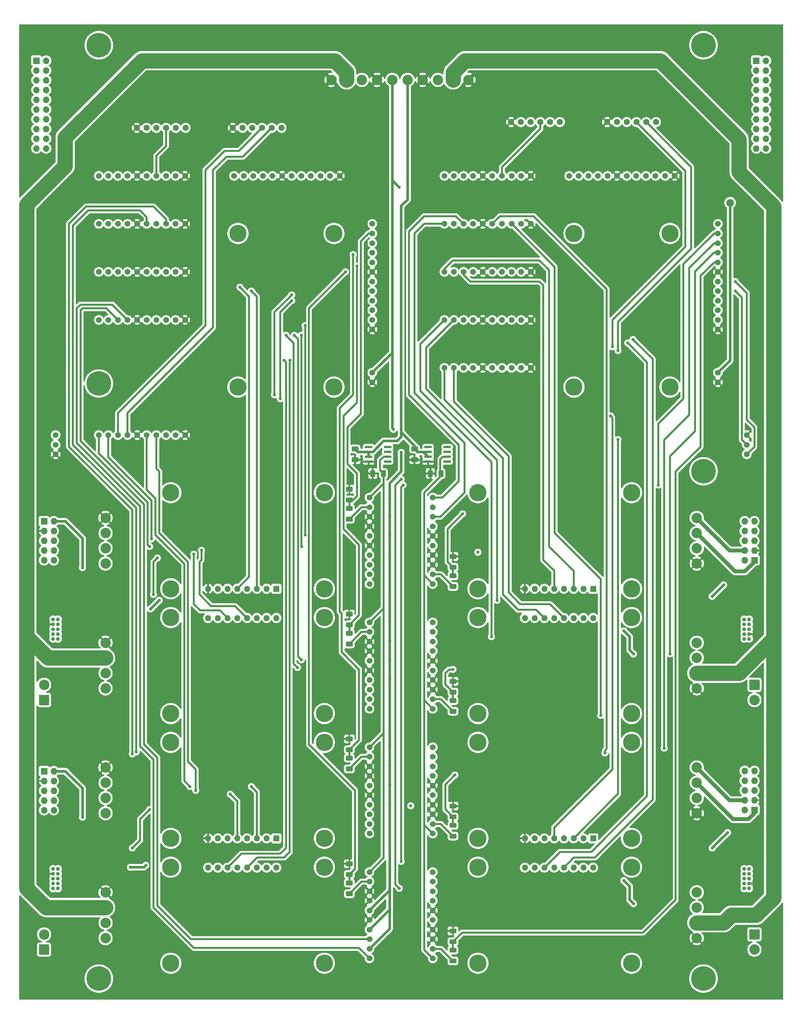
<source format=gtl>
G04 #@! TF.GenerationSoftware,KiCad,Pcbnew,(5.1.4)-1*
G04 #@! TF.CreationDate,2019-11-12T14:47:24+09:00*
G04 #@! TF.ProjectId,doubleRocketInterfacingUnit,646f7562-6c65-4526-9f63-6b6574496e74,rev?*
G04 #@! TF.SameCoordinates,Original*
G04 #@! TF.FileFunction,Copper,L1,Top*
G04 #@! TF.FilePolarity,Positive*
%FSLAX46Y46*%
G04 Gerber Fmt 4.6, Leading zero omitted, Abs format (unit mm)*
G04 Created by KiCad (PCBNEW (5.1.4)-1) date 2019-11-12 14:47:24*
%MOMM*%
%LPD*%
G04 APERTURE LIST*
%ADD10C,2.700000*%
%ADD11C,1.500000*%
%ADD12C,4.500000*%
%ADD13C,6.400000*%
%ADD14C,1.600000*%
%ADD15O,1.700000X1.700000*%
%ADD16R,1.700000X1.700000*%
%ADD17C,0.100000*%
%ADD18C,0.600000*%
%ADD19O,1.727200X1.727200*%
%ADD20R,1.727200X1.727200*%
%ADD21C,1.000000*%
%ADD22C,1.250000*%
%ADD23R,1.600000X1.600000*%
%ADD24O,1.600000X1.600000*%
%ADD25C,0.800000*%
%ADD26C,2.000000*%
%ADD27C,0.700000*%
%ADD28C,0.500000*%
%ADD29C,4.000000*%
%ADD30C,2.000000*%
%ADD31C,1.000000*%
%ADD32C,0.350000*%
G04 APERTURE END LIST*
D10*
X38320000Y-342060000D03*
X38320000Y-346020000D03*
X38320000Y-349980000D03*
X38320000Y-353940000D03*
D11*
X107070000Y-336750000D03*
X107070000Y-339250000D03*
X107070000Y-341750000D03*
X107070000Y-344250000D03*
X107070000Y-346750000D03*
X107070000Y-349250000D03*
X107070000Y-351750000D03*
X107070000Y-354250000D03*
X107070000Y-356750000D03*
X107070000Y-359250000D03*
D12*
X55320000Y-360500000D03*
X95320000Y-335500000D03*
X95320000Y-360500000D03*
X55320000Y-335500000D03*
D10*
X38320000Y-309560000D03*
X38320000Y-313520000D03*
X38320000Y-317480000D03*
X38320000Y-321440000D03*
D11*
X107070000Y-304250000D03*
X107070000Y-306750000D03*
X107070000Y-309250000D03*
X107070000Y-311750000D03*
X107070000Y-314250000D03*
X107070000Y-316750000D03*
X107070000Y-319250000D03*
X107070000Y-321750000D03*
X107070000Y-324250000D03*
X107070000Y-326750000D03*
D12*
X55320000Y-328000000D03*
X95320000Y-303000000D03*
X95320000Y-328000000D03*
X55320000Y-303000000D03*
D10*
X38320000Y-244560000D03*
X38320000Y-248520000D03*
X38320000Y-252480000D03*
X38320000Y-256440000D03*
D11*
X107070000Y-239250000D03*
X107070000Y-241750000D03*
X107070000Y-244250000D03*
X107070000Y-246750000D03*
X107070000Y-249250000D03*
X107070000Y-251750000D03*
X107070000Y-254250000D03*
X107070000Y-256750000D03*
X107070000Y-259250000D03*
X107070000Y-261750000D03*
D12*
X55320000Y-263000000D03*
X95320000Y-238000000D03*
X95320000Y-263000000D03*
X55320000Y-238000000D03*
D10*
X38320000Y-277060000D03*
X38320000Y-281020000D03*
X38320000Y-284980000D03*
X38320000Y-288940000D03*
D11*
X107070000Y-271750000D03*
X107070000Y-274250000D03*
X107070000Y-276750000D03*
X107070000Y-279250000D03*
X107070000Y-281750000D03*
X107070000Y-284250000D03*
X107070000Y-286750000D03*
X107070000Y-289250000D03*
X107070000Y-291750000D03*
X107070000Y-294250000D03*
D12*
X55320000Y-295500000D03*
X95320000Y-270500000D03*
X95320000Y-295500000D03*
X55320000Y-270500000D03*
D10*
X192320000Y-256440000D03*
X192320000Y-252480000D03*
X192320000Y-248520000D03*
X192320000Y-244560000D03*
D11*
X123570000Y-261750000D03*
X123570000Y-259250000D03*
X123570000Y-256750000D03*
X123570000Y-254250000D03*
X123570000Y-251750000D03*
X123570000Y-249250000D03*
X123570000Y-246750000D03*
X123570000Y-244250000D03*
X123570000Y-241750000D03*
X123570000Y-239250000D03*
D12*
X175320000Y-238000000D03*
X135320000Y-263000000D03*
X135320000Y-238000000D03*
X175320000Y-263000000D03*
D10*
X192320000Y-288940000D03*
X192320000Y-284980000D03*
X192320000Y-281020000D03*
X192320000Y-277060000D03*
D11*
X123570000Y-294250000D03*
X123570000Y-291750000D03*
X123570000Y-289250000D03*
X123570000Y-286750000D03*
X123570000Y-284250000D03*
X123570000Y-281750000D03*
X123570000Y-279250000D03*
X123570000Y-276750000D03*
X123570000Y-274250000D03*
X123570000Y-271750000D03*
D12*
X175320000Y-270500000D03*
X135320000Y-295500000D03*
X135320000Y-270500000D03*
X175320000Y-295500000D03*
D10*
X192320000Y-353940000D03*
X192320000Y-349980000D03*
X192320000Y-346020000D03*
X192320000Y-342060000D03*
D11*
X123570000Y-359250000D03*
X123570000Y-356750000D03*
X123570000Y-354250000D03*
X123570000Y-351750000D03*
X123570000Y-349250000D03*
X123570000Y-346750000D03*
X123570000Y-344250000D03*
X123570000Y-341750000D03*
X123570000Y-339250000D03*
X123570000Y-336750000D03*
D12*
X175320000Y-335500000D03*
X135320000Y-360500000D03*
X135320000Y-335500000D03*
X175320000Y-360500000D03*
X175320000Y-328000000D03*
X135320000Y-303000000D03*
X135320000Y-328000000D03*
X175320000Y-303000000D03*
D11*
X123570000Y-304250000D03*
X123570000Y-306750000D03*
X123570000Y-309250000D03*
X123570000Y-311750000D03*
X123570000Y-314250000D03*
X123570000Y-316750000D03*
X123570000Y-319250000D03*
X123570000Y-321750000D03*
X123570000Y-324250000D03*
X123570000Y-326750000D03*
D10*
X192320000Y-309560000D03*
X192320000Y-313520000D03*
X192320000Y-317480000D03*
X192320000Y-321440000D03*
X120940000Y-130500000D03*
X128860000Y-130500000D03*
X132820000Y-130500000D03*
X124900000Y-130500000D03*
X116980000Y-130500000D03*
X109060000Y-130500000D03*
X105100000Y-130500000D03*
X101140000Y-130500000D03*
X113020000Y-130500000D03*
X97180000Y-130500000D03*
D12*
X72820000Y-170500000D03*
X97820000Y-210500000D03*
X72820000Y-210500000D03*
X97820000Y-170500000D03*
D13*
X194060000Y-364500000D03*
X194060000Y-232420000D03*
X194060000Y-121500000D03*
X36580000Y-121500000D03*
X36580000Y-209560000D03*
X36580000Y-364500000D03*
D14*
X46470000Y-143000000D03*
X49010000Y-143000000D03*
X51550000Y-143000000D03*
X54090000Y-143000000D03*
X56630000Y-143000000D03*
X59170000Y-143000000D03*
D15*
X210360000Y-148360000D03*
X207820000Y-148360000D03*
X210360000Y-145820000D03*
X207820000Y-145820000D03*
X210360000Y-143280000D03*
X207820000Y-143280000D03*
X210360000Y-140740000D03*
X207820000Y-140740000D03*
X210360000Y-138200000D03*
X207820000Y-138200000D03*
X210360000Y-135660000D03*
X207820000Y-135660000D03*
X210360000Y-133120000D03*
X207820000Y-133120000D03*
X210360000Y-130580000D03*
X207820000Y-130580000D03*
X210360000Y-128040000D03*
X207820000Y-128040000D03*
X210360000Y-125500000D03*
D16*
X207820000Y-125500000D03*
D15*
X22860000Y-148360000D03*
X20320000Y-148360000D03*
X22860000Y-145820000D03*
X20320000Y-145820000D03*
X22860000Y-143280000D03*
X20320000Y-143280000D03*
X22860000Y-140740000D03*
X20320000Y-140740000D03*
X22860000Y-138200000D03*
X20320000Y-138200000D03*
X22860000Y-135660000D03*
X20320000Y-135660000D03*
X22860000Y-133120000D03*
X20320000Y-133120000D03*
X22860000Y-130580000D03*
X20320000Y-130580000D03*
X22860000Y-128040000D03*
X20320000Y-128040000D03*
X22860000Y-125500000D03*
D16*
X20320000Y-125500000D03*
D17*
G36*
X128134703Y-225795722D02*
G01*
X128149264Y-225797882D01*
X128163543Y-225801459D01*
X128177403Y-225806418D01*
X128190710Y-225812712D01*
X128203336Y-225820280D01*
X128215159Y-225829048D01*
X128226066Y-225838934D01*
X128235952Y-225849841D01*
X128244720Y-225861664D01*
X128252288Y-225874290D01*
X128258582Y-225887597D01*
X128263541Y-225901457D01*
X128267118Y-225915736D01*
X128269278Y-225930297D01*
X128270000Y-225945000D01*
X128270000Y-226245000D01*
X128269278Y-226259703D01*
X128267118Y-226274264D01*
X128263541Y-226288543D01*
X128258582Y-226302403D01*
X128252288Y-226315710D01*
X128244720Y-226328336D01*
X128235952Y-226340159D01*
X128226066Y-226351066D01*
X128215159Y-226360952D01*
X128203336Y-226369720D01*
X128190710Y-226377288D01*
X128177403Y-226383582D01*
X128163543Y-226388541D01*
X128149264Y-226392118D01*
X128134703Y-226394278D01*
X128120000Y-226395000D01*
X126470000Y-226395000D01*
X126455297Y-226394278D01*
X126440736Y-226392118D01*
X126426457Y-226388541D01*
X126412597Y-226383582D01*
X126399290Y-226377288D01*
X126386664Y-226369720D01*
X126374841Y-226360952D01*
X126363934Y-226351066D01*
X126354048Y-226340159D01*
X126345280Y-226328336D01*
X126337712Y-226315710D01*
X126331418Y-226302403D01*
X126326459Y-226288543D01*
X126322882Y-226274264D01*
X126320722Y-226259703D01*
X126320000Y-226245000D01*
X126320000Y-225945000D01*
X126320722Y-225930297D01*
X126322882Y-225915736D01*
X126326459Y-225901457D01*
X126331418Y-225887597D01*
X126337712Y-225874290D01*
X126345280Y-225861664D01*
X126354048Y-225849841D01*
X126363934Y-225838934D01*
X126374841Y-225829048D01*
X126386664Y-225820280D01*
X126399290Y-225812712D01*
X126412597Y-225806418D01*
X126426457Y-225801459D01*
X126440736Y-225797882D01*
X126455297Y-225795722D01*
X126470000Y-225795000D01*
X128120000Y-225795000D01*
X128134703Y-225795722D01*
X128134703Y-225795722D01*
G37*
D18*
X127295000Y-226095000D03*
D17*
G36*
X128134703Y-227065722D02*
G01*
X128149264Y-227067882D01*
X128163543Y-227071459D01*
X128177403Y-227076418D01*
X128190710Y-227082712D01*
X128203336Y-227090280D01*
X128215159Y-227099048D01*
X128226066Y-227108934D01*
X128235952Y-227119841D01*
X128244720Y-227131664D01*
X128252288Y-227144290D01*
X128258582Y-227157597D01*
X128263541Y-227171457D01*
X128267118Y-227185736D01*
X128269278Y-227200297D01*
X128270000Y-227215000D01*
X128270000Y-227515000D01*
X128269278Y-227529703D01*
X128267118Y-227544264D01*
X128263541Y-227558543D01*
X128258582Y-227572403D01*
X128252288Y-227585710D01*
X128244720Y-227598336D01*
X128235952Y-227610159D01*
X128226066Y-227621066D01*
X128215159Y-227630952D01*
X128203336Y-227639720D01*
X128190710Y-227647288D01*
X128177403Y-227653582D01*
X128163543Y-227658541D01*
X128149264Y-227662118D01*
X128134703Y-227664278D01*
X128120000Y-227665000D01*
X126470000Y-227665000D01*
X126455297Y-227664278D01*
X126440736Y-227662118D01*
X126426457Y-227658541D01*
X126412597Y-227653582D01*
X126399290Y-227647288D01*
X126386664Y-227639720D01*
X126374841Y-227630952D01*
X126363934Y-227621066D01*
X126354048Y-227610159D01*
X126345280Y-227598336D01*
X126337712Y-227585710D01*
X126331418Y-227572403D01*
X126326459Y-227558543D01*
X126322882Y-227544264D01*
X126320722Y-227529703D01*
X126320000Y-227515000D01*
X126320000Y-227215000D01*
X126320722Y-227200297D01*
X126322882Y-227185736D01*
X126326459Y-227171457D01*
X126331418Y-227157597D01*
X126337712Y-227144290D01*
X126345280Y-227131664D01*
X126354048Y-227119841D01*
X126363934Y-227108934D01*
X126374841Y-227099048D01*
X126386664Y-227090280D01*
X126399290Y-227082712D01*
X126412597Y-227076418D01*
X126426457Y-227071459D01*
X126440736Y-227067882D01*
X126455297Y-227065722D01*
X126470000Y-227065000D01*
X128120000Y-227065000D01*
X128134703Y-227065722D01*
X128134703Y-227065722D01*
G37*
D18*
X127295000Y-227365000D03*
D17*
G36*
X128134703Y-228335722D02*
G01*
X128149264Y-228337882D01*
X128163543Y-228341459D01*
X128177403Y-228346418D01*
X128190710Y-228352712D01*
X128203336Y-228360280D01*
X128215159Y-228369048D01*
X128226066Y-228378934D01*
X128235952Y-228389841D01*
X128244720Y-228401664D01*
X128252288Y-228414290D01*
X128258582Y-228427597D01*
X128263541Y-228441457D01*
X128267118Y-228455736D01*
X128269278Y-228470297D01*
X128270000Y-228485000D01*
X128270000Y-228785000D01*
X128269278Y-228799703D01*
X128267118Y-228814264D01*
X128263541Y-228828543D01*
X128258582Y-228842403D01*
X128252288Y-228855710D01*
X128244720Y-228868336D01*
X128235952Y-228880159D01*
X128226066Y-228891066D01*
X128215159Y-228900952D01*
X128203336Y-228909720D01*
X128190710Y-228917288D01*
X128177403Y-228923582D01*
X128163543Y-228928541D01*
X128149264Y-228932118D01*
X128134703Y-228934278D01*
X128120000Y-228935000D01*
X126470000Y-228935000D01*
X126455297Y-228934278D01*
X126440736Y-228932118D01*
X126426457Y-228928541D01*
X126412597Y-228923582D01*
X126399290Y-228917288D01*
X126386664Y-228909720D01*
X126374841Y-228900952D01*
X126363934Y-228891066D01*
X126354048Y-228880159D01*
X126345280Y-228868336D01*
X126337712Y-228855710D01*
X126331418Y-228842403D01*
X126326459Y-228828543D01*
X126322882Y-228814264D01*
X126320722Y-228799703D01*
X126320000Y-228785000D01*
X126320000Y-228485000D01*
X126320722Y-228470297D01*
X126322882Y-228455736D01*
X126326459Y-228441457D01*
X126331418Y-228427597D01*
X126337712Y-228414290D01*
X126345280Y-228401664D01*
X126354048Y-228389841D01*
X126363934Y-228378934D01*
X126374841Y-228369048D01*
X126386664Y-228360280D01*
X126399290Y-228352712D01*
X126412597Y-228346418D01*
X126426457Y-228341459D01*
X126440736Y-228337882D01*
X126455297Y-228335722D01*
X126470000Y-228335000D01*
X128120000Y-228335000D01*
X128134703Y-228335722D01*
X128134703Y-228335722D01*
G37*
D18*
X127295000Y-228635000D03*
D17*
G36*
X128134703Y-229605722D02*
G01*
X128149264Y-229607882D01*
X128163543Y-229611459D01*
X128177403Y-229616418D01*
X128190710Y-229622712D01*
X128203336Y-229630280D01*
X128215159Y-229639048D01*
X128226066Y-229648934D01*
X128235952Y-229659841D01*
X128244720Y-229671664D01*
X128252288Y-229684290D01*
X128258582Y-229697597D01*
X128263541Y-229711457D01*
X128267118Y-229725736D01*
X128269278Y-229740297D01*
X128270000Y-229755000D01*
X128270000Y-230055000D01*
X128269278Y-230069703D01*
X128267118Y-230084264D01*
X128263541Y-230098543D01*
X128258582Y-230112403D01*
X128252288Y-230125710D01*
X128244720Y-230138336D01*
X128235952Y-230150159D01*
X128226066Y-230161066D01*
X128215159Y-230170952D01*
X128203336Y-230179720D01*
X128190710Y-230187288D01*
X128177403Y-230193582D01*
X128163543Y-230198541D01*
X128149264Y-230202118D01*
X128134703Y-230204278D01*
X128120000Y-230205000D01*
X126470000Y-230205000D01*
X126455297Y-230204278D01*
X126440736Y-230202118D01*
X126426457Y-230198541D01*
X126412597Y-230193582D01*
X126399290Y-230187288D01*
X126386664Y-230179720D01*
X126374841Y-230170952D01*
X126363934Y-230161066D01*
X126354048Y-230150159D01*
X126345280Y-230138336D01*
X126337712Y-230125710D01*
X126331418Y-230112403D01*
X126326459Y-230098543D01*
X126322882Y-230084264D01*
X126320722Y-230069703D01*
X126320000Y-230055000D01*
X126320000Y-229755000D01*
X126320722Y-229740297D01*
X126322882Y-229725736D01*
X126326459Y-229711457D01*
X126331418Y-229697597D01*
X126337712Y-229684290D01*
X126345280Y-229671664D01*
X126354048Y-229659841D01*
X126363934Y-229648934D01*
X126374841Y-229639048D01*
X126386664Y-229630280D01*
X126399290Y-229622712D01*
X126412597Y-229616418D01*
X126426457Y-229611459D01*
X126440736Y-229607882D01*
X126455297Y-229605722D01*
X126470000Y-229605000D01*
X128120000Y-229605000D01*
X128134703Y-229605722D01*
X128134703Y-229605722D01*
G37*
D18*
X127295000Y-229905000D03*
D17*
G36*
X123184703Y-229605722D02*
G01*
X123199264Y-229607882D01*
X123213543Y-229611459D01*
X123227403Y-229616418D01*
X123240710Y-229622712D01*
X123253336Y-229630280D01*
X123265159Y-229639048D01*
X123276066Y-229648934D01*
X123285952Y-229659841D01*
X123294720Y-229671664D01*
X123302288Y-229684290D01*
X123308582Y-229697597D01*
X123313541Y-229711457D01*
X123317118Y-229725736D01*
X123319278Y-229740297D01*
X123320000Y-229755000D01*
X123320000Y-230055000D01*
X123319278Y-230069703D01*
X123317118Y-230084264D01*
X123313541Y-230098543D01*
X123308582Y-230112403D01*
X123302288Y-230125710D01*
X123294720Y-230138336D01*
X123285952Y-230150159D01*
X123276066Y-230161066D01*
X123265159Y-230170952D01*
X123253336Y-230179720D01*
X123240710Y-230187288D01*
X123227403Y-230193582D01*
X123213543Y-230198541D01*
X123199264Y-230202118D01*
X123184703Y-230204278D01*
X123170000Y-230205000D01*
X121520000Y-230205000D01*
X121505297Y-230204278D01*
X121490736Y-230202118D01*
X121476457Y-230198541D01*
X121462597Y-230193582D01*
X121449290Y-230187288D01*
X121436664Y-230179720D01*
X121424841Y-230170952D01*
X121413934Y-230161066D01*
X121404048Y-230150159D01*
X121395280Y-230138336D01*
X121387712Y-230125710D01*
X121381418Y-230112403D01*
X121376459Y-230098543D01*
X121372882Y-230084264D01*
X121370722Y-230069703D01*
X121370000Y-230055000D01*
X121370000Y-229755000D01*
X121370722Y-229740297D01*
X121372882Y-229725736D01*
X121376459Y-229711457D01*
X121381418Y-229697597D01*
X121387712Y-229684290D01*
X121395280Y-229671664D01*
X121404048Y-229659841D01*
X121413934Y-229648934D01*
X121424841Y-229639048D01*
X121436664Y-229630280D01*
X121449290Y-229622712D01*
X121462597Y-229616418D01*
X121476457Y-229611459D01*
X121490736Y-229607882D01*
X121505297Y-229605722D01*
X121520000Y-229605000D01*
X123170000Y-229605000D01*
X123184703Y-229605722D01*
X123184703Y-229605722D01*
G37*
D18*
X122345000Y-229905000D03*
D17*
G36*
X123184703Y-228335722D02*
G01*
X123199264Y-228337882D01*
X123213543Y-228341459D01*
X123227403Y-228346418D01*
X123240710Y-228352712D01*
X123253336Y-228360280D01*
X123265159Y-228369048D01*
X123276066Y-228378934D01*
X123285952Y-228389841D01*
X123294720Y-228401664D01*
X123302288Y-228414290D01*
X123308582Y-228427597D01*
X123313541Y-228441457D01*
X123317118Y-228455736D01*
X123319278Y-228470297D01*
X123320000Y-228485000D01*
X123320000Y-228785000D01*
X123319278Y-228799703D01*
X123317118Y-228814264D01*
X123313541Y-228828543D01*
X123308582Y-228842403D01*
X123302288Y-228855710D01*
X123294720Y-228868336D01*
X123285952Y-228880159D01*
X123276066Y-228891066D01*
X123265159Y-228900952D01*
X123253336Y-228909720D01*
X123240710Y-228917288D01*
X123227403Y-228923582D01*
X123213543Y-228928541D01*
X123199264Y-228932118D01*
X123184703Y-228934278D01*
X123170000Y-228935000D01*
X121520000Y-228935000D01*
X121505297Y-228934278D01*
X121490736Y-228932118D01*
X121476457Y-228928541D01*
X121462597Y-228923582D01*
X121449290Y-228917288D01*
X121436664Y-228909720D01*
X121424841Y-228900952D01*
X121413934Y-228891066D01*
X121404048Y-228880159D01*
X121395280Y-228868336D01*
X121387712Y-228855710D01*
X121381418Y-228842403D01*
X121376459Y-228828543D01*
X121372882Y-228814264D01*
X121370722Y-228799703D01*
X121370000Y-228785000D01*
X121370000Y-228485000D01*
X121370722Y-228470297D01*
X121372882Y-228455736D01*
X121376459Y-228441457D01*
X121381418Y-228427597D01*
X121387712Y-228414290D01*
X121395280Y-228401664D01*
X121404048Y-228389841D01*
X121413934Y-228378934D01*
X121424841Y-228369048D01*
X121436664Y-228360280D01*
X121449290Y-228352712D01*
X121462597Y-228346418D01*
X121476457Y-228341459D01*
X121490736Y-228337882D01*
X121505297Y-228335722D01*
X121520000Y-228335000D01*
X123170000Y-228335000D01*
X123184703Y-228335722D01*
X123184703Y-228335722D01*
G37*
D18*
X122345000Y-228635000D03*
D17*
G36*
X123184703Y-227065722D02*
G01*
X123199264Y-227067882D01*
X123213543Y-227071459D01*
X123227403Y-227076418D01*
X123240710Y-227082712D01*
X123253336Y-227090280D01*
X123265159Y-227099048D01*
X123276066Y-227108934D01*
X123285952Y-227119841D01*
X123294720Y-227131664D01*
X123302288Y-227144290D01*
X123308582Y-227157597D01*
X123313541Y-227171457D01*
X123317118Y-227185736D01*
X123319278Y-227200297D01*
X123320000Y-227215000D01*
X123320000Y-227515000D01*
X123319278Y-227529703D01*
X123317118Y-227544264D01*
X123313541Y-227558543D01*
X123308582Y-227572403D01*
X123302288Y-227585710D01*
X123294720Y-227598336D01*
X123285952Y-227610159D01*
X123276066Y-227621066D01*
X123265159Y-227630952D01*
X123253336Y-227639720D01*
X123240710Y-227647288D01*
X123227403Y-227653582D01*
X123213543Y-227658541D01*
X123199264Y-227662118D01*
X123184703Y-227664278D01*
X123170000Y-227665000D01*
X121520000Y-227665000D01*
X121505297Y-227664278D01*
X121490736Y-227662118D01*
X121476457Y-227658541D01*
X121462597Y-227653582D01*
X121449290Y-227647288D01*
X121436664Y-227639720D01*
X121424841Y-227630952D01*
X121413934Y-227621066D01*
X121404048Y-227610159D01*
X121395280Y-227598336D01*
X121387712Y-227585710D01*
X121381418Y-227572403D01*
X121376459Y-227558543D01*
X121372882Y-227544264D01*
X121370722Y-227529703D01*
X121370000Y-227515000D01*
X121370000Y-227215000D01*
X121370722Y-227200297D01*
X121372882Y-227185736D01*
X121376459Y-227171457D01*
X121381418Y-227157597D01*
X121387712Y-227144290D01*
X121395280Y-227131664D01*
X121404048Y-227119841D01*
X121413934Y-227108934D01*
X121424841Y-227099048D01*
X121436664Y-227090280D01*
X121449290Y-227082712D01*
X121462597Y-227076418D01*
X121476457Y-227071459D01*
X121490736Y-227067882D01*
X121505297Y-227065722D01*
X121520000Y-227065000D01*
X123170000Y-227065000D01*
X123184703Y-227065722D01*
X123184703Y-227065722D01*
G37*
D18*
X122345000Y-227365000D03*
D17*
G36*
X123184703Y-225795722D02*
G01*
X123199264Y-225797882D01*
X123213543Y-225801459D01*
X123227403Y-225806418D01*
X123240710Y-225812712D01*
X123253336Y-225820280D01*
X123265159Y-225829048D01*
X123276066Y-225838934D01*
X123285952Y-225849841D01*
X123294720Y-225861664D01*
X123302288Y-225874290D01*
X123308582Y-225887597D01*
X123313541Y-225901457D01*
X123317118Y-225915736D01*
X123319278Y-225930297D01*
X123320000Y-225945000D01*
X123320000Y-226245000D01*
X123319278Y-226259703D01*
X123317118Y-226274264D01*
X123313541Y-226288543D01*
X123308582Y-226302403D01*
X123302288Y-226315710D01*
X123294720Y-226328336D01*
X123285952Y-226340159D01*
X123276066Y-226351066D01*
X123265159Y-226360952D01*
X123253336Y-226369720D01*
X123240710Y-226377288D01*
X123227403Y-226383582D01*
X123213543Y-226388541D01*
X123199264Y-226392118D01*
X123184703Y-226394278D01*
X123170000Y-226395000D01*
X121520000Y-226395000D01*
X121505297Y-226394278D01*
X121490736Y-226392118D01*
X121476457Y-226388541D01*
X121462597Y-226383582D01*
X121449290Y-226377288D01*
X121436664Y-226369720D01*
X121424841Y-226360952D01*
X121413934Y-226351066D01*
X121404048Y-226340159D01*
X121395280Y-226328336D01*
X121387712Y-226315710D01*
X121381418Y-226302403D01*
X121376459Y-226288543D01*
X121372882Y-226274264D01*
X121370722Y-226259703D01*
X121370000Y-226245000D01*
X121370000Y-225945000D01*
X121370722Y-225930297D01*
X121372882Y-225915736D01*
X121376459Y-225901457D01*
X121381418Y-225887597D01*
X121387712Y-225874290D01*
X121395280Y-225861664D01*
X121404048Y-225849841D01*
X121413934Y-225838934D01*
X121424841Y-225829048D01*
X121436664Y-225820280D01*
X121449290Y-225812712D01*
X121462597Y-225806418D01*
X121476457Y-225801459D01*
X121490736Y-225797882D01*
X121505297Y-225795722D01*
X121520000Y-225795000D01*
X123170000Y-225795000D01*
X123184703Y-225795722D01*
X123184703Y-225795722D01*
G37*
D18*
X122345000Y-226095000D03*
D17*
G36*
X112634703Y-225795722D02*
G01*
X112649264Y-225797882D01*
X112663543Y-225801459D01*
X112677403Y-225806418D01*
X112690710Y-225812712D01*
X112703336Y-225820280D01*
X112715159Y-225829048D01*
X112726066Y-225838934D01*
X112735952Y-225849841D01*
X112744720Y-225861664D01*
X112752288Y-225874290D01*
X112758582Y-225887597D01*
X112763541Y-225901457D01*
X112767118Y-225915736D01*
X112769278Y-225930297D01*
X112770000Y-225945000D01*
X112770000Y-226245000D01*
X112769278Y-226259703D01*
X112767118Y-226274264D01*
X112763541Y-226288543D01*
X112758582Y-226302403D01*
X112752288Y-226315710D01*
X112744720Y-226328336D01*
X112735952Y-226340159D01*
X112726066Y-226351066D01*
X112715159Y-226360952D01*
X112703336Y-226369720D01*
X112690710Y-226377288D01*
X112677403Y-226383582D01*
X112663543Y-226388541D01*
X112649264Y-226392118D01*
X112634703Y-226394278D01*
X112620000Y-226395000D01*
X110970000Y-226395000D01*
X110955297Y-226394278D01*
X110940736Y-226392118D01*
X110926457Y-226388541D01*
X110912597Y-226383582D01*
X110899290Y-226377288D01*
X110886664Y-226369720D01*
X110874841Y-226360952D01*
X110863934Y-226351066D01*
X110854048Y-226340159D01*
X110845280Y-226328336D01*
X110837712Y-226315710D01*
X110831418Y-226302403D01*
X110826459Y-226288543D01*
X110822882Y-226274264D01*
X110820722Y-226259703D01*
X110820000Y-226245000D01*
X110820000Y-225945000D01*
X110820722Y-225930297D01*
X110822882Y-225915736D01*
X110826459Y-225901457D01*
X110831418Y-225887597D01*
X110837712Y-225874290D01*
X110845280Y-225861664D01*
X110854048Y-225849841D01*
X110863934Y-225838934D01*
X110874841Y-225829048D01*
X110886664Y-225820280D01*
X110899290Y-225812712D01*
X110912597Y-225806418D01*
X110926457Y-225801459D01*
X110940736Y-225797882D01*
X110955297Y-225795722D01*
X110970000Y-225795000D01*
X112620000Y-225795000D01*
X112634703Y-225795722D01*
X112634703Y-225795722D01*
G37*
D18*
X111795000Y-226095000D03*
D17*
G36*
X112634703Y-227065722D02*
G01*
X112649264Y-227067882D01*
X112663543Y-227071459D01*
X112677403Y-227076418D01*
X112690710Y-227082712D01*
X112703336Y-227090280D01*
X112715159Y-227099048D01*
X112726066Y-227108934D01*
X112735952Y-227119841D01*
X112744720Y-227131664D01*
X112752288Y-227144290D01*
X112758582Y-227157597D01*
X112763541Y-227171457D01*
X112767118Y-227185736D01*
X112769278Y-227200297D01*
X112770000Y-227215000D01*
X112770000Y-227515000D01*
X112769278Y-227529703D01*
X112767118Y-227544264D01*
X112763541Y-227558543D01*
X112758582Y-227572403D01*
X112752288Y-227585710D01*
X112744720Y-227598336D01*
X112735952Y-227610159D01*
X112726066Y-227621066D01*
X112715159Y-227630952D01*
X112703336Y-227639720D01*
X112690710Y-227647288D01*
X112677403Y-227653582D01*
X112663543Y-227658541D01*
X112649264Y-227662118D01*
X112634703Y-227664278D01*
X112620000Y-227665000D01*
X110970000Y-227665000D01*
X110955297Y-227664278D01*
X110940736Y-227662118D01*
X110926457Y-227658541D01*
X110912597Y-227653582D01*
X110899290Y-227647288D01*
X110886664Y-227639720D01*
X110874841Y-227630952D01*
X110863934Y-227621066D01*
X110854048Y-227610159D01*
X110845280Y-227598336D01*
X110837712Y-227585710D01*
X110831418Y-227572403D01*
X110826459Y-227558543D01*
X110822882Y-227544264D01*
X110820722Y-227529703D01*
X110820000Y-227515000D01*
X110820000Y-227215000D01*
X110820722Y-227200297D01*
X110822882Y-227185736D01*
X110826459Y-227171457D01*
X110831418Y-227157597D01*
X110837712Y-227144290D01*
X110845280Y-227131664D01*
X110854048Y-227119841D01*
X110863934Y-227108934D01*
X110874841Y-227099048D01*
X110886664Y-227090280D01*
X110899290Y-227082712D01*
X110912597Y-227076418D01*
X110926457Y-227071459D01*
X110940736Y-227067882D01*
X110955297Y-227065722D01*
X110970000Y-227065000D01*
X112620000Y-227065000D01*
X112634703Y-227065722D01*
X112634703Y-227065722D01*
G37*
D18*
X111795000Y-227365000D03*
D17*
G36*
X112634703Y-228335722D02*
G01*
X112649264Y-228337882D01*
X112663543Y-228341459D01*
X112677403Y-228346418D01*
X112690710Y-228352712D01*
X112703336Y-228360280D01*
X112715159Y-228369048D01*
X112726066Y-228378934D01*
X112735952Y-228389841D01*
X112744720Y-228401664D01*
X112752288Y-228414290D01*
X112758582Y-228427597D01*
X112763541Y-228441457D01*
X112767118Y-228455736D01*
X112769278Y-228470297D01*
X112770000Y-228485000D01*
X112770000Y-228785000D01*
X112769278Y-228799703D01*
X112767118Y-228814264D01*
X112763541Y-228828543D01*
X112758582Y-228842403D01*
X112752288Y-228855710D01*
X112744720Y-228868336D01*
X112735952Y-228880159D01*
X112726066Y-228891066D01*
X112715159Y-228900952D01*
X112703336Y-228909720D01*
X112690710Y-228917288D01*
X112677403Y-228923582D01*
X112663543Y-228928541D01*
X112649264Y-228932118D01*
X112634703Y-228934278D01*
X112620000Y-228935000D01*
X110970000Y-228935000D01*
X110955297Y-228934278D01*
X110940736Y-228932118D01*
X110926457Y-228928541D01*
X110912597Y-228923582D01*
X110899290Y-228917288D01*
X110886664Y-228909720D01*
X110874841Y-228900952D01*
X110863934Y-228891066D01*
X110854048Y-228880159D01*
X110845280Y-228868336D01*
X110837712Y-228855710D01*
X110831418Y-228842403D01*
X110826459Y-228828543D01*
X110822882Y-228814264D01*
X110820722Y-228799703D01*
X110820000Y-228785000D01*
X110820000Y-228485000D01*
X110820722Y-228470297D01*
X110822882Y-228455736D01*
X110826459Y-228441457D01*
X110831418Y-228427597D01*
X110837712Y-228414290D01*
X110845280Y-228401664D01*
X110854048Y-228389841D01*
X110863934Y-228378934D01*
X110874841Y-228369048D01*
X110886664Y-228360280D01*
X110899290Y-228352712D01*
X110912597Y-228346418D01*
X110926457Y-228341459D01*
X110940736Y-228337882D01*
X110955297Y-228335722D01*
X110970000Y-228335000D01*
X112620000Y-228335000D01*
X112634703Y-228335722D01*
X112634703Y-228335722D01*
G37*
D18*
X111795000Y-228635000D03*
D17*
G36*
X112634703Y-229605722D02*
G01*
X112649264Y-229607882D01*
X112663543Y-229611459D01*
X112677403Y-229616418D01*
X112690710Y-229622712D01*
X112703336Y-229630280D01*
X112715159Y-229639048D01*
X112726066Y-229648934D01*
X112735952Y-229659841D01*
X112744720Y-229671664D01*
X112752288Y-229684290D01*
X112758582Y-229697597D01*
X112763541Y-229711457D01*
X112767118Y-229725736D01*
X112769278Y-229740297D01*
X112770000Y-229755000D01*
X112770000Y-230055000D01*
X112769278Y-230069703D01*
X112767118Y-230084264D01*
X112763541Y-230098543D01*
X112758582Y-230112403D01*
X112752288Y-230125710D01*
X112744720Y-230138336D01*
X112735952Y-230150159D01*
X112726066Y-230161066D01*
X112715159Y-230170952D01*
X112703336Y-230179720D01*
X112690710Y-230187288D01*
X112677403Y-230193582D01*
X112663543Y-230198541D01*
X112649264Y-230202118D01*
X112634703Y-230204278D01*
X112620000Y-230205000D01*
X110970000Y-230205000D01*
X110955297Y-230204278D01*
X110940736Y-230202118D01*
X110926457Y-230198541D01*
X110912597Y-230193582D01*
X110899290Y-230187288D01*
X110886664Y-230179720D01*
X110874841Y-230170952D01*
X110863934Y-230161066D01*
X110854048Y-230150159D01*
X110845280Y-230138336D01*
X110837712Y-230125710D01*
X110831418Y-230112403D01*
X110826459Y-230098543D01*
X110822882Y-230084264D01*
X110820722Y-230069703D01*
X110820000Y-230055000D01*
X110820000Y-229755000D01*
X110820722Y-229740297D01*
X110822882Y-229725736D01*
X110826459Y-229711457D01*
X110831418Y-229697597D01*
X110837712Y-229684290D01*
X110845280Y-229671664D01*
X110854048Y-229659841D01*
X110863934Y-229648934D01*
X110874841Y-229639048D01*
X110886664Y-229630280D01*
X110899290Y-229622712D01*
X110912597Y-229616418D01*
X110926457Y-229611459D01*
X110940736Y-229607882D01*
X110955297Y-229605722D01*
X110970000Y-229605000D01*
X112620000Y-229605000D01*
X112634703Y-229605722D01*
X112634703Y-229605722D01*
G37*
D18*
X111795000Y-229905000D03*
D17*
G36*
X107684703Y-229605722D02*
G01*
X107699264Y-229607882D01*
X107713543Y-229611459D01*
X107727403Y-229616418D01*
X107740710Y-229622712D01*
X107753336Y-229630280D01*
X107765159Y-229639048D01*
X107776066Y-229648934D01*
X107785952Y-229659841D01*
X107794720Y-229671664D01*
X107802288Y-229684290D01*
X107808582Y-229697597D01*
X107813541Y-229711457D01*
X107817118Y-229725736D01*
X107819278Y-229740297D01*
X107820000Y-229755000D01*
X107820000Y-230055000D01*
X107819278Y-230069703D01*
X107817118Y-230084264D01*
X107813541Y-230098543D01*
X107808582Y-230112403D01*
X107802288Y-230125710D01*
X107794720Y-230138336D01*
X107785952Y-230150159D01*
X107776066Y-230161066D01*
X107765159Y-230170952D01*
X107753336Y-230179720D01*
X107740710Y-230187288D01*
X107727403Y-230193582D01*
X107713543Y-230198541D01*
X107699264Y-230202118D01*
X107684703Y-230204278D01*
X107670000Y-230205000D01*
X106020000Y-230205000D01*
X106005297Y-230204278D01*
X105990736Y-230202118D01*
X105976457Y-230198541D01*
X105962597Y-230193582D01*
X105949290Y-230187288D01*
X105936664Y-230179720D01*
X105924841Y-230170952D01*
X105913934Y-230161066D01*
X105904048Y-230150159D01*
X105895280Y-230138336D01*
X105887712Y-230125710D01*
X105881418Y-230112403D01*
X105876459Y-230098543D01*
X105872882Y-230084264D01*
X105870722Y-230069703D01*
X105870000Y-230055000D01*
X105870000Y-229755000D01*
X105870722Y-229740297D01*
X105872882Y-229725736D01*
X105876459Y-229711457D01*
X105881418Y-229697597D01*
X105887712Y-229684290D01*
X105895280Y-229671664D01*
X105904048Y-229659841D01*
X105913934Y-229648934D01*
X105924841Y-229639048D01*
X105936664Y-229630280D01*
X105949290Y-229622712D01*
X105962597Y-229616418D01*
X105976457Y-229611459D01*
X105990736Y-229607882D01*
X106005297Y-229605722D01*
X106020000Y-229605000D01*
X107670000Y-229605000D01*
X107684703Y-229605722D01*
X107684703Y-229605722D01*
G37*
D18*
X106845000Y-229905000D03*
D17*
G36*
X107684703Y-228335722D02*
G01*
X107699264Y-228337882D01*
X107713543Y-228341459D01*
X107727403Y-228346418D01*
X107740710Y-228352712D01*
X107753336Y-228360280D01*
X107765159Y-228369048D01*
X107776066Y-228378934D01*
X107785952Y-228389841D01*
X107794720Y-228401664D01*
X107802288Y-228414290D01*
X107808582Y-228427597D01*
X107813541Y-228441457D01*
X107817118Y-228455736D01*
X107819278Y-228470297D01*
X107820000Y-228485000D01*
X107820000Y-228785000D01*
X107819278Y-228799703D01*
X107817118Y-228814264D01*
X107813541Y-228828543D01*
X107808582Y-228842403D01*
X107802288Y-228855710D01*
X107794720Y-228868336D01*
X107785952Y-228880159D01*
X107776066Y-228891066D01*
X107765159Y-228900952D01*
X107753336Y-228909720D01*
X107740710Y-228917288D01*
X107727403Y-228923582D01*
X107713543Y-228928541D01*
X107699264Y-228932118D01*
X107684703Y-228934278D01*
X107670000Y-228935000D01*
X106020000Y-228935000D01*
X106005297Y-228934278D01*
X105990736Y-228932118D01*
X105976457Y-228928541D01*
X105962597Y-228923582D01*
X105949290Y-228917288D01*
X105936664Y-228909720D01*
X105924841Y-228900952D01*
X105913934Y-228891066D01*
X105904048Y-228880159D01*
X105895280Y-228868336D01*
X105887712Y-228855710D01*
X105881418Y-228842403D01*
X105876459Y-228828543D01*
X105872882Y-228814264D01*
X105870722Y-228799703D01*
X105870000Y-228785000D01*
X105870000Y-228485000D01*
X105870722Y-228470297D01*
X105872882Y-228455736D01*
X105876459Y-228441457D01*
X105881418Y-228427597D01*
X105887712Y-228414290D01*
X105895280Y-228401664D01*
X105904048Y-228389841D01*
X105913934Y-228378934D01*
X105924841Y-228369048D01*
X105936664Y-228360280D01*
X105949290Y-228352712D01*
X105962597Y-228346418D01*
X105976457Y-228341459D01*
X105990736Y-228337882D01*
X106005297Y-228335722D01*
X106020000Y-228335000D01*
X107670000Y-228335000D01*
X107684703Y-228335722D01*
X107684703Y-228335722D01*
G37*
D18*
X106845000Y-228635000D03*
D17*
G36*
X107684703Y-227065722D02*
G01*
X107699264Y-227067882D01*
X107713543Y-227071459D01*
X107727403Y-227076418D01*
X107740710Y-227082712D01*
X107753336Y-227090280D01*
X107765159Y-227099048D01*
X107776066Y-227108934D01*
X107785952Y-227119841D01*
X107794720Y-227131664D01*
X107802288Y-227144290D01*
X107808582Y-227157597D01*
X107813541Y-227171457D01*
X107817118Y-227185736D01*
X107819278Y-227200297D01*
X107820000Y-227215000D01*
X107820000Y-227515000D01*
X107819278Y-227529703D01*
X107817118Y-227544264D01*
X107813541Y-227558543D01*
X107808582Y-227572403D01*
X107802288Y-227585710D01*
X107794720Y-227598336D01*
X107785952Y-227610159D01*
X107776066Y-227621066D01*
X107765159Y-227630952D01*
X107753336Y-227639720D01*
X107740710Y-227647288D01*
X107727403Y-227653582D01*
X107713543Y-227658541D01*
X107699264Y-227662118D01*
X107684703Y-227664278D01*
X107670000Y-227665000D01*
X106020000Y-227665000D01*
X106005297Y-227664278D01*
X105990736Y-227662118D01*
X105976457Y-227658541D01*
X105962597Y-227653582D01*
X105949290Y-227647288D01*
X105936664Y-227639720D01*
X105924841Y-227630952D01*
X105913934Y-227621066D01*
X105904048Y-227610159D01*
X105895280Y-227598336D01*
X105887712Y-227585710D01*
X105881418Y-227572403D01*
X105876459Y-227558543D01*
X105872882Y-227544264D01*
X105870722Y-227529703D01*
X105870000Y-227515000D01*
X105870000Y-227215000D01*
X105870722Y-227200297D01*
X105872882Y-227185736D01*
X105876459Y-227171457D01*
X105881418Y-227157597D01*
X105887712Y-227144290D01*
X105895280Y-227131664D01*
X105904048Y-227119841D01*
X105913934Y-227108934D01*
X105924841Y-227099048D01*
X105936664Y-227090280D01*
X105949290Y-227082712D01*
X105962597Y-227076418D01*
X105976457Y-227071459D01*
X105990736Y-227067882D01*
X106005297Y-227065722D01*
X106020000Y-227065000D01*
X107670000Y-227065000D01*
X107684703Y-227065722D01*
X107684703Y-227065722D01*
G37*
D18*
X106845000Y-227365000D03*
D17*
G36*
X107684703Y-225795722D02*
G01*
X107699264Y-225797882D01*
X107713543Y-225801459D01*
X107727403Y-225806418D01*
X107740710Y-225812712D01*
X107753336Y-225820280D01*
X107765159Y-225829048D01*
X107776066Y-225838934D01*
X107785952Y-225849841D01*
X107794720Y-225861664D01*
X107802288Y-225874290D01*
X107808582Y-225887597D01*
X107813541Y-225901457D01*
X107817118Y-225915736D01*
X107819278Y-225930297D01*
X107820000Y-225945000D01*
X107820000Y-226245000D01*
X107819278Y-226259703D01*
X107817118Y-226274264D01*
X107813541Y-226288543D01*
X107808582Y-226302403D01*
X107802288Y-226315710D01*
X107794720Y-226328336D01*
X107785952Y-226340159D01*
X107776066Y-226351066D01*
X107765159Y-226360952D01*
X107753336Y-226369720D01*
X107740710Y-226377288D01*
X107727403Y-226383582D01*
X107713543Y-226388541D01*
X107699264Y-226392118D01*
X107684703Y-226394278D01*
X107670000Y-226395000D01*
X106020000Y-226395000D01*
X106005297Y-226394278D01*
X105990736Y-226392118D01*
X105976457Y-226388541D01*
X105962597Y-226383582D01*
X105949290Y-226377288D01*
X105936664Y-226369720D01*
X105924841Y-226360952D01*
X105913934Y-226351066D01*
X105904048Y-226340159D01*
X105895280Y-226328336D01*
X105887712Y-226315710D01*
X105881418Y-226302403D01*
X105876459Y-226288543D01*
X105872882Y-226274264D01*
X105870722Y-226259703D01*
X105870000Y-226245000D01*
X105870000Y-225945000D01*
X105870722Y-225930297D01*
X105872882Y-225915736D01*
X105876459Y-225901457D01*
X105881418Y-225887597D01*
X105887712Y-225874290D01*
X105895280Y-225861664D01*
X105904048Y-225849841D01*
X105913934Y-225838934D01*
X105924841Y-225829048D01*
X105936664Y-225820280D01*
X105949290Y-225812712D01*
X105962597Y-225806418D01*
X105976457Y-225801459D01*
X105990736Y-225797882D01*
X106005297Y-225795722D01*
X106020000Y-225795000D01*
X107670000Y-225795000D01*
X107684703Y-225795722D01*
X107684703Y-225795722D01*
G37*
D18*
X106845000Y-226095000D03*
D19*
X204780000Y-310420000D03*
X207320000Y-310420000D03*
X204780000Y-312960000D03*
X207320000Y-312960000D03*
X204780000Y-315500000D03*
X207320000Y-315500000D03*
X204780000Y-318040000D03*
X207320000Y-318040000D03*
X204780000Y-320580000D03*
D20*
X207320000Y-320580000D03*
D10*
X207320000Y-356960000D03*
D17*
G36*
X208444503Y-351651204D02*
G01*
X208468772Y-351654804D01*
X208492570Y-351660765D01*
X208515670Y-351669030D01*
X208537849Y-351679520D01*
X208558892Y-351692133D01*
X208578598Y-351706748D01*
X208596776Y-351723224D01*
X208613252Y-351741402D01*
X208627867Y-351761108D01*
X208640480Y-351782151D01*
X208650970Y-351804330D01*
X208659235Y-351827430D01*
X208665196Y-351851228D01*
X208668796Y-351875497D01*
X208670000Y-351900001D01*
X208670000Y-354099999D01*
X208668796Y-354124503D01*
X208665196Y-354148772D01*
X208659235Y-354172570D01*
X208650970Y-354195670D01*
X208640480Y-354217849D01*
X208627867Y-354238892D01*
X208613252Y-354258598D01*
X208596776Y-354276776D01*
X208578598Y-354293252D01*
X208558892Y-354307867D01*
X208537849Y-354320480D01*
X208515670Y-354330970D01*
X208492570Y-354339235D01*
X208468772Y-354345196D01*
X208444503Y-354348796D01*
X208419999Y-354350000D01*
X206220001Y-354350000D01*
X206195497Y-354348796D01*
X206171228Y-354345196D01*
X206147430Y-354339235D01*
X206124330Y-354330970D01*
X206102151Y-354320480D01*
X206081108Y-354307867D01*
X206061402Y-354293252D01*
X206043224Y-354276776D01*
X206026748Y-354258598D01*
X206012133Y-354238892D01*
X205999520Y-354217849D01*
X205989030Y-354195670D01*
X205980765Y-354172570D01*
X205974804Y-354148772D01*
X205971204Y-354124503D01*
X205970000Y-354099999D01*
X205970000Y-351900001D01*
X205971204Y-351875497D01*
X205974804Y-351851228D01*
X205980765Y-351827430D01*
X205989030Y-351804330D01*
X205999520Y-351782151D01*
X206012133Y-351761108D01*
X206026748Y-351741402D01*
X206043224Y-351723224D01*
X206061402Y-351706748D01*
X206081108Y-351692133D01*
X206102151Y-351679520D01*
X206124330Y-351669030D01*
X206147430Y-351660765D01*
X206171228Y-351654804D01*
X206195497Y-351651204D01*
X206220001Y-351650000D01*
X208419999Y-351650000D01*
X208444503Y-351651204D01*
X208444503Y-351651204D01*
G37*
D10*
X207320000Y-353000000D03*
D21*
X205955000Y-341040000D03*
X204685000Y-341040000D03*
X205955000Y-339770000D03*
X204685000Y-339770000D03*
X205955000Y-338500000D03*
X205955000Y-337230000D03*
X205955000Y-335960000D03*
X204685000Y-338500000D03*
X204685000Y-337230000D03*
X204685000Y-335960000D03*
D19*
X204780000Y-245420000D03*
X207320000Y-245420000D03*
X204780000Y-247960000D03*
X207320000Y-247960000D03*
X204780000Y-250500000D03*
X207320000Y-250500000D03*
X204780000Y-253040000D03*
X207320000Y-253040000D03*
X204780000Y-255580000D03*
D20*
X207320000Y-255580000D03*
D10*
X207320000Y-291960000D03*
D17*
G36*
X208444503Y-286651204D02*
G01*
X208468772Y-286654804D01*
X208492570Y-286660765D01*
X208515670Y-286669030D01*
X208537849Y-286679520D01*
X208558892Y-286692133D01*
X208578598Y-286706748D01*
X208596776Y-286723224D01*
X208613252Y-286741402D01*
X208627867Y-286761108D01*
X208640480Y-286782151D01*
X208650970Y-286804330D01*
X208659235Y-286827430D01*
X208665196Y-286851228D01*
X208668796Y-286875497D01*
X208670000Y-286900001D01*
X208670000Y-289099999D01*
X208668796Y-289124503D01*
X208665196Y-289148772D01*
X208659235Y-289172570D01*
X208650970Y-289195670D01*
X208640480Y-289217849D01*
X208627867Y-289238892D01*
X208613252Y-289258598D01*
X208596776Y-289276776D01*
X208578598Y-289293252D01*
X208558892Y-289307867D01*
X208537849Y-289320480D01*
X208515670Y-289330970D01*
X208492570Y-289339235D01*
X208468772Y-289345196D01*
X208444503Y-289348796D01*
X208419999Y-289350000D01*
X206220001Y-289350000D01*
X206195497Y-289348796D01*
X206171228Y-289345196D01*
X206147430Y-289339235D01*
X206124330Y-289330970D01*
X206102151Y-289320480D01*
X206081108Y-289307867D01*
X206061402Y-289293252D01*
X206043224Y-289276776D01*
X206026748Y-289258598D01*
X206012133Y-289238892D01*
X205999520Y-289217849D01*
X205989030Y-289195670D01*
X205980765Y-289172570D01*
X205974804Y-289148772D01*
X205971204Y-289124503D01*
X205970000Y-289099999D01*
X205970000Y-286900001D01*
X205971204Y-286875497D01*
X205974804Y-286851228D01*
X205980765Y-286827430D01*
X205989030Y-286804330D01*
X205999520Y-286782151D01*
X206012133Y-286761108D01*
X206026748Y-286741402D01*
X206043224Y-286723224D01*
X206061402Y-286706748D01*
X206081108Y-286692133D01*
X206102151Y-286679520D01*
X206124330Y-286669030D01*
X206147430Y-286660765D01*
X206171228Y-286654804D01*
X206195497Y-286651204D01*
X206220001Y-286650000D01*
X208419999Y-286650000D01*
X208444503Y-286651204D01*
X208444503Y-286651204D01*
G37*
D10*
X207320000Y-288000000D03*
D21*
X205955000Y-276040000D03*
X204685000Y-276040000D03*
X205955000Y-274770000D03*
X204685000Y-274770000D03*
X205955000Y-273500000D03*
X205955000Y-272230000D03*
X205955000Y-270960000D03*
X204685000Y-273500000D03*
X204685000Y-272230000D03*
X204685000Y-270960000D03*
D19*
X24860000Y-255580000D03*
X22320000Y-255580000D03*
X24860000Y-253040000D03*
X22320000Y-253040000D03*
X24860000Y-250500000D03*
X22320000Y-250500000D03*
X24860000Y-247960000D03*
X22320000Y-247960000D03*
X24860000Y-245420000D03*
D20*
X22320000Y-245420000D03*
D19*
X24860000Y-320660000D03*
X22320000Y-320660000D03*
X24860000Y-318120000D03*
X22320000Y-318120000D03*
X24860000Y-315580000D03*
X22320000Y-315580000D03*
X24860000Y-313040000D03*
X22320000Y-313040000D03*
X24860000Y-310500000D03*
D20*
X22320000Y-310500000D03*
D10*
X22320000Y-353000000D03*
D17*
G36*
X23444503Y-355611204D02*
G01*
X23468772Y-355614804D01*
X23492570Y-355620765D01*
X23515670Y-355629030D01*
X23537849Y-355639520D01*
X23558892Y-355652133D01*
X23578598Y-355666748D01*
X23596776Y-355683224D01*
X23613252Y-355701402D01*
X23627867Y-355721108D01*
X23640480Y-355742151D01*
X23650970Y-355764330D01*
X23659235Y-355787430D01*
X23665196Y-355811228D01*
X23668796Y-355835497D01*
X23670000Y-355860001D01*
X23670000Y-358059999D01*
X23668796Y-358084503D01*
X23665196Y-358108772D01*
X23659235Y-358132570D01*
X23650970Y-358155670D01*
X23640480Y-358177849D01*
X23627867Y-358198892D01*
X23613252Y-358218598D01*
X23596776Y-358236776D01*
X23578598Y-358253252D01*
X23558892Y-358267867D01*
X23537849Y-358280480D01*
X23515670Y-358290970D01*
X23492570Y-358299235D01*
X23468772Y-358305196D01*
X23444503Y-358308796D01*
X23419999Y-358310000D01*
X21220001Y-358310000D01*
X21195497Y-358308796D01*
X21171228Y-358305196D01*
X21147430Y-358299235D01*
X21124330Y-358290970D01*
X21102151Y-358280480D01*
X21081108Y-358267867D01*
X21061402Y-358253252D01*
X21043224Y-358236776D01*
X21026748Y-358218598D01*
X21012133Y-358198892D01*
X20999520Y-358177849D01*
X20989030Y-358155670D01*
X20980765Y-358132570D01*
X20974804Y-358108772D01*
X20971204Y-358084503D01*
X20970000Y-358059999D01*
X20970000Y-355860001D01*
X20971204Y-355835497D01*
X20974804Y-355811228D01*
X20980765Y-355787430D01*
X20989030Y-355764330D01*
X20999520Y-355742151D01*
X21012133Y-355721108D01*
X21026748Y-355701402D01*
X21043224Y-355683224D01*
X21061402Y-355666748D01*
X21081108Y-355652133D01*
X21102151Y-355639520D01*
X21124330Y-355629030D01*
X21147430Y-355620765D01*
X21171228Y-355614804D01*
X21195497Y-355611204D01*
X21220001Y-355610000D01*
X23419999Y-355610000D01*
X23444503Y-355611204D01*
X23444503Y-355611204D01*
G37*
D10*
X22320000Y-356960000D03*
D21*
X24685000Y-335960000D03*
X25955000Y-335960000D03*
X24685000Y-337230000D03*
X25955000Y-337230000D03*
X24685000Y-338500000D03*
X24685000Y-339770000D03*
X24685000Y-341040000D03*
X25955000Y-338500000D03*
X25955000Y-339770000D03*
X25955000Y-341040000D03*
D10*
X22320000Y-288000000D03*
D17*
G36*
X23444503Y-290611204D02*
G01*
X23468772Y-290614804D01*
X23492570Y-290620765D01*
X23515670Y-290629030D01*
X23537849Y-290639520D01*
X23558892Y-290652133D01*
X23578598Y-290666748D01*
X23596776Y-290683224D01*
X23613252Y-290701402D01*
X23627867Y-290721108D01*
X23640480Y-290742151D01*
X23650970Y-290764330D01*
X23659235Y-290787430D01*
X23665196Y-290811228D01*
X23668796Y-290835497D01*
X23670000Y-290860001D01*
X23670000Y-293059999D01*
X23668796Y-293084503D01*
X23665196Y-293108772D01*
X23659235Y-293132570D01*
X23650970Y-293155670D01*
X23640480Y-293177849D01*
X23627867Y-293198892D01*
X23613252Y-293218598D01*
X23596776Y-293236776D01*
X23578598Y-293253252D01*
X23558892Y-293267867D01*
X23537849Y-293280480D01*
X23515670Y-293290970D01*
X23492570Y-293299235D01*
X23468772Y-293305196D01*
X23444503Y-293308796D01*
X23419999Y-293310000D01*
X21220001Y-293310000D01*
X21195497Y-293308796D01*
X21171228Y-293305196D01*
X21147430Y-293299235D01*
X21124330Y-293290970D01*
X21102151Y-293280480D01*
X21081108Y-293267867D01*
X21061402Y-293253252D01*
X21043224Y-293236776D01*
X21026748Y-293218598D01*
X21012133Y-293198892D01*
X20999520Y-293177849D01*
X20989030Y-293155670D01*
X20980765Y-293132570D01*
X20974804Y-293108772D01*
X20971204Y-293084503D01*
X20970000Y-293059999D01*
X20970000Y-290860001D01*
X20971204Y-290835497D01*
X20974804Y-290811228D01*
X20980765Y-290787430D01*
X20989030Y-290764330D01*
X20999520Y-290742151D01*
X21012133Y-290721108D01*
X21026748Y-290701402D01*
X21043224Y-290683224D01*
X21061402Y-290666748D01*
X21081108Y-290652133D01*
X21102151Y-290639520D01*
X21124330Y-290629030D01*
X21147430Y-290620765D01*
X21171228Y-290614804D01*
X21195497Y-290611204D01*
X21220001Y-290610000D01*
X23419999Y-290610000D01*
X23444503Y-290611204D01*
X23444503Y-290611204D01*
G37*
D10*
X22320000Y-291960000D03*
D21*
X24685000Y-270960000D03*
X25955000Y-270960000D03*
X24685000Y-272230000D03*
X25955000Y-272230000D03*
X24685000Y-273500000D03*
X24685000Y-274770000D03*
X24685000Y-276040000D03*
X25955000Y-273500000D03*
X25955000Y-274770000D03*
X25955000Y-276040000D03*
D17*
G36*
X119469504Y-225976204D02*
G01*
X119493773Y-225979804D01*
X119517571Y-225985765D01*
X119540671Y-225994030D01*
X119562849Y-226004520D01*
X119583893Y-226017133D01*
X119603598Y-226031747D01*
X119621777Y-226048223D01*
X119638253Y-226066402D01*
X119652867Y-226086107D01*
X119665480Y-226107151D01*
X119675970Y-226129329D01*
X119684235Y-226152429D01*
X119690196Y-226176227D01*
X119693796Y-226200496D01*
X119695000Y-226225000D01*
X119695000Y-226975000D01*
X119693796Y-226999504D01*
X119690196Y-227023773D01*
X119684235Y-227047571D01*
X119675970Y-227070671D01*
X119665480Y-227092849D01*
X119652867Y-227113893D01*
X119638253Y-227133598D01*
X119621777Y-227151777D01*
X119603598Y-227168253D01*
X119583893Y-227182867D01*
X119562849Y-227195480D01*
X119540671Y-227205970D01*
X119517571Y-227214235D01*
X119493773Y-227220196D01*
X119469504Y-227223796D01*
X119445000Y-227225000D01*
X118195000Y-227225000D01*
X118170496Y-227223796D01*
X118146227Y-227220196D01*
X118122429Y-227214235D01*
X118099329Y-227205970D01*
X118077151Y-227195480D01*
X118056107Y-227182867D01*
X118036402Y-227168253D01*
X118018223Y-227151777D01*
X118001747Y-227133598D01*
X117987133Y-227113893D01*
X117974520Y-227092849D01*
X117964030Y-227070671D01*
X117955765Y-227047571D01*
X117949804Y-227023773D01*
X117946204Y-226999504D01*
X117945000Y-226975000D01*
X117945000Y-226225000D01*
X117946204Y-226200496D01*
X117949804Y-226176227D01*
X117955765Y-226152429D01*
X117964030Y-226129329D01*
X117974520Y-226107151D01*
X117987133Y-226086107D01*
X118001747Y-226066402D01*
X118018223Y-226048223D01*
X118036402Y-226031747D01*
X118056107Y-226017133D01*
X118077151Y-226004520D01*
X118099329Y-225994030D01*
X118122429Y-225985765D01*
X118146227Y-225979804D01*
X118170496Y-225976204D01*
X118195000Y-225975000D01*
X119445000Y-225975000D01*
X119469504Y-225976204D01*
X119469504Y-225976204D01*
G37*
D22*
X118820000Y-226600000D03*
D17*
G36*
X119469504Y-228776204D02*
G01*
X119493773Y-228779804D01*
X119517571Y-228785765D01*
X119540671Y-228794030D01*
X119562849Y-228804520D01*
X119583893Y-228817133D01*
X119603598Y-228831747D01*
X119621777Y-228848223D01*
X119638253Y-228866402D01*
X119652867Y-228886107D01*
X119665480Y-228907151D01*
X119675970Y-228929329D01*
X119684235Y-228952429D01*
X119690196Y-228976227D01*
X119693796Y-229000496D01*
X119695000Y-229025000D01*
X119695000Y-229775000D01*
X119693796Y-229799504D01*
X119690196Y-229823773D01*
X119684235Y-229847571D01*
X119675970Y-229870671D01*
X119665480Y-229892849D01*
X119652867Y-229913893D01*
X119638253Y-229933598D01*
X119621777Y-229951777D01*
X119603598Y-229968253D01*
X119583893Y-229982867D01*
X119562849Y-229995480D01*
X119540671Y-230005970D01*
X119517571Y-230014235D01*
X119493773Y-230020196D01*
X119469504Y-230023796D01*
X119445000Y-230025000D01*
X118195000Y-230025000D01*
X118170496Y-230023796D01*
X118146227Y-230020196D01*
X118122429Y-230014235D01*
X118099329Y-230005970D01*
X118077151Y-229995480D01*
X118056107Y-229982867D01*
X118036402Y-229968253D01*
X118018223Y-229951777D01*
X118001747Y-229933598D01*
X117987133Y-229913893D01*
X117974520Y-229892849D01*
X117964030Y-229870671D01*
X117955765Y-229847571D01*
X117949804Y-229823773D01*
X117946204Y-229799504D01*
X117945000Y-229775000D01*
X117945000Y-229025000D01*
X117946204Y-229000496D01*
X117949804Y-228976227D01*
X117955765Y-228952429D01*
X117964030Y-228929329D01*
X117974520Y-228907151D01*
X117987133Y-228886107D01*
X118001747Y-228866402D01*
X118018223Y-228848223D01*
X118036402Y-228831747D01*
X118056107Y-228817133D01*
X118077151Y-228804520D01*
X118099329Y-228794030D01*
X118122429Y-228785765D01*
X118146227Y-228779804D01*
X118170496Y-228776204D01*
X118195000Y-228775000D01*
X119445000Y-228775000D01*
X119469504Y-228776204D01*
X119469504Y-228776204D01*
G37*
D22*
X118820000Y-229400000D03*
D17*
G36*
X108319504Y-232126204D02*
G01*
X108343773Y-232129804D01*
X108367571Y-232135765D01*
X108390671Y-232144030D01*
X108412849Y-232154520D01*
X108433893Y-232167133D01*
X108453598Y-232181747D01*
X108471777Y-232198223D01*
X108488253Y-232216402D01*
X108502867Y-232236107D01*
X108515480Y-232257151D01*
X108525970Y-232279329D01*
X108534235Y-232302429D01*
X108540196Y-232326227D01*
X108543796Y-232350496D01*
X108545000Y-232375000D01*
X108545000Y-233625000D01*
X108543796Y-233649504D01*
X108540196Y-233673773D01*
X108534235Y-233697571D01*
X108525970Y-233720671D01*
X108515480Y-233742849D01*
X108502867Y-233763893D01*
X108488253Y-233783598D01*
X108471777Y-233801777D01*
X108453598Y-233818253D01*
X108433893Y-233832867D01*
X108412849Y-233845480D01*
X108390671Y-233855970D01*
X108367571Y-233864235D01*
X108343773Y-233870196D01*
X108319504Y-233873796D01*
X108295000Y-233875000D01*
X107545000Y-233875000D01*
X107520496Y-233873796D01*
X107496227Y-233870196D01*
X107472429Y-233864235D01*
X107449329Y-233855970D01*
X107427151Y-233845480D01*
X107406107Y-233832867D01*
X107386402Y-233818253D01*
X107368223Y-233801777D01*
X107351747Y-233783598D01*
X107337133Y-233763893D01*
X107324520Y-233742849D01*
X107314030Y-233720671D01*
X107305765Y-233697571D01*
X107299804Y-233673773D01*
X107296204Y-233649504D01*
X107295000Y-233625000D01*
X107295000Y-232375000D01*
X107296204Y-232350496D01*
X107299804Y-232326227D01*
X107305765Y-232302429D01*
X107314030Y-232279329D01*
X107324520Y-232257151D01*
X107337133Y-232236107D01*
X107351747Y-232216402D01*
X107368223Y-232198223D01*
X107386402Y-232181747D01*
X107406107Y-232167133D01*
X107427151Y-232154520D01*
X107449329Y-232144030D01*
X107472429Y-232135765D01*
X107496227Y-232129804D01*
X107520496Y-232126204D01*
X107545000Y-232125000D01*
X108295000Y-232125000D01*
X108319504Y-232126204D01*
X108319504Y-232126204D01*
G37*
D22*
X107920000Y-233000000D03*
D17*
G36*
X111119504Y-232126204D02*
G01*
X111143773Y-232129804D01*
X111167571Y-232135765D01*
X111190671Y-232144030D01*
X111212849Y-232154520D01*
X111233893Y-232167133D01*
X111253598Y-232181747D01*
X111271777Y-232198223D01*
X111288253Y-232216402D01*
X111302867Y-232236107D01*
X111315480Y-232257151D01*
X111325970Y-232279329D01*
X111334235Y-232302429D01*
X111340196Y-232326227D01*
X111343796Y-232350496D01*
X111345000Y-232375000D01*
X111345000Y-233625000D01*
X111343796Y-233649504D01*
X111340196Y-233673773D01*
X111334235Y-233697571D01*
X111325970Y-233720671D01*
X111315480Y-233742849D01*
X111302867Y-233763893D01*
X111288253Y-233783598D01*
X111271777Y-233801777D01*
X111253598Y-233818253D01*
X111233893Y-233832867D01*
X111212849Y-233845480D01*
X111190671Y-233855970D01*
X111167571Y-233864235D01*
X111143773Y-233870196D01*
X111119504Y-233873796D01*
X111095000Y-233875000D01*
X110345000Y-233875000D01*
X110320496Y-233873796D01*
X110296227Y-233870196D01*
X110272429Y-233864235D01*
X110249329Y-233855970D01*
X110227151Y-233845480D01*
X110206107Y-233832867D01*
X110186402Y-233818253D01*
X110168223Y-233801777D01*
X110151747Y-233783598D01*
X110137133Y-233763893D01*
X110124520Y-233742849D01*
X110114030Y-233720671D01*
X110105765Y-233697571D01*
X110099804Y-233673773D01*
X110096204Y-233649504D01*
X110095000Y-233625000D01*
X110095000Y-232375000D01*
X110096204Y-232350496D01*
X110099804Y-232326227D01*
X110105765Y-232302429D01*
X110114030Y-232279329D01*
X110124520Y-232257151D01*
X110137133Y-232236107D01*
X110151747Y-232216402D01*
X110168223Y-232198223D01*
X110186402Y-232181747D01*
X110206107Y-232167133D01*
X110227151Y-232154520D01*
X110249329Y-232144030D01*
X110272429Y-232135765D01*
X110296227Y-232129804D01*
X110320496Y-232126204D01*
X110345000Y-232125000D01*
X111095000Y-232125000D01*
X111119504Y-232126204D01*
X111119504Y-232126204D01*
G37*
D22*
X110720000Y-233000000D03*
D17*
G36*
X103969504Y-225976204D02*
G01*
X103993773Y-225979804D01*
X104017571Y-225985765D01*
X104040671Y-225994030D01*
X104062849Y-226004520D01*
X104083893Y-226017133D01*
X104103598Y-226031747D01*
X104121777Y-226048223D01*
X104138253Y-226066402D01*
X104152867Y-226086107D01*
X104165480Y-226107151D01*
X104175970Y-226129329D01*
X104184235Y-226152429D01*
X104190196Y-226176227D01*
X104193796Y-226200496D01*
X104195000Y-226225000D01*
X104195000Y-226975000D01*
X104193796Y-226999504D01*
X104190196Y-227023773D01*
X104184235Y-227047571D01*
X104175970Y-227070671D01*
X104165480Y-227092849D01*
X104152867Y-227113893D01*
X104138253Y-227133598D01*
X104121777Y-227151777D01*
X104103598Y-227168253D01*
X104083893Y-227182867D01*
X104062849Y-227195480D01*
X104040671Y-227205970D01*
X104017571Y-227214235D01*
X103993773Y-227220196D01*
X103969504Y-227223796D01*
X103945000Y-227225000D01*
X102695000Y-227225000D01*
X102670496Y-227223796D01*
X102646227Y-227220196D01*
X102622429Y-227214235D01*
X102599329Y-227205970D01*
X102577151Y-227195480D01*
X102556107Y-227182867D01*
X102536402Y-227168253D01*
X102518223Y-227151777D01*
X102501747Y-227133598D01*
X102487133Y-227113893D01*
X102474520Y-227092849D01*
X102464030Y-227070671D01*
X102455765Y-227047571D01*
X102449804Y-227023773D01*
X102446204Y-226999504D01*
X102445000Y-226975000D01*
X102445000Y-226225000D01*
X102446204Y-226200496D01*
X102449804Y-226176227D01*
X102455765Y-226152429D01*
X102464030Y-226129329D01*
X102474520Y-226107151D01*
X102487133Y-226086107D01*
X102501747Y-226066402D01*
X102518223Y-226048223D01*
X102536402Y-226031747D01*
X102556107Y-226017133D01*
X102577151Y-226004520D01*
X102599329Y-225994030D01*
X102622429Y-225985765D01*
X102646227Y-225979804D01*
X102670496Y-225976204D01*
X102695000Y-225975000D01*
X103945000Y-225975000D01*
X103969504Y-225976204D01*
X103969504Y-225976204D01*
G37*
D22*
X103320000Y-226600000D03*
D17*
G36*
X103969504Y-228776204D02*
G01*
X103993773Y-228779804D01*
X104017571Y-228785765D01*
X104040671Y-228794030D01*
X104062849Y-228804520D01*
X104083893Y-228817133D01*
X104103598Y-228831747D01*
X104121777Y-228848223D01*
X104138253Y-228866402D01*
X104152867Y-228886107D01*
X104165480Y-228907151D01*
X104175970Y-228929329D01*
X104184235Y-228952429D01*
X104190196Y-228976227D01*
X104193796Y-229000496D01*
X104195000Y-229025000D01*
X104195000Y-229775000D01*
X104193796Y-229799504D01*
X104190196Y-229823773D01*
X104184235Y-229847571D01*
X104175970Y-229870671D01*
X104165480Y-229892849D01*
X104152867Y-229913893D01*
X104138253Y-229933598D01*
X104121777Y-229951777D01*
X104103598Y-229968253D01*
X104083893Y-229982867D01*
X104062849Y-229995480D01*
X104040671Y-230005970D01*
X104017571Y-230014235D01*
X103993773Y-230020196D01*
X103969504Y-230023796D01*
X103945000Y-230025000D01*
X102695000Y-230025000D01*
X102670496Y-230023796D01*
X102646227Y-230020196D01*
X102622429Y-230014235D01*
X102599329Y-230005970D01*
X102577151Y-229995480D01*
X102556107Y-229982867D01*
X102536402Y-229968253D01*
X102518223Y-229951777D01*
X102501747Y-229933598D01*
X102487133Y-229913893D01*
X102474520Y-229892849D01*
X102464030Y-229870671D01*
X102455765Y-229847571D01*
X102449804Y-229823773D01*
X102446204Y-229799504D01*
X102445000Y-229775000D01*
X102445000Y-229025000D01*
X102446204Y-229000496D01*
X102449804Y-228976227D01*
X102455765Y-228952429D01*
X102464030Y-228929329D01*
X102474520Y-228907151D01*
X102487133Y-228886107D01*
X102501747Y-228866402D01*
X102518223Y-228848223D01*
X102536402Y-228831747D01*
X102556107Y-228817133D01*
X102577151Y-228804520D01*
X102599329Y-228794030D01*
X102622429Y-228785765D01*
X102646227Y-228779804D01*
X102670496Y-228776204D01*
X102695000Y-228775000D01*
X103945000Y-228775000D01*
X103969504Y-228776204D01*
X103969504Y-228776204D01*
G37*
D22*
X103320000Y-229400000D03*
D17*
G36*
X123319504Y-232126204D02*
G01*
X123343773Y-232129804D01*
X123367571Y-232135765D01*
X123390671Y-232144030D01*
X123412849Y-232154520D01*
X123433893Y-232167133D01*
X123453598Y-232181747D01*
X123471777Y-232198223D01*
X123488253Y-232216402D01*
X123502867Y-232236107D01*
X123515480Y-232257151D01*
X123525970Y-232279329D01*
X123534235Y-232302429D01*
X123540196Y-232326227D01*
X123543796Y-232350496D01*
X123545000Y-232375000D01*
X123545000Y-233625000D01*
X123543796Y-233649504D01*
X123540196Y-233673773D01*
X123534235Y-233697571D01*
X123525970Y-233720671D01*
X123515480Y-233742849D01*
X123502867Y-233763893D01*
X123488253Y-233783598D01*
X123471777Y-233801777D01*
X123453598Y-233818253D01*
X123433893Y-233832867D01*
X123412849Y-233845480D01*
X123390671Y-233855970D01*
X123367571Y-233864235D01*
X123343773Y-233870196D01*
X123319504Y-233873796D01*
X123295000Y-233875000D01*
X122545000Y-233875000D01*
X122520496Y-233873796D01*
X122496227Y-233870196D01*
X122472429Y-233864235D01*
X122449329Y-233855970D01*
X122427151Y-233845480D01*
X122406107Y-233832867D01*
X122386402Y-233818253D01*
X122368223Y-233801777D01*
X122351747Y-233783598D01*
X122337133Y-233763893D01*
X122324520Y-233742849D01*
X122314030Y-233720671D01*
X122305765Y-233697571D01*
X122299804Y-233673773D01*
X122296204Y-233649504D01*
X122295000Y-233625000D01*
X122295000Y-232375000D01*
X122296204Y-232350496D01*
X122299804Y-232326227D01*
X122305765Y-232302429D01*
X122314030Y-232279329D01*
X122324520Y-232257151D01*
X122337133Y-232236107D01*
X122351747Y-232216402D01*
X122368223Y-232198223D01*
X122386402Y-232181747D01*
X122406107Y-232167133D01*
X122427151Y-232154520D01*
X122449329Y-232144030D01*
X122472429Y-232135765D01*
X122496227Y-232129804D01*
X122520496Y-232126204D01*
X122545000Y-232125000D01*
X123295000Y-232125000D01*
X123319504Y-232126204D01*
X123319504Y-232126204D01*
G37*
D22*
X122920000Y-233000000D03*
D17*
G36*
X126119504Y-232126204D02*
G01*
X126143773Y-232129804D01*
X126167571Y-232135765D01*
X126190671Y-232144030D01*
X126212849Y-232154520D01*
X126233893Y-232167133D01*
X126253598Y-232181747D01*
X126271777Y-232198223D01*
X126288253Y-232216402D01*
X126302867Y-232236107D01*
X126315480Y-232257151D01*
X126325970Y-232279329D01*
X126334235Y-232302429D01*
X126340196Y-232326227D01*
X126343796Y-232350496D01*
X126345000Y-232375000D01*
X126345000Y-233625000D01*
X126343796Y-233649504D01*
X126340196Y-233673773D01*
X126334235Y-233697571D01*
X126325970Y-233720671D01*
X126315480Y-233742849D01*
X126302867Y-233763893D01*
X126288253Y-233783598D01*
X126271777Y-233801777D01*
X126253598Y-233818253D01*
X126233893Y-233832867D01*
X126212849Y-233845480D01*
X126190671Y-233855970D01*
X126167571Y-233864235D01*
X126143773Y-233870196D01*
X126119504Y-233873796D01*
X126095000Y-233875000D01*
X125345000Y-233875000D01*
X125320496Y-233873796D01*
X125296227Y-233870196D01*
X125272429Y-233864235D01*
X125249329Y-233855970D01*
X125227151Y-233845480D01*
X125206107Y-233832867D01*
X125186402Y-233818253D01*
X125168223Y-233801777D01*
X125151747Y-233783598D01*
X125137133Y-233763893D01*
X125124520Y-233742849D01*
X125114030Y-233720671D01*
X125105765Y-233697571D01*
X125099804Y-233673773D01*
X125096204Y-233649504D01*
X125095000Y-233625000D01*
X125095000Y-232375000D01*
X125096204Y-232350496D01*
X125099804Y-232326227D01*
X125105765Y-232302429D01*
X125114030Y-232279329D01*
X125124520Y-232257151D01*
X125137133Y-232236107D01*
X125151747Y-232216402D01*
X125168223Y-232198223D01*
X125186402Y-232181747D01*
X125206107Y-232167133D01*
X125227151Y-232154520D01*
X125249329Y-232144030D01*
X125272429Y-232135765D01*
X125296227Y-232129804D01*
X125320496Y-232126204D01*
X125345000Y-232125000D01*
X126095000Y-232125000D01*
X126119504Y-232126204D01*
X126119504Y-232126204D01*
G37*
D22*
X125720000Y-233000000D03*
D11*
X44070000Y-223000000D03*
X54070000Y-223000000D03*
X46570000Y-223000000D03*
X49070000Y-223000000D03*
X36570000Y-223000000D03*
X51570000Y-223000000D03*
X41570000Y-223000000D03*
X59070000Y-223000000D03*
X56570000Y-223000000D03*
X39070000Y-223000000D03*
X39070000Y-180500000D03*
X56570000Y-180500000D03*
X59070000Y-180500000D03*
X41570000Y-180500000D03*
X51570000Y-180500000D03*
X36570000Y-180500000D03*
X49070000Y-180500000D03*
X46570000Y-180500000D03*
X54070000Y-180500000D03*
X44070000Y-180500000D03*
X39070000Y-155500000D03*
X56570000Y-155500000D03*
X59070000Y-155500000D03*
X41570000Y-155500000D03*
X51570000Y-155500000D03*
X36570000Y-155500000D03*
X49070000Y-155500000D03*
X46570000Y-155500000D03*
X54070000Y-155500000D03*
X44070000Y-155500000D03*
X159070000Y-155500000D03*
X161570000Y-155500000D03*
X164070000Y-155500000D03*
X166570000Y-155500000D03*
X169070000Y-155500000D03*
X171570000Y-155500000D03*
X174070000Y-155500000D03*
X176570000Y-155500000D03*
X179070000Y-155500000D03*
X181570000Y-155500000D03*
X184070000Y-155500000D03*
X186570000Y-155500000D03*
X197820000Y-206750000D03*
X197820000Y-209250000D03*
X44070000Y-193000000D03*
X54070000Y-193000000D03*
X46570000Y-193000000D03*
X49070000Y-193000000D03*
X36570000Y-193000000D03*
X51570000Y-193000000D03*
X41570000Y-193000000D03*
X59070000Y-193000000D03*
X56570000Y-193000000D03*
X39070000Y-193000000D03*
X44070000Y-168000000D03*
X54070000Y-168000000D03*
X46570000Y-168000000D03*
X49070000Y-168000000D03*
X36570000Y-168000000D03*
X51570000Y-168000000D03*
X41570000Y-168000000D03*
X59070000Y-168000000D03*
X56570000Y-168000000D03*
X39070000Y-168000000D03*
X107820000Y-195500000D03*
X107820000Y-193000000D03*
X107820000Y-190500000D03*
X107820000Y-188000000D03*
X107820000Y-185500000D03*
X107820000Y-183000000D03*
X107820000Y-180500000D03*
X107820000Y-178000000D03*
X107820000Y-175500000D03*
X107820000Y-173000000D03*
X107820000Y-170500000D03*
X107820000Y-168000000D03*
X25320000Y-223000000D03*
X25320000Y-225500000D03*
X25320000Y-228000000D03*
X129070000Y-205500000D03*
X146570000Y-205500000D03*
X149070000Y-205500000D03*
X131570000Y-205500000D03*
X141570000Y-205500000D03*
X126570000Y-205500000D03*
X139070000Y-205500000D03*
X136570000Y-205500000D03*
X144070000Y-205500000D03*
X134070000Y-205500000D03*
X129070000Y-180500000D03*
X146570000Y-180500000D03*
X149070000Y-180500000D03*
X131570000Y-180500000D03*
X141570000Y-180500000D03*
X126570000Y-180500000D03*
X139070000Y-180500000D03*
X136570000Y-180500000D03*
X144070000Y-180500000D03*
X134070000Y-180500000D03*
X129070000Y-155500000D03*
X146570000Y-155500000D03*
X149070000Y-155500000D03*
X131570000Y-155500000D03*
X141570000Y-155500000D03*
X126570000Y-155500000D03*
X139070000Y-155500000D03*
X136570000Y-155500000D03*
X144070000Y-155500000D03*
X134070000Y-155500000D03*
X99320000Y-155500000D03*
X96820000Y-155500000D03*
X94320000Y-155500000D03*
X91820000Y-155500000D03*
X89320000Y-155500000D03*
X86820000Y-155500000D03*
X84320000Y-155500000D03*
X81820000Y-155500000D03*
X79320000Y-155500000D03*
X76820000Y-155500000D03*
X74320000Y-155500000D03*
X71820000Y-155500000D03*
X107820000Y-209250000D03*
X107820000Y-206750000D03*
X134070000Y-193000000D03*
X144070000Y-193000000D03*
X136570000Y-193000000D03*
X139070000Y-193000000D03*
X126570000Y-193000000D03*
X141570000Y-193000000D03*
X131570000Y-193000000D03*
X149070000Y-193000000D03*
X146570000Y-193000000D03*
X129070000Y-193000000D03*
X134070000Y-168000000D03*
X144070000Y-168000000D03*
X136570000Y-168000000D03*
X139070000Y-168000000D03*
X126570000Y-168000000D03*
X141570000Y-168000000D03*
X131570000Y-168000000D03*
X149070000Y-168000000D03*
X146570000Y-168000000D03*
X129070000Y-168000000D03*
X197820000Y-168000000D03*
X197820000Y-170500000D03*
X197820000Y-173000000D03*
X197820000Y-175500000D03*
X197820000Y-178000000D03*
X197820000Y-180500000D03*
X197820000Y-183000000D03*
X197820000Y-185500000D03*
X197820000Y-188000000D03*
X197820000Y-190500000D03*
X197820000Y-193000000D03*
X197820000Y-195500000D03*
X205320000Y-223000000D03*
X205320000Y-225500000D03*
X205320000Y-228000000D03*
D17*
G36*
X102469504Y-276776204D02*
G01*
X102493773Y-276779804D01*
X102517571Y-276785765D01*
X102540671Y-276794030D01*
X102562849Y-276804520D01*
X102583893Y-276817133D01*
X102603598Y-276831747D01*
X102621777Y-276848223D01*
X102638253Y-276866402D01*
X102652867Y-276886107D01*
X102665480Y-276907151D01*
X102675970Y-276929329D01*
X102684235Y-276952429D01*
X102690196Y-276976227D01*
X102693796Y-277000496D01*
X102695000Y-277025000D01*
X102695000Y-277775000D01*
X102693796Y-277799504D01*
X102690196Y-277823773D01*
X102684235Y-277847571D01*
X102675970Y-277870671D01*
X102665480Y-277892849D01*
X102652867Y-277913893D01*
X102638253Y-277933598D01*
X102621777Y-277951777D01*
X102603598Y-277968253D01*
X102583893Y-277982867D01*
X102562849Y-277995480D01*
X102540671Y-278005970D01*
X102517571Y-278014235D01*
X102493773Y-278020196D01*
X102469504Y-278023796D01*
X102445000Y-278025000D01*
X101195000Y-278025000D01*
X101170496Y-278023796D01*
X101146227Y-278020196D01*
X101122429Y-278014235D01*
X101099329Y-278005970D01*
X101077151Y-277995480D01*
X101056107Y-277982867D01*
X101036402Y-277968253D01*
X101018223Y-277951777D01*
X101001747Y-277933598D01*
X100987133Y-277913893D01*
X100974520Y-277892849D01*
X100964030Y-277870671D01*
X100955765Y-277847571D01*
X100949804Y-277823773D01*
X100946204Y-277799504D01*
X100945000Y-277775000D01*
X100945000Y-277025000D01*
X100946204Y-277000496D01*
X100949804Y-276976227D01*
X100955765Y-276952429D01*
X100964030Y-276929329D01*
X100974520Y-276907151D01*
X100987133Y-276886107D01*
X101001747Y-276866402D01*
X101018223Y-276848223D01*
X101036402Y-276831747D01*
X101056107Y-276817133D01*
X101077151Y-276804520D01*
X101099329Y-276794030D01*
X101122429Y-276785765D01*
X101146227Y-276779804D01*
X101170496Y-276776204D01*
X101195000Y-276775000D01*
X102445000Y-276775000D01*
X102469504Y-276776204D01*
X102469504Y-276776204D01*
G37*
D22*
X101820000Y-277400000D03*
D17*
G36*
X102469504Y-273976204D02*
G01*
X102493773Y-273979804D01*
X102517571Y-273985765D01*
X102540671Y-273994030D01*
X102562849Y-274004520D01*
X102583893Y-274017133D01*
X102603598Y-274031747D01*
X102621777Y-274048223D01*
X102638253Y-274066402D01*
X102652867Y-274086107D01*
X102665480Y-274107151D01*
X102675970Y-274129329D01*
X102684235Y-274152429D01*
X102690196Y-274176227D01*
X102693796Y-274200496D01*
X102695000Y-274225000D01*
X102695000Y-274975000D01*
X102693796Y-274999504D01*
X102690196Y-275023773D01*
X102684235Y-275047571D01*
X102675970Y-275070671D01*
X102665480Y-275092849D01*
X102652867Y-275113893D01*
X102638253Y-275133598D01*
X102621777Y-275151777D01*
X102603598Y-275168253D01*
X102583893Y-275182867D01*
X102562849Y-275195480D01*
X102540671Y-275205970D01*
X102517571Y-275214235D01*
X102493773Y-275220196D01*
X102469504Y-275223796D01*
X102445000Y-275225000D01*
X101195000Y-275225000D01*
X101170496Y-275223796D01*
X101146227Y-275220196D01*
X101122429Y-275214235D01*
X101099329Y-275205970D01*
X101077151Y-275195480D01*
X101056107Y-275182867D01*
X101036402Y-275168253D01*
X101018223Y-275151777D01*
X101001747Y-275133598D01*
X100987133Y-275113893D01*
X100974520Y-275092849D01*
X100964030Y-275070671D01*
X100955765Y-275047571D01*
X100949804Y-275023773D01*
X100946204Y-274999504D01*
X100945000Y-274975000D01*
X100945000Y-274225000D01*
X100946204Y-274200496D01*
X100949804Y-274176227D01*
X100955765Y-274152429D01*
X100964030Y-274129329D01*
X100974520Y-274107151D01*
X100987133Y-274086107D01*
X101001747Y-274066402D01*
X101018223Y-274048223D01*
X101036402Y-274031747D01*
X101056107Y-274017133D01*
X101077151Y-274004520D01*
X101099329Y-273994030D01*
X101122429Y-273985765D01*
X101146227Y-273979804D01*
X101170496Y-273976204D01*
X101195000Y-273975000D01*
X102445000Y-273975000D01*
X102469504Y-273976204D01*
X102469504Y-273976204D01*
G37*
D22*
X101820000Y-274600000D03*
D17*
G36*
X102469504Y-271776204D02*
G01*
X102493773Y-271779804D01*
X102517571Y-271785765D01*
X102540671Y-271794030D01*
X102562849Y-271804520D01*
X102583893Y-271817133D01*
X102603598Y-271831747D01*
X102621777Y-271848223D01*
X102638253Y-271866402D01*
X102652867Y-271886107D01*
X102665480Y-271907151D01*
X102675970Y-271929329D01*
X102684235Y-271952429D01*
X102690196Y-271976227D01*
X102693796Y-272000496D01*
X102695000Y-272025000D01*
X102695000Y-272775000D01*
X102693796Y-272799504D01*
X102690196Y-272823773D01*
X102684235Y-272847571D01*
X102675970Y-272870671D01*
X102665480Y-272892849D01*
X102652867Y-272913893D01*
X102638253Y-272933598D01*
X102621777Y-272951777D01*
X102603598Y-272968253D01*
X102583893Y-272982867D01*
X102562849Y-272995480D01*
X102540671Y-273005970D01*
X102517571Y-273014235D01*
X102493773Y-273020196D01*
X102469504Y-273023796D01*
X102445000Y-273025000D01*
X101195000Y-273025000D01*
X101170496Y-273023796D01*
X101146227Y-273020196D01*
X101122429Y-273014235D01*
X101099329Y-273005970D01*
X101077151Y-272995480D01*
X101056107Y-272982867D01*
X101036402Y-272968253D01*
X101018223Y-272951777D01*
X101001747Y-272933598D01*
X100987133Y-272913893D01*
X100974520Y-272892849D01*
X100964030Y-272870671D01*
X100955765Y-272847571D01*
X100949804Y-272823773D01*
X100946204Y-272799504D01*
X100945000Y-272775000D01*
X100945000Y-272025000D01*
X100946204Y-272000496D01*
X100949804Y-271976227D01*
X100955765Y-271952429D01*
X100964030Y-271929329D01*
X100974520Y-271907151D01*
X100987133Y-271886107D01*
X101001747Y-271866402D01*
X101018223Y-271848223D01*
X101036402Y-271831747D01*
X101056107Y-271817133D01*
X101077151Y-271804520D01*
X101099329Y-271794030D01*
X101122429Y-271785765D01*
X101146227Y-271779804D01*
X101170496Y-271776204D01*
X101195000Y-271775000D01*
X102445000Y-271775000D01*
X102469504Y-271776204D01*
X102469504Y-271776204D01*
G37*
D22*
X101820000Y-272400000D03*
D17*
G36*
X102469504Y-268976204D02*
G01*
X102493773Y-268979804D01*
X102517571Y-268985765D01*
X102540671Y-268994030D01*
X102562849Y-269004520D01*
X102583893Y-269017133D01*
X102603598Y-269031747D01*
X102621777Y-269048223D01*
X102638253Y-269066402D01*
X102652867Y-269086107D01*
X102665480Y-269107151D01*
X102675970Y-269129329D01*
X102684235Y-269152429D01*
X102690196Y-269176227D01*
X102693796Y-269200496D01*
X102695000Y-269225000D01*
X102695000Y-269975000D01*
X102693796Y-269999504D01*
X102690196Y-270023773D01*
X102684235Y-270047571D01*
X102675970Y-270070671D01*
X102665480Y-270092849D01*
X102652867Y-270113893D01*
X102638253Y-270133598D01*
X102621777Y-270151777D01*
X102603598Y-270168253D01*
X102583893Y-270182867D01*
X102562849Y-270195480D01*
X102540671Y-270205970D01*
X102517571Y-270214235D01*
X102493773Y-270220196D01*
X102469504Y-270223796D01*
X102445000Y-270225000D01*
X101195000Y-270225000D01*
X101170496Y-270223796D01*
X101146227Y-270220196D01*
X101122429Y-270214235D01*
X101099329Y-270205970D01*
X101077151Y-270195480D01*
X101056107Y-270182867D01*
X101036402Y-270168253D01*
X101018223Y-270151777D01*
X101001747Y-270133598D01*
X100987133Y-270113893D01*
X100974520Y-270092849D01*
X100964030Y-270070671D01*
X100955765Y-270047571D01*
X100949804Y-270023773D01*
X100946204Y-269999504D01*
X100945000Y-269975000D01*
X100945000Y-269225000D01*
X100946204Y-269200496D01*
X100949804Y-269176227D01*
X100955765Y-269152429D01*
X100964030Y-269129329D01*
X100974520Y-269107151D01*
X100987133Y-269086107D01*
X101001747Y-269066402D01*
X101018223Y-269048223D01*
X101036402Y-269031747D01*
X101056107Y-269017133D01*
X101077151Y-269004520D01*
X101099329Y-268994030D01*
X101122429Y-268985765D01*
X101146227Y-268979804D01*
X101170496Y-268976204D01*
X101195000Y-268975000D01*
X102445000Y-268975000D01*
X102469504Y-268976204D01*
X102469504Y-268976204D01*
G37*
D22*
X101820000Y-269600000D03*
D17*
G36*
X102469504Y-341776204D02*
G01*
X102493773Y-341779804D01*
X102517571Y-341785765D01*
X102540671Y-341794030D01*
X102562849Y-341804520D01*
X102583893Y-341817133D01*
X102603598Y-341831747D01*
X102621777Y-341848223D01*
X102638253Y-341866402D01*
X102652867Y-341886107D01*
X102665480Y-341907151D01*
X102675970Y-341929329D01*
X102684235Y-341952429D01*
X102690196Y-341976227D01*
X102693796Y-342000496D01*
X102695000Y-342025000D01*
X102695000Y-342775000D01*
X102693796Y-342799504D01*
X102690196Y-342823773D01*
X102684235Y-342847571D01*
X102675970Y-342870671D01*
X102665480Y-342892849D01*
X102652867Y-342913893D01*
X102638253Y-342933598D01*
X102621777Y-342951777D01*
X102603598Y-342968253D01*
X102583893Y-342982867D01*
X102562849Y-342995480D01*
X102540671Y-343005970D01*
X102517571Y-343014235D01*
X102493773Y-343020196D01*
X102469504Y-343023796D01*
X102445000Y-343025000D01*
X101195000Y-343025000D01*
X101170496Y-343023796D01*
X101146227Y-343020196D01*
X101122429Y-343014235D01*
X101099329Y-343005970D01*
X101077151Y-342995480D01*
X101056107Y-342982867D01*
X101036402Y-342968253D01*
X101018223Y-342951777D01*
X101001747Y-342933598D01*
X100987133Y-342913893D01*
X100974520Y-342892849D01*
X100964030Y-342870671D01*
X100955765Y-342847571D01*
X100949804Y-342823773D01*
X100946204Y-342799504D01*
X100945000Y-342775000D01*
X100945000Y-342025000D01*
X100946204Y-342000496D01*
X100949804Y-341976227D01*
X100955765Y-341952429D01*
X100964030Y-341929329D01*
X100974520Y-341907151D01*
X100987133Y-341886107D01*
X101001747Y-341866402D01*
X101018223Y-341848223D01*
X101036402Y-341831747D01*
X101056107Y-341817133D01*
X101077151Y-341804520D01*
X101099329Y-341794030D01*
X101122429Y-341785765D01*
X101146227Y-341779804D01*
X101170496Y-341776204D01*
X101195000Y-341775000D01*
X102445000Y-341775000D01*
X102469504Y-341776204D01*
X102469504Y-341776204D01*
G37*
D22*
X101820000Y-342400000D03*
D17*
G36*
X102469504Y-338976204D02*
G01*
X102493773Y-338979804D01*
X102517571Y-338985765D01*
X102540671Y-338994030D01*
X102562849Y-339004520D01*
X102583893Y-339017133D01*
X102603598Y-339031747D01*
X102621777Y-339048223D01*
X102638253Y-339066402D01*
X102652867Y-339086107D01*
X102665480Y-339107151D01*
X102675970Y-339129329D01*
X102684235Y-339152429D01*
X102690196Y-339176227D01*
X102693796Y-339200496D01*
X102695000Y-339225000D01*
X102695000Y-339975000D01*
X102693796Y-339999504D01*
X102690196Y-340023773D01*
X102684235Y-340047571D01*
X102675970Y-340070671D01*
X102665480Y-340092849D01*
X102652867Y-340113893D01*
X102638253Y-340133598D01*
X102621777Y-340151777D01*
X102603598Y-340168253D01*
X102583893Y-340182867D01*
X102562849Y-340195480D01*
X102540671Y-340205970D01*
X102517571Y-340214235D01*
X102493773Y-340220196D01*
X102469504Y-340223796D01*
X102445000Y-340225000D01*
X101195000Y-340225000D01*
X101170496Y-340223796D01*
X101146227Y-340220196D01*
X101122429Y-340214235D01*
X101099329Y-340205970D01*
X101077151Y-340195480D01*
X101056107Y-340182867D01*
X101036402Y-340168253D01*
X101018223Y-340151777D01*
X101001747Y-340133598D01*
X100987133Y-340113893D01*
X100974520Y-340092849D01*
X100964030Y-340070671D01*
X100955765Y-340047571D01*
X100949804Y-340023773D01*
X100946204Y-339999504D01*
X100945000Y-339975000D01*
X100945000Y-339225000D01*
X100946204Y-339200496D01*
X100949804Y-339176227D01*
X100955765Y-339152429D01*
X100964030Y-339129329D01*
X100974520Y-339107151D01*
X100987133Y-339086107D01*
X101001747Y-339066402D01*
X101018223Y-339048223D01*
X101036402Y-339031747D01*
X101056107Y-339017133D01*
X101077151Y-339004520D01*
X101099329Y-338994030D01*
X101122429Y-338985765D01*
X101146227Y-338979804D01*
X101170496Y-338976204D01*
X101195000Y-338975000D01*
X102445000Y-338975000D01*
X102469504Y-338976204D01*
X102469504Y-338976204D01*
G37*
D22*
X101820000Y-339600000D03*
D17*
G36*
X102469504Y-336776204D02*
G01*
X102493773Y-336779804D01*
X102517571Y-336785765D01*
X102540671Y-336794030D01*
X102562849Y-336804520D01*
X102583893Y-336817133D01*
X102603598Y-336831747D01*
X102621777Y-336848223D01*
X102638253Y-336866402D01*
X102652867Y-336886107D01*
X102665480Y-336907151D01*
X102675970Y-336929329D01*
X102684235Y-336952429D01*
X102690196Y-336976227D01*
X102693796Y-337000496D01*
X102695000Y-337025000D01*
X102695000Y-337775000D01*
X102693796Y-337799504D01*
X102690196Y-337823773D01*
X102684235Y-337847571D01*
X102675970Y-337870671D01*
X102665480Y-337892849D01*
X102652867Y-337913893D01*
X102638253Y-337933598D01*
X102621777Y-337951777D01*
X102603598Y-337968253D01*
X102583893Y-337982867D01*
X102562849Y-337995480D01*
X102540671Y-338005970D01*
X102517571Y-338014235D01*
X102493773Y-338020196D01*
X102469504Y-338023796D01*
X102445000Y-338025000D01*
X101195000Y-338025000D01*
X101170496Y-338023796D01*
X101146227Y-338020196D01*
X101122429Y-338014235D01*
X101099329Y-338005970D01*
X101077151Y-337995480D01*
X101056107Y-337982867D01*
X101036402Y-337968253D01*
X101018223Y-337951777D01*
X101001747Y-337933598D01*
X100987133Y-337913893D01*
X100974520Y-337892849D01*
X100964030Y-337870671D01*
X100955765Y-337847571D01*
X100949804Y-337823773D01*
X100946204Y-337799504D01*
X100945000Y-337775000D01*
X100945000Y-337025000D01*
X100946204Y-337000496D01*
X100949804Y-336976227D01*
X100955765Y-336952429D01*
X100964030Y-336929329D01*
X100974520Y-336907151D01*
X100987133Y-336886107D01*
X101001747Y-336866402D01*
X101018223Y-336848223D01*
X101036402Y-336831747D01*
X101056107Y-336817133D01*
X101077151Y-336804520D01*
X101099329Y-336794030D01*
X101122429Y-336785765D01*
X101146227Y-336779804D01*
X101170496Y-336776204D01*
X101195000Y-336775000D01*
X102445000Y-336775000D01*
X102469504Y-336776204D01*
X102469504Y-336776204D01*
G37*
D22*
X101820000Y-337400000D03*
D17*
G36*
X102469504Y-333976204D02*
G01*
X102493773Y-333979804D01*
X102517571Y-333985765D01*
X102540671Y-333994030D01*
X102562849Y-334004520D01*
X102583893Y-334017133D01*
X102603598Y-334031747D01*
X102621777Y-334048223D01*
X102638253Y-334066402D01*
X102652867Y-334086107D01*
X102665480Y-334107151D01*
X102675970Y-334129329D01*
X102684235Y-334152429D01*
X102690196Y-334176227D01*
X102693796Y-334200496D01*
X102695000Y-334225000D01*
X102695000Y-334975000D01*
X102693796Y-334999504D01*
X102690196Y-335023773D01*
X102684235Y-335047571D01*
X102675970Y-335070671D01*
X102665480Y-335092849D01*
X102652867Y-335113893D01*
X102638253Y-335133598D01*
X102621777Y-335151777D01*
X102603598Y-335168253D01*
X102583893Y-335182867D01*
X102562849Y-335195480D01*
X102540671Y-335205970D01*
X102517571Y-335214235D01*
X102493773Y-335220196D01*
X102469504Y-335223796D01*
X102445000Y-335225000D01*
X101195000Y-335225000D01*
X101170496Y-335223796D01*
X101146227Y-335220196D01*
X101122429Y-335214235D01*
X101099329Y-335205970D01*
X101077151Y-335195480D01*
X101056107Y-335182867D01*
X101036402Y-335168253D01*
X101018223Y-335151777D01*
X101001747Y-335133598D01*
X100987133Y-335113893D01*
X100974520Y-335092849D01*
X100964030Y-335070671D01*
X100955765Y-335047571D01*
X100949804Y-335023773D01*
X100946204Y-334999504D01*
X100945000Y-334975000D01*
X100945000Y-334225000D01*
X100946204Y-334200496D01*
X100949804Y-334176227D01*
X100955765Y-334152429D01*
X100964030Y-334129329D01*
X100974520Y-334107151D01*
X100987133Y-334086107D01*
X101001747Y-334066402D01*
X101018223Y-334048223D01*
X101036402Y-334031747D01*
X101056107Y-334017133D01*
X101077151Y-334004520D01*
X101099329Y-333994030D01*
X101122429Y-333985765D01*
X101146227Y-333979804D01*
X101170496Y-333976204D01*
X101195000Y-333975000D01*
X102445000Y-333975000D01*
X102469504Y-333976204D01*
X102469504Y-333976204D01*
G37*
D22*
X101820000Y-334600000D03*
D17*
G36*
X102469504Y-306476204D02*
G01*
X102493773Y-306479804D01*
X102517571Y-306485765D01*
X102540671Y-306494030D01*
X102562849Y-306504520D01*
X102583893Y-306517133D01*
X102603598Y-306531747D01*
X102621777Y-306548223D01*
X102638253Y-306566402D01*
X102652867Y-306586107D01*
X102665480Y-306607151D01*
X102675970Y-306629329D01*
X102684235Y-306652429D01*
X102690196Y-306676227D01*
X102693796Y-306700496D01*
X102695000Y-306725000D01*
X102695000Y-307475000D01*
X102693796Y-307499504D01*
X102690196Y-307523773D01*
X102684235Y-307547571D01*
X102675970Y-307570671D01*
X102665480Y-307592849D01*
X102652867Y-307613893D01*
X102638253Y-307633598D01*
X102621777Y-307651777D01*
X102603598Y-307668253D01*
X102583893Y-307682867D01*
X102562849Y-307695480D01*
X102540671Y-307705970D01*
X102517571Y-307714235D01*
X102493773Y-307720196D01*
X102469504Y-307723796D01*
X102445000Y-307725000D01*
X101195000Y-307725000D01*
X101170496Y-307723796D01*
X101146227Y-307720196D01*
X101122429Y-307714235D01*
X101099329Y-307705970D01*
X101077151Y-307695480D01*
X101056107Y-307682867D01*
X101036402Y-307668253D01*
X101018223Y-307651777D01*
X101001747Y-307633598D01*
X100987133Y-307613893D01*
X100974520Y-307592849D01*
X100964030Y-307570671D01*
X100955765Y-307547571D01*
X100949804Y-307523773D01*
X100946204Y-307499504D01*
X100945000Y-307475000D01*
X100945000Y-306725000D01*
X100946204Y-306700496D01*
X100949804Y-306676227D01*
X100955765Y-306652429D01*
X100964030Y-306629329D01*
X100974520Y-306607151D01*
X100987133Y-306586107D01*
X101001747Y-306566402D01*
X101018223Y-306548223D01*
X101036402Y-306531747D01*
X101056107Y-306517133D01*
X101077151Y-306504520D01*
X101099329Y-306494030D01*
X101122429Y-306485765D01*
X101146227Y-306479804D01*
X101170496Y-306476204D01*
X101195000Y-306475000D01*
X102445000Y-306475000D01*
X102469504Y-306476204D01*
X102469504Y-306476204D01*
G37*
D22*
X101820000Y-307100000D03*
D17*
G36*
X102469504Y-309276204D02*
G01*
X102493773Y-309279804D01*
X102517571Y-309285765D01*
X102540671Y-309294030D01*
X102562849Y-309304520D01*
X102583893Y-309317133D01*
X102603598Y-309331747D01*
X102621777Y-309348223D01*
X102638253Y-309366402D01*
X102652867Y-309386107D01*
X102665480Y-309407151D01*
X102675970Y-309429329D01*
X102684235Y-309452429D01*
X102690196Y-309476227D01*
X102693796Y-309500496D01*
X102695000Y-309525000D01*
X102695000Y-310275000D01*
X102693796Y-310299504D01*
X102690196Y-310323773D01*
X102684235Y-310347571D01*
X102675970Y-310370671D01*
X102665480Y-310392849D01*
X102652867Y-310413893D01*
X102638253Y-310433598D01*
X102621777Y-310451777D01*
X102603598Y-310468253D01*
X102583893Y-310482867D01*
X102562849Y-310495480D01*
X102540671Y-310505970D01*
X102517571Y-310514235D01*
X102493773Y-310520196D01*
X102469504Y-310523796D01*
X102445000Y-310525000D01*
X101195000Y-310525000D01*
X101170496Y-310523796D01*
X101146227Y-310520196D01*
X101122429Y-310514235D01*
X101099329Y-310505970D01*
X101077151Y-310495480D01*
X101056107Y-310482867D01*
X101036402Y-310468253D01*
X101018223Y-310451777D01*
X101001747Y-310433598D01*
X100987133Y-310413893D01*
X100974520Y-310392849D01*
X100964030Y-310370671D01*
X100955765Y-310347571D01*
X100949804Y-310323773D01*
X100946204Y-310299504D01*
X100945000Y-310275000D01*
X100945000Y-309525000D01*
X100946204Y-309500496D01*
X100949804Y-309476227D01*
X100955765Y-309452429D01*
X100964030Y-309429329D01*
X100974520Y-309407151D01*
X100987133Y-309386107D01*
X101001747Y-309366402D01*
X101018223Y-309348223D01*
X101036402Y-309331747D01*
X101056107Y-309317133D01*
X101077151Y-309304520D01*
X101099329Y-309294030D01*
X101122429Y-309285765D01*
X101146227Y-309279804D01*
X101170496Y-309276204D01*
X101195000Y-309275000D01*
X102445000Y-309275000D01*
X102469504Y-309276204D01*
X102469504Y-309276204D01*
G37*
D22*
X101820000Y-309900000D03*
D17*
G36*
X102469504Y-301476204D02*
G01*
X102493773Y-301479804D01*
X102517571Y-301485765D01*
X102540671Y-301494030D01*
X102562849Y-301504520D01*
X102583893Y-301517133D01*
X102603598Y-301531747D01*
X102621777Y-301548223D01*
X102638253Y-301566402D01*
X102652867Y-301586107D01*
X102665480Y-301607151D01*
X102675970Y-301629329D01*
X102684235Y-301652429D01*
X102690196Y-301676227D01*
X102693796Y-301700496D01*
X102695000Y-301725000D01*
X102695000Y-302475000D01*
X102693796Y-302499504D01*
X102690196Y-302523773D01*
X102684235Y-302547571D01*
X102675970Y-302570671D01*
X102665480Y-302592849D01*
X102652867Y-302613893D01*
X102638253Y-302633598D01*
X102621777Y-302651777D01*
X102603598Y-302668253D01*
X102583893Y-302682867D01*
X102562849Y-302695480D01*
X102540671Y-302705970D01*
X102517571Y-302714235D01*
X102493773Y-302720196D01*
X102469504Y-302723796D01*
X102445000Y-302725000D01*
X101195000Y-302725000D01*
X101170496Y-302723796D01*
X101146227Y-302720196D01*
X101122429Y-302714235D01*
X101099329Y-302705970D01*
X101077151Y-302695480D01*
X101056107Y-302682867D01*
X101036402Y-302668253D01*
X101018223Y-302651777D01*
X101001747Y-302633598D01*
X100987133Y-302613893D01*
X100974520Y-302592849D01*
X100964030Y-302570671D01*
X100955765Y-302547571D01*
X100949804Y-302523773D01*
X100946204Y-302499504D01*
X100945000Y-302475000D01*
X100945000Y-301725000D01*
X100946204Y-301700496D01*
X100949804Y-301676227D01*
X100955765Y-301652429D01*
X100964030Y-301629329D01*
X100974520Y-301607151D01*
X100987133Y-301586107D01*
X101001747Y-301566402D01*
X101018223Y-301548223D01*
X101036402Y-301531747D01*
X101056107Y-301517133D01*
X101077151Y-301504520D01*
X101099329Y-301494030D01*
X101122429Y-301485765D01*
X101146227Y-301479804D01*
X101170496Y-301476204D01*
X101195000Y-301475000D01*
X102445000Y-301475000D01*
X102469504Y-301476204D01*
X102469504Y-301476204D01*
G37*
D22*
X101820000Y-302100000D03*
D17*
G36*
X102469504Y-304276204D02*
G01*
X102493773Y-304279804D01*
X102517571Y-304285765D01*
X102540671Y-304294030D01*
X102562849Y-304304520D01*
X102583893Y-304317133D01*
X102603598Y-304331747D01*
X102621777Y-304348223D01*
X102638253Y-304366402D01*
X102652867Y-304386107D01*
X102665480Y-304407151D01*
X102675970Y-304429329D01*
X102684235Y-304452429D01*
X102690196Y-304476227D01*
X102693796Y-304500496D01*
X102695000Y-304525000D01*
X102695000Y-305275000D01*
X102693796Y-305299504D01*
X102690196Y-305323773D01*
X102684235Y-305347571D01*
X102675970Y-305370671D01*
X102665480Y-305392849D01*
X102652867Y-305413893D01*
X102638253Y-305433598D01*
X102621777Y-305451777D01*
X102603598Y-305468253D01*
X102583893Y-305482867D01*
X102562849Y-305495480D01*
X102540671Y-305505970D01*
X102517571Y-305514235D01*
X102493773Y-305520196D01*
X102469504Y-305523796D01*
X102445000Y-305525000D01*
X101195000Y-305525000D01*
X101170496Y-305523796D01*
X101146227Y-305520196D01*
X101122429Y-305514235D01*
X101099329Y-305505970D01*
X101077151Y-305495480D01*
X101056107Y-305482867D01*
X101036402Y-305468253D01*
X101018223Y-305451777D01*
X101001747Y-305433598D01*
X100987133Y-305413893D01*
X100974520Y-305392849D01*
X100964030Y-305370671D01*
X100955765Y-305347571D01*
X100949804Y-305323773D01*
X100946204Y-305299504D01*
X100945000Y-305275000D01*
X100945000Y-304525000D01*
X100946204Y-304500496D01*
X100949804Y-304476227D01*
X100955765Y-304452429D01*
X100964030Y-304429329D01*
X100974520Y-304407151D01*
X100987133Y-304386107D01*
X101001747Y-304366402D01*
X101018223Y-304348223D01*
X101036402Y-304331747D01*
X101056107Y-304317133D01*
X101077151Y-304304520D01*
X101099329Y-304294030D01*
X101122429Y-304285765D01*
X101146227Y-304279804D01*
X101170496Y-304276204D01*
X101195000Y-304275000D01*
X102445000Y-304275000D01*
X102469504Y-304276204D01*
X102469504Y-304276204D01*
G37*
D22*
X101820000Y-304900000D03*
D17*
G36*
X102469504Y-244276204D02*
G01*
X102493773Y-244279804D01*
X102517571Y-244285765D01*
X102540671Y-244294030D01*
X102562849Y-244304520D01*
X102583893Y-244317133D01*
X102603598Y-244331747D01*
X102621777Y-244348223D01*
X102638253Y-244366402D01*
X102652867Y-244386107D01*
X102665480Y-244407151D01*
X102675970Y-244429329D01*
X102684235Y-244452429D01*
X102690196Y-244476227D01*
X102693796Y-244500496D01*
X102695000Y-244525000D01*
X102695000Y-245275000D01*
X102693796Y-245299504D01*
X102690196Y-245323773D01*
X102684235Y-245347571D01*
X102675970Y-245370671D01*
X102665480Y-245392849D01*
X102652867Y-245413893D01*
X102638253Y-245433598D01*
X102621777Y-245451777D01*
X102603598Y-245468253D01*
X102583893Y-245482867D01*
X102562849Y-245495480D01*
X102540671Y-245505970D01*
X102517571Y-245514235D01*
X102493773Y-245520196D01*
X102469504Y-245523796D01*
X102445000Y-245525000D01*
X101195000Y-245525000D01*
X101170496Y-245523796D01*
X101146227Y-245520196D01*
X101122429Y-245514235D01*
X101099329Y-245505970D01*
X101077151Y-245495480D01*
X101056107Y-245482867D01*
X101036402Y-245468253D01*
X101018223Y-245451777D01*
X101001747Y-245433598D01*
X100987133Y-245413893D01*
X100974520Y-245392849D01*
X100964030Y-245370671D01*
X100955765Y-245347571D01*
X100949804Y-245323773D01*
X100946204Y-245299504D01*
X100945000Y-245275000D01*
X100945000Y-244525000D01*
X100946204Y-244500496D01*
X100949804Y-244476227D01*
X100955765Y-244452429D01*
X100964030Y-244429329D01*
X100974520Y-244407151D01*
X100987133Y-244386107D01*
X101001747Y-244366402D01*
X101018223Y-244348223D01*
X101036402Y-244331747D01*
X101056107Y-244317133D01*
X101077151Y-244304520D01*
X101099329Y-244294030D01*
X101122429Y-244285765D01*
X101146227Y-244279804D01*
X101170496Y-244276204D01*
X101195000Y-244275000D01*
X102445000Y-244275000D01*
X102469504Y-244276204D01*
X102469504Y-244276204D01*
G37*
D22*
X101820000Y-244900000D03*
D17*
G36*
X102469504Y-241476204D02*
G01*
X102493773Y-241479804D01*
X102517571Y-241485765D01*
X102540671Y-241494030D01*
X102562849Y-241504520D01*
X102583893Y-241517133D01*
X102603598Y-241531747D01*
X102621777Y-241548223D01*
X102638253Y-241566402D01*
X102652867Y-241586107D01*
X102665480Y-241607151D01*
X102675970Y-241629329D01*
X102684235Y-241652429D01*
X102690196Y-241676227D01*
X102693796Y-241700496D01*
X102695000Y-241725000D01*
X102695000Y-242475000D01*
X102693796Y-242499504D01*
X102690196Y-242523773D01*
X102684235Y-242547571D01*
X102675970Y-242570671D01*
X102665480Y-242592849D01*
X102652867Y-242613893D01*
X102638253Y-242633598D01*
X102621777Y-242651777D01*
X102603598Y-242668253D01*
X102583893Y-242682867D01*
X102562849Y-242695480D01*
X102540671Y-242705970D01*
X102517571Y-242714235D01*
X102493773Y-242720196D01*
X102469504Y-242723796D01*
X102445000Y-242725000D01*
X101195000Y-242725000D01*
X101170496Y-242723796D01*
X101146227Y-242720196D01*
X101122429Y-242714235D01*
X101099329Y-242705970D01*
X101077151Y-242695480D01*
X101056107Y-242682867D01*
X101036402Y-242668253D01*
X101018223Y-242651777D01*
X101001747Y-242633598D01*
X100987133Y-242613893D01*
X100974520Y-242592849D01*
X100964030Y-242570671D01*
X100955765Y-242547571D01*
X100949804Y-242523773D01*
X100946204Y-242499504D01*
X100945000Y-242475000D01*
X100945000Y-241725000D01*
X100946204Y-241700496D01*
X100949804Y-241676227D01*
X100955765Y-241652429D01*
X100964030Y-241629329D01*
X100974520Y-241607151D01*
X100987133Y-241586107D01*
X101001747Y-241566402D01*
X101018223Y-241548223D01*
X101036402Y-241531747D01*
X101056107Y-241517133D01*
X101077151Y-241504520D01*
X101099329Y-241494030D01*
X101122429Y-241485765D01*
X101146227Y-241479804D01*
X101170496Y-241476204D01*
X101195000Y-241475000D01*
X102445000Y-241475000D01*
X102469504Y-241476204D01*
X102469504Y-241476204D01*
G37*
D22*
X101820000Y-242100000D03*
D17*
G36*
X102469504Y-236476204D02*
G01*
X102493773Y-236479804D01*
X102517571Y-236485765D01*
X102540671Y-236494030D01*
X102562849Y-236504520D01*
X102583893Y-236517133D01*
X102603598Y-236531747D01*
X102621777Y-236548223D01*
X102638253Y-236566402D01*
X102652867Y-236586107D01*
X102665480Y-236607151D01*
X102675970Y-236629329D01*
X102684235Y-236652429D01*
X102690196Y-236676227D01*
X102693796Y-236700496D01*
X102695000Y-236725000D01*
X102695000Y-237475000D01*
X102693796Y-237499504D01*
X102690196Y-237523773D01*
X102684235Y-237547571D01*
X102675970Y-237570671D01*
X102665480Y-237592849D01*
X102652867Y-237613893D01*
X102638253Y-237633598D01*
X102621777Y-237651777D01*
X102603598Y-237668253D01*
X102583893Y-237682867D01*
X102562849Y-237695480D01*
X102540671Y-237705970D01*
X102517571Y-237714235D01*
X102493773Y-237720196D01*
X102469504Y-237723796D01*
X102445000Y-237725000D01*
X101195000Y-237725000D01*
X101170496Y-237723796D01*
X101146227Y-237720196D01*
X101122429Y-237714235D01*
X101099329Y-237705970D01*
X101077151Y-237695480D01*
X101056107Y-237682867D01*
X101036402Y-237668253D01*
X101018223Y-237651777D01*
X101001747Y-237633598D01*
X100987133Y-237613893D01*
X100974520Y-237592849D01*
X100964030Y-237570671D01*
X100955765Y-237547571D01*
X100949804Y-237523773D01*
X100946204Y-237499504D01*
X100945000Y-237475000D01*
X100945000Y-236725000D01*
X100946204Y-236700496D01*
X100949804Y-236676227D01*
X100955765Y-236652429D01*
X100964030Y-236629329D01*
X100974520Y-236607151D01*
X100987133Y-236586107D01*
X101001747Y-236566402D01*
X101018223Y-236548223D01*
X101036402Y-236531747D01*
X101056107Y-236517133D01*
X101077151Y-236504520D01*
X101099329Y-236494030D01*
X101122429Y-236485765D01*
X101146227Y-236479804D01*
X101170496Y-236476204D01*
X101195000Y-236475000D01*
X102445000Y-236475000D01*
X102469504Y-236476204D01*
X102469504Y-236476204D01*
G37*
D22*
X101820000Y-237100000D03*
D17*
G36*
X102469504Y-239276204D02*
G01*
X102493773Y-239279804D01*
X102517571Y-239285765D01*
X102540671Y-239294030D01*
X102562849Y-239304520D01*
X102583893Y-239317133D01*
X102603598Y-239331747D01*
X102621777Y-239348223D01*
X102638253Y-239366402D01*
X102652867Y-239386107D01*
X102665480Y-239407151D01*
X102675970Y-239429329D01*
X102684235Y-239452429D01*
X102690196Y-239476227D01*
X102693796Y-239500496D01*
X102695000Y-239525000D01*
X102695000Y-240275000D01*
X102693796Y-240299504D01*
X102690196Y-240323773D01*
X102684235Y-240347571D01*
X102675970Y-240370671D01*
X102665480Y-240392849D01*
X102652867Y-240413893D01*
X102638253Y-240433598D01*
X102621777Y-240451777D01*
X102603598Y-240468253D01*
X102583893Y-240482867D01*
X102562849Y-240495480D01*
X102540671Y-240505970D01*
X102517571Y-240514235D01*
X102493773Y-240520196D01*
X102469504Y-240523796D01*
X102445000Y-240525000D01*
X101195000Y-240525000D01*
X101170496Y-240523796D01*
X101146227Y-240520196D01*
X101122429Y-240514235D01*
X101099329Y-240505970D01*
X101077151Y-240495480D01*
X101056107Y-240482867D01*
X101036402Y-240468253D01*
X101018223Y-240451777D01*
X101001747Y-240433598D01*
X100987133Y-240413893D01*
X100974520Y-240392849D01*
X100964030Y-240370671D01*
X100955765Y-240347571D01*
X100949804Y-240323773D01*
X100946204Y-240299504D01*
X100945000Y-240275000D01*
X100945000Y-239525000D01*
X100946204Y-239500496D01*
X100949804Y-239476227D01*
X100955765Y-239452429D01*
X100964030Y-239429329D01*
X100974520Y-239407151D01*
X100987133Y-239386107D01*
X101001747Y-239366402D01*
X101018223Y-239348223D01*
X101036402Y-239331747D01*
X101056107Y-239317133D01*
X101077151Y-239304520D01*
X101099329Y-239294030D01*
X101122429Y-239285765D01*
X101146227Y-239279804D01*
X101170496Y-239276204D01*
X101195000Y-239275000D01*
X102445000Y-239275000D01*
X102469504Y-239276204D01*
X102469504Y-239276204D01*
G37*
D22*
X101820000Y-239900000D03*
D17*
G36*
X129469504Y-294276204D02*
G01*
X129493773Y-294279804D01*
X129517571Y-294285765D01*
X129540671Y-294294030D01*
X129562849Y-294304520D01*
X129583893Y-294317133D01*
X129603598Y-294331747D01*
X129621777Y-294348223D01*
X129638253Y-294366402D01*
X129652867Y-294386107D01*
X129665480Y-294407151D01*
X129675970Y-294429329D01*
X129684235Y-294452429D01*
X129690196Y-294476227D01*
X129693796Y-294500496D01*
X129695000Y-294525000D01*
X129695000Y-295275000D01*
X129693796Y-295299504D01*
X129690196Y-295323773D01*
X129684235Y-295347571D01*
X129675970Y-295370671D01*
X129665480Y-295392849D01*
X129652867Y-295413893D01*
X129638253Y-295433598D01*
X129621777Y-295451777D01*
X129603598Y-295468253D01*
X129583893Y-295482867D01*
X129562849Y-295495480D01*
X129540671Y-295505970D01*
X129517571Y-295514235D01*
X129493773Y-295520196D01*
X129469504Y-295523796D01*
X129445000Y-295525000D01*
X128195000Y-295525000D01*
X128170496Y-295523796D01*
X128146227Y-295520196D01*
X128122429Y-295514235D01*
X128099329Y-295505970D01*
X128077151Y-295495480D01*
X128056107Y-295482867D01*
X128036402Y-295468253D01*
X128018223Y-295451777D01*
X128001747Y-295433598D01*
X127987133Y-295413893D01*
X127974520Y-295392849D01*
X127964030Y-295370671D01*
X127955765Y-295347571D01*
X127949804Y-295323773D01*
X127946204Y-295299504D01*
X127945000Y-295275000D01*
X127945000Y-294525000D01*
X127946204Y-294500496D01*
X127949804Y-294476227D01*
X127955765Y-294452429D01*
X127964030Y-294429329D01*
X127974520Y-294407151D01*
X127987133Y-294386107D01*
X128001747Y-294366402D01*
X128018223Y-294348223D01*
X128036402Y-294331747D01*
X128056107Y-294317133D01*
X128077151Y-294304520D01*
X128099329Y-294294030D01*
X128122429Y-294285765D01*
X128146227Y-294279804D01*
X128170496Y-294276204D01*
X128195000Y-294275000D01*
X129445000Y-294275000D01*
X129469504Y-294276204D01*
X129469504Y-294276204D01*
G37*
D22*
X128820000Y-294900000D03*
D17*
G36*
X129469504Y-291476204D02*
G01*
X129493773Y-291479804D01*
X129517571Y-291485765D01*
X129540671Y-291494030D01*
X129562849Y-291504520D01*
X129583893Y-291517133D01*
X129603598Y-291531747D01*
X129621777Y-291548223D01*
X129638253Y-291566402D01*
X129652867Y-291586107D01*
X129665480Y-291607151D01*
X129675970Y-291629329D01*
X129684235Y-291652429D01*
X129690196Y-291676227D01*
X129693796Y-291700496D01*
X129695000Y-291725000D01*
X129695000Y-292475000D01*
X129693796Y-292499504D01*
X129690196Y-292523773D01*
X129684235Y-292547571D01*
X129675970Y-292570671D01*
X129665480Y-292592849D01*
X129652867Y-292613893D01*
X129638253Y-292633598D01*
X129621777Y-292651777D01*
X129603598Y-292668253D01*
X129583893Y-292682867D01*
X129562849Y-292695480D01*
X129540671Y-292705970D01*
X129517571Y-292714235D01*
X129493773Y-292720196D01*
X129469504Y-292723796D01*
X129445000Y-292725000D01*
X128195000Y-292725000D01*
X128170496Y-292723796D01*
X128146227Y-292720196D01*
X128122429Y-292714235D01*
X128099329Y-292705970D01*
X128077151Y-292695480D01*
X128056107Y-292682867D01*
X128036402Y-292668253D01*
X128018223Y-292651777D01*
X128001747Y-292633598D01*
X127987133Y-292613893D01*
X127974520Y-292592849D01*
X127964030Y-292570671D01*
X127955765Y-292547571D01*
X127949804Y-292523773D01*
X127946204Y-292499504D01*
X127945000Y-292475000D01*
X127945000Y-291725000D01*
X127946204Y-291700496D01*
X127949804Y-291676227D01*
X127955765Y-291652429D01*
X127964030Y-291629329D01*
X127974520Y-291607151D01*
X127987133Y-291586107D01*
X128001747Y-291566402D01*
X128018223Y-291548223D01*
X128036402Y-291531747D01*
X128056107Y-291517133D01*
X128077151Y-291504520D01*
X128099329Y-291494030D01*
X128122429Y-291485765D01*
X128146227Y-291479804D01*
X128170496Y-291476204D01*
X128195000Y-291475000D01*
X129445000Y-291475000D01*
X129469504Y-291476204D01*
X129469504Y-291476204D01*
G37*
D22*
X128820000Y-292100000D03*
D17*
G36*
X129469504Y-289276204D02*
G01*
X129493773Y-289279804D01*
X129517571Y-289285765D01*
X129540671Y-289294030D01*
X129562849Y-289304520D01*
X129583893Y-289317133D01*
X129603598Y-289331747D01*
X129621777Y-289348223D01*
X129638253Y-289366402D01*
X129652867Y-289386107D01*
X129665480Y-289407151D01*
X129675970Y-289429329D01*
X129684235Y-289452429D01*
X129690196Y-289476227D01*
X129693796Y-289500496D01*
X129695000Y-289525000D01*
X129695000Y-290275000D01*
X129693796Y-290299504D01*
X129690196Y-290323773D01*
X129684235Y-290347571D01*
X129675970Y-290370671D01*
X129665480Y-290392849D01*
X129652867Y-290413893D01*
X129638253Y-290433598D01*
X129621777Y-290451777D01*
X129603598Y-290468253D01*
X129583893Y-290482867D01*
X129562849Y-290495480D01*
X129540671Y-290505970D01*
X129517571Y-290514235D01*
X129493773Y-290520196D01*
X129469504Y-290523796D01*
X129445000Y-290525000D01*
X128195000Y-290525000D01*
X128170496Y-290523796D01*
X128146227Y-290520196D01*
X128122429Y-290514235D01*
X128099329Y-290505970D01*
X128077151Y-290495480D01*
X128056107Y-290482867D01*
X128036402Y-290468253D01*
X128018223Y-290451777D01*
X128001747Y-290433598D01*
X127987133Y-290413893D01*
X127974520Y-290392849D01*
X127964030Y-290370671D01*
X127955765Y-290347571D01*
X127949804Y-290323773D01*
X127946204Y-290299504D01*
X127945000Y-290275000D01*
X127945000Y-289525000D01*
X127946204Y-289500496D01*
X127949804Y-289476227D01*
X127955765Y-289452429D01*
X127964030Y-289429329D01*
X127974520Y-289407151D01*
X127987133Y-289386107D01*
X128001747Y-289366402D01*
X128018223Y-289348223D01*
X128036402Y-289331747D01*
X128056107Y-289317133D01*
X128077151Y-289304520D01*
X128099329Y-289294030D01*
X128122429Y-289285765D01*
X128146227Y-289279804D01*
X128170496Y-289276204D01*
X128195000Y-289275000D01*
X129445000Y-289275000D01*
X129469504Y-289276204D01*
X129469504Y-289276204D01*
G37*
D22*
X128820000Y-289900000D03*
D17*
G36*
X129469504Y-286476204D02*
G01*
X129493773Y-286479804D01*
X129517571Y-286485765D01*
X129540671Y-286494030D01*
X129562849Y-286504520D01*
X129583893Y-286517133D01*
X129603598Y-286531747D01*
X129621777Y-286548223D01*
X129638253Y-286566402D01*
X129652867Y-286586107D01*
X129665480Y-286607151D01*
X129675970Y-286629329D01*
X129684235Y-286652429D01*
X129690196Y-286676227D01*
X129693796Y-286700496D01*
X129695000Y-286725000D01*
X129695000Y-287475000D01*
X129693796Y-287499504D01*
X129690196Y-287523773D01*
X129684235Y-287547571D01*
X129675970Y-287570671D01*
X129665480Y-287592849D01*
X129652867Y-287613893D01*
X129638253Y-287633598D01*
X129621777Y-287651777D01*
X129603598Y-287668253D01*
X129583893Y-287682867D01*
X129562849Y-287695480D01*
X129540671Y-287705970D01*
X129517571Y-287714235D01*
X129493773Y-287720196D01*
X129469504Y-287723796D01*
X129445000Y-287725000D01*
X128195000Y-287725000D01*
X128170496Y-287723796D01*
X128146227Y-287720196D01*
X128122429Y-287714235D01*
X128099329Y-287705970D01*
X128077151Y-287695480D01*
X128056107Y-287682867D01*
X128036402Y-287668253D01*
X128018223Y-287651777D01*
X128001747Y-287633598D01*
X127987133Y-287613893D01*
X127974520Y-287592849D01*
X127964030Y-287570671D01*
X127955765Y-287547571D01*
X127949804Y-287523773D01*
X127946204Y-287499504D01*
X127945000Y-287475000D01*
X127945000Y-286725000D01*
X127946204Y-286700496D01*
X127949804Y-286676227D01*
X127955765Y-286652429D01*
X127964030Y-286629329D01*
X127974520Y-286607151D01*
X127987133Y-286586107D01*
X128001747Y-286566402D01*
X128018223Y-286548223D01*
X128036402Y-286531747D01*
X128056107Y-286517133D01*
X128077151Y-286504520D01*
X128099329Y-286494030D01*
X128122429Y-286485765D01*
X128146227Y-286479804D01*
X128170496Y-286476204D01*
X128195000Y-286475000D01*
X129445000Y-286475000D01*
X129469504Y-286476204D01*
X129469504Y-286476204D01*
G37*
D22*
X128820000Y-287100000D03*
D17*
G36*
X129469504Y-258976204D02*
G01*
X129493773Y-258979804D01*
X129517571Y-258985765D01*
X129540671Y-258994030D01*
X129562849Y-259004520D01*
X129583893Y-259017133D01*
X129603598Y-259031747D01*
X129621777Y-259048223D01*
X129638253Y-259066402D01*
X129652867Y-259086107D01*
X129665480Y-259107151D01*
X129675970Y-259129329D01*
X129684235Y-259152429D01*
X129690196Y-259176227D01*
X129693796Y-259200496D01*
X129695000Y-259225000D01*
X129695000Y-259975000D01*
X129693796Y-259999504D01*
X129690196Y-260023773D01*
X129684235Y-260047571D01*
X129675970Y-260070671D01*
X129665480Y-260092849D01*
X129652867Y-260113893D01*
X129638253Y-260133598D01*
X129621777Y-260151777D01*
X129603598Y-260168253D01*
X129583893Y-260182867D01*
X129562849Y-260195480D01*
X129540671Y-260205970D01*
X129517571Y-260214235D01*
X129493773Y-260220196D01*
X129469504Y-260223796D01*
X129445000Y-260225000D01*
X128195000Y-260225000D01*
X128170496Y-260223796D01*
X128146227Y-260220196D01*
X128122429Y-260214235D01*
X128099329Y-260205970D01*
X128077151Y-260195480D01*
X128056107Y-260182867D01*
X128036402Y-260168253D01*
X128018223Y-260151777D01*
X128001747Y-260133598D01*
X127987133Y-260113893D01*
X127974520Y-260092849D01*
X127964030Y-260070671D01*
X127955765Y-260047571D01*
X127949804Y-260023773D01*
X127946204Y-259999504D01*
X127945000Y-259975000D01*
X127945000Y-259225000D01*
X127946204Y-259200496D01*
X127949804Y-259176227D01*
X127955765Y-259152429D01*
X127964030Y-259129329D01*
X127974520Y-259107151D01*
X127987133Y-259086107D01*
X128001747Y-259066402D01*
X128018223Y-259048223D01*
X128036402Y-259031747D01*
X128056107Y-259017133D01*
X128077151Y-259004520D01*
X128099329Y-258994030D01*
X128122429Y-258985765D01*
X128146227Y-258979804D01*
X128170496Y-258976204D01*
X128195000Y-258975000D01*
X129445000Y-258975000D01*
X129469504Y-258976204D01*
X129469504Y-258976204D01*
G37*
D22*
X128820000Y-259600000D03*
D17*
G36*
X129469504Y-261776204D02*
G01*
X129493773Y-261779804D01*
X129517571Y-261785765D01*
X129540671Y-261794030D01*
X129562849Y-261804520D01*
X129583893Y-261817133D01*
X129603598Y-261831747D01*
X129621777Y-261848223D01*
X129638253Y-261866402D01*
X129652867Y-261886107D01*
X129665480Y-261907151D01*
X129675970Y-261929329D01*
X129684235Y-261952429D01*
X129690196Y-261976227D01*
X129693796Y-262000496D01*
X129695000Y-262025000D01*
X129695000Y-262775000D01*
X129693796Y-262799504D01*
X129690196Y-262823773D01*
X129684235Y-262847571D01*
X129675970Y-262870671D01*
X129665480Y-262892849D01*
X129652867Y-262913893D01*
X129638253Y-262933598D01*
X129621777Y-262951777D01*
X129603598Y-262968253D01*
X129583893Y-262982867D01*
X129562849Y-262995480D01*
X129540671Y-263005970D01*
X129517571Y-263014235D01*
X129493773Y-263020196D01*
X129469504Y-263023796D01*
X129445000Y-263025000D01*
X128195000Y-263025000D01*
X128170496Y-263023796D01*
X128146227Y-263020196D01*
X128122429Y-263014235D01*
X128099329Y-263005970D01*
X128077151Y-262995480D01*
X128056107Y-262982867D01*
X128036402Y-262968253D01*
X128018223Y-262951777D01*
X128001747Y-262933598D01*
X127987133Y-262913893D01*
X127974520Y-262892849D01*
X127964030Y-262870671D01*
X127955765Y-262847571D01*
X127949804Y-262823773D01*
X127946204Y-262799504D01*
X127945000Y-262775000D01*
X127945000Y-262025000D01*
X127946204Y-262000496D01*
X127949804Y-261976227D01*
X127955765Y-261952429D01*
X127964030Y-261929329D01*
X127974520Y-261907151D01*
X127987133Y-261886107D01*
X128001747Y-261866402D01*
X128018223Y-261848223D01*
X128036402Y-261831747D01*
X128056107Y-261817133D01*
X128077151Y-261804520D01*
X128099329Y-261794030D01*
X128122429Y-261785765D01*
X128146227Y-261779804D01*
X128170496Y-261776204D01*
X128195000Y-261775000D01*
X129445000Y-261775000D01*
X129469504Y-261776204D01*
X129469504Y-261776204D01*
G37*
D22*
X128820000Y-262400000D03*
D17*
G36*
X129469504Y-253976204D02*
G01*
X129493773Y-253979804D01*
X129517571Y-253985765D01*
X129540671Y-253994030D01*
X129562849Y-254004520D01*
X129583893Y-254017133D01*
X129603598Y-254031747D01*
X129621777Y-254048223D01*
X129638253Y-254066402D01*
X129652867Y-254086107D01*
X129665480Y-254107151D01*
X129675970Y-254129329D01*
X129684235Y-254152429D01*
X129690196Y-254176227D01*
X129693796Y-254200496D01*
X129695000Y-254225000D01*
X129695000Y-254975000D01*
X129693796Y-254999504D01*
X129690196Y-255023773D01*
X129684235Y-255047571D01*
X129675970Y-255070671D01*
X129665480Y-255092849D01*
X129652867Y-255113893D01*
X129638253Y-255133598D01*
X129621777Y-255151777D01*
X129603598Y-255168253D01*
X129583893Y-255182867D01*
X129562849Y-255195480D01*
X129540671Y-255205970D01*
X129517571Y-255214235D01*
X129493773Y-255220196D01*
X129469504Y-255223796D01*
X129445000Y-255225000D01*
X128195000Y-255225000D01*
X128170496Y-255223796D01*
X128146227Y-255220196D01*
X128122429Y-255214235D01*
X128099329Y-255205970D01*
X128077151Y-255195480D01*
X128056107Y-255182867D01*
X128036402Y-255168253D01*
X128018223Y-255151777D01*
X128001747Y-255133598D01*
X127987133Y-255113893D01*
X127974520Y-255092849D01*
X127964030Y-255070671D01*
X127955765Y-255047571D01*
X127949804Y-255023773D01*
X127946204Y-254999504D01*
X127945000Y-254975000D01*
X127945000Y-254225000D01*
X127946204Y-254200496D01*
X127949804Y-254176227D01*
X127955765Y-254152429D01*
X127964030Y-254129329D01*
X127974520Y-254107151D01*
X127987133Y-254086107D01*
X128001747Y-254066402D01*
X128018223Y-254048223D01*
X128036402Y-254031747D01*
X128056107Y-254017133D01*
X128077151Y-254004520D01*
X128099329Y-253994030D01*
X128122429Y-253985765D01*
X128146227Y-253979804D01*
X128170496Y-253976204D01*
X128195000Y-253975000D01*
X129445000Y-253975000D01*
X129469504Y-253976204D01*
X129469504Y-253976204D01*
G37*
D22*
X128820000Y-254600000D03*
D17*
G36*
X129469504Y-256776204D02*
G01*
X129493773Y-256779804D01*
X129517571Y-256785765D01*
X129540671Y-256794030D01*
X129562849Y-256804520D01*
X129583893Y-256817133D01*
X129603598Y-256831747D01*
X129621777Y-256848223D01*
X129638253Y-256866402D01*
X129652867Y-256886107D01*
X129665480Y-256907151D01*
X129675970Y-256929329D01*
X129684235Y-256952429D01*
X129690196Y-256976227D01*
X129693796Y-257000496D01*
X129695000Y-257025000D01*
X129695000Y-257775000D01*
X129693796Y-257799504D01*
X129690196Y-257823773D01*
X129684235Y-257847571D01*
X129675970Y-257870671D01*
X129665480Y-257892849D01*
X129652867Y-257913893D01*
X129638253Y-257933598D01*
X129621777Y-257951777D01*
X129603598Y-257968253D01*
X129583893Y-257982867D01*
X129562849Y-257995480D01*
X129540671Y-258005970D01*
X129517571Y-258014235D01*
X129493773Y-258020196D01*
X129469504Y-258023796D01*
X129445000Y-258025000D01*
X128195000Y-258025000D01*
X128170496Y-258023796D01*
X128146227Y-258020196D01*
X128122429Y-258014235D01*
X128099329Y-258005970D01*
X128077151Y-257995480D01*
X128056107Y-257982867D01*
X128036402Y-257968253D01*
X128018223Y-257951777D01*
X128001747Y-257933598D01*
X127987133Y-257913893D01*
X127974520Y-257892849D01*
X127964030Y-257870671D01*
X127955765Y-257847571D01*
X127949804Y-257823773D01*
X127946204Y-257799504D01*
X127945000Y-257775000D01*
X127945000Y-257025000D01*
X127946204Y-257000496D01*
X127949804Y-256976227D01*
X127955765Y-256952429D01*
X127964030Y-256929329D01*
X127974520Y-256907151D01*
X127987133Y-256886107D01*
X128001747Y-256866402D01*
X128018223Y-256848223D01*
X128036402Y-256831747D01*
X128056107Y-256817133D01*
X128077151Y-256804520D01*
X128099329Y-256794030D01*
X128122429Y-256785765D01*
X128146227Y-256779804D01*
X128170496Y-256776204D01*
X128195000Y-256775000D01*
X129445000Y-256775000D01*
X129469504Y-256776204D01*
X129469504Y-256776204D01*
G37*
D22*
X128820000Y-257400000D03*
D17*
G36*
X129469504Y-356476204D02*
G01*
X129493773Y-356479804D01*
X129517571Y-356485765D01*
X129540671Y-356494030D01*
X129562849Y-356504520D01*
X129583893Y-356517133D01*
X129603598Y-356531747D01*
X129621777Y-356548223D01*
X129638253Y-356566402D01*
X129652867Y-356586107D01*
X129665480Y-356607151D01*
X129675970Y-356629329D01*
X129684235Y-356652429D01*
X129690196Y-356676227D01*
X129693796Y-356700496D01*
X129695000Y-356725000D01*
X129695000Y-357475000D01*
X129693796Y-357499504D01*
X129690196Y-357523773D01*
X129684235Y-357547571D01*
X129675970Y-357570671D01*
X129665480Y-357592849D01*
X129652867Y-357613893D01*
X129638253Y-357633598D01*
X129621777Y-357651777D01*
X129603598Y-357668253D01*
X129583893Y-357682867D01*
X129562849Y-357695480D01*
X129540671Y-357705970D01*
X129517571Y-357714235D01*
X129493773Y-357720196D01*
X129469504Y-357723796D01*
X129445000Y-357725000D01*
X128195000Y-357725000D01*
X128170496Y-357723796D01*
X128146227Y-357720196D01*
X128122429Y-357714235D01*
X128099329Y-357705970D01*
X128077151Y-357695480D01*
X128056107Y-357682867D01*
X128036402Y-357668253D01*
X128018223Y-357651777D01*
X128001747Y-357633598D01*
X127987133Y-357613893D01*
X127974520Y-357592849D01*
X127964030Y-357570671D01*
X127955765Y-357547571D01*
X127949804Y-357523773D01*
X127946204Y-357499504D01*
X127945000Y-357475000D01*
X127945000Y-356725000D01*
X127946204Y-356700496D01*
X127949804Y-356676227D01*
X127955765Y-356652429D01*
X127964030Y-356629329D01*
X127974520Y-356607151D01*
X127987133Y-356586107D01*
X128001747Y-356566402D01*
X128018223Y-356548223D01*
X128036402Y-356531747D01*
X128056107Y-356517133D01*
X128077151Y-356504520D01*
X128099329Y-356494030D01*
X128122429Y-356485765D01*
X128146227Y-356479804D01*
X128170496Y-356476204D01*
X128195000Y-356475000D01*
X129445000Y-356475000D01*
X129469504Y-356476204D01*
X129469504Y-356476204D01*
G37*
D22*
X128820000Y-357100000D03*
D17*
G36*
X129469504Y-359276204D02*
G01*
X129493773Y-359279804D01*
X129517571Y-359285765D01*
X129540671Y-359294030D01*
X129562849Y-359304520D01*
X129583893Y-359317133D01*
X129603598Y-359331747D01*
X129621777Y-359348223D01*
X129638253Y-359366402D01*
X129652867Y-359386107D01*
X129665480Y-359407151D01*
X129675970Y-359429329D01*
X129684235Y-359452429D01*
X129690196Y-359476227D01*
X129693796Y-359500496D01*
X129695000Y-359525000D01*
X129695000Y-360275000D01*
X129693796Y-360299504D01*
X129690196Y-360323773D01*
X129684235Y-360347571D01*
X129675970Y-360370671D01*
X129665480Y-360392849D01*
X129652867Y-360413893D01*
X129638253Y-360433598D01*
X129621777Y-360451777D01*
X129603598Y-360468253D01*
X129583893Y-360482867D01*
X129562849Y-360495480D01*
X129540671Y-360505970D01*
X129517571Y-360514235D01*
X129493773Y-360520196D01*
X129469504Y-360523796D01*
X129445000Y-360525000D01*
X128195000Y-360525000D01*
X128170496Y-360523796D01*
X128146227Y-360520196D01*
X128122429Y-360514235D01*
X128099329Y-360505970D01*
X128077151Y-360495480D01*
X128056107Y-360482867D01*
X128036402Y-360468253D01*
X128018223Y-360451777D01*
X128001747Y-360433598D01*
X127987133Y-360413893D01*
X127974520Y-360392849D01*
X127964030Y-360370671D01*
X127955765Y-360347571D01*
X127949804Y-360323773D01*
X127946204Y-360299504D01*
X127945000Y-360275000D01*
X127945000Y-359525000D01*
X127946204Y-359500496D01*
X127949804Y-359476227D01*
X127955765Y-359452429D01*
X127964030Y-359429329D01*
X127974520Y-359407151D01*
X127987133Y-359386107D01*
X128001747Y-359366402D01*
X128018223Y-359348223D01*
X128036402Y-359331747D01*
X128056107Y-359317133D01*
X128077151Y-359304520D01*
X128099329Y-359294030D01*
X128122429Y-359285765D01*
X128146227Y-359279804D01*
X128170496Y-359276204D01*
X128195000Y-359275000D01*
X129445000Y-359275000D01*
X129469504Y-359276204D01*
X129469504Y-359276204D01*
G37*
D22*
X128820000Y-359900000D03*
D17*
G36*
X129469504Y-351476204D02*
G01*
X129493773Y-351479804D01*
X129517571Y-351485765D01*
X129540671Y-351494030D01*
X129562849Y-351504520D01*
X129583893Y-351517133D01*
X129603598Y-351531747D01*
X129621777Y-351548223D01*
X129638253Y-351566402D01*
X129652867Y-351586107D01*
X129665480Y-351607151D01*
X129675970Y-351629329D01*
X129684235Y-351652429D01*
X129690196Y-351676227D01*
X129693796Y-351700496D01*
X129695000Y-351725000D01*
X129695000Y-352475000D01*
X129693796Y-352499504D01*
X129690196Y-352523773D01*
X129684235Y-352547571D01*
X129675970Y-352570671D01*
X129665480Y-352592849D01*
X129652867Y-352613893D01*
X129638253Y-352633598D01*
X129621777Y-352651777D01*
X129603598Y-352668253D01*
X129583893Y-352682867D01*
X129562849Y-352695480D01*
X129540671Y-352705970D01*
X129517571Y-352714235D01*
X129493773Y-352720196D01*
X129469504Y-352723796D01*
X129445000Y-352725000D01*
X128195000Y-352725000D01*
X128170496Y-352723796D01*
X128146227Y-352720196D01*
X128122429Y-352714235D01*
X128099329Y-352705970D01*
X128077151Y-352695480D01*
X128056107Y-352682867D01*
X128036402Y-352668253D01*
X128018223Y-352651777D01*
X128001747Y-352633598D01*
X127987133Y-352613893D01*
X127974520Y-352592849D01*
X127964030Y-352570671D01*
X127955765Y-352547571D01*
X127949804Y-352523773D01*
X127946204Y-352499504D01*
X127945000Y-352475000D01*
X127945000Y-351725000D01*
X127946204Y-351700496D01*
X127949804Y-351676227D01*
X127955765Y-351652429D01*
X127964030Y-351629329D01*
X127974520Y-351607151D01*
X127987133Y-351586107D01*
X128001747Y-351566402D01*
X128018223Y-351548223D01*
X128036402Y-351531747D01*
X128056107Y-351517133D01*
X128077151Y-351504520D01*
X128099329Y-351494030D01*
X128122429Y-351485765D01*
X128146227Y-351479804D01*
X128170496Y-351476204D01*
X128195000Y-351475000D01*
X129445000Y-351475000D01*
X129469504Y-351476204D01*
X129469504Y-351476204D01*
G37*
D22*
X128820000Y-352100000D03*
D17*
G36*
X129469504Y-354276204D02*
G01*
X129493773Y-354279804D01*
X129517571Y-354285765D01*
X129540671Y-354294030D01*
X129562849Y-354304520D01*
X129583893Y-354317133D01*
X129603598Y-354331747D01*
X129621777Y-354348223D01*
X129638253Y-354366402D01*
X129652867Y-354386107D01*
X129665480Y-354407151D01*
X129675970Y-354429329D01*
X129684235Y-354452429D01*
X129690196Y-354476227D01*
X129693796Y-354500496D01*
X129695000Y-354525000D01*
X129695000Y-355275000D01*
X129693796Y-355299504D01*
X129690196Y-355323773D01*
X129684235Y-355347571D01*
X129675970Y-355370671D01*
X129665480Y-355392849D01*
X129652867Y-355413893D01*
X129638253Y-355433598D01*
X129621777Y-355451777D01*
X129603598Y-355468253D01*
X129583893Y-355482867D01*
X129562849Y-355495480D01*
X129540671Y-355505970D01*
X129517571Y-355514235D01*
X129493773Y-355520196D01*
X129469504Y-355523796D01*
X129445000Y-355525000D01*
X128195000Y-355525000D01*
X128170496Y-355523796D01*
X128146227Y-355520196D01*
X128122429Y-355514235D01*
X128099329Y-355505970D01*
X128077151Y-355495480D01*
X128056107Y-355482867D01*
X128036402Y-355468253D01*
X128018223Y-355451777D01*
X128001747Y-355433598D01*
X127987133Y-355413893D01*
X127974520Y-355392849D01*
X127964030Y-355370671D01*
X127955765Y-355347571D01*
X127949804Y-355323773D01*
X127946204Y-355299504D01*
X127945000Y-355275000D01*
X127945000Y-354525000D01*
X127946204Y-354500496D01*
X127949804Y-354476227D01*
X127955765Y-354452429D01*
X127964030Y-354429329D01*
X127974520Y-354407151D01*
X127987133Y-354386107D01*
X128001747Y-354366402D01*
X128018223Y-354348223D01*
X128036402Y-354331747D01*
X128056107Y-354317133D01*
X128077151Y-354304520D01*
X128099329Y-354294030D01*
X128122429Y-354285765D01*
X128146227Y-354279804D01*
X128170496Y-354276204D01*
X128195000Y-354275000D01*
X129445000Y-354275000D01*
X129469504Y-354276204D01*
X129469504Y-354276204D01*
G37*
D22*
X128820000Y-354900000D03*
D17*
G36*
X129469504Y-323976204D02*
G01*
X129493773Y-323979804D01*
X129517571Y-323985765D01*
X129540671Y-323994030D01*
X129562849Y-324004520D01*
X129583893Y-324017133D01*
X129603598Y-324031747D01*
X129621777Y-324048223D01*
X129638253Y-324066402D01*
X129652867Y-324086107D01*
X129665480Y-324107151D01*
X129675970Y-324129329D01*
X129684235Y-324152429D01*
X129690196Y-324176227D01*
X129693796Y-324200496D01*
X129695000Y-324225000D01*
X129695000Y-324975000D01*
X129693796Y-324999504D01*
X129690196Y-325023773D01*
X129684235Y-325047571D01*
X129675970Y-325070671D01*
X129665480Y-325092849D01*
X129652867Y-325113893D01*
X129638253Y-325133598D01*
X129621777Y-325151777D01*
X129603598Y-325168253D01*
X129583893Y-325182867D01*
X129562849Y-325195480D01*
X129540671Y-325205970D01*
X129517571Y-325214235D01*
X129493773Y-325220196D01*
X129469504Y-325223796D01*
X129445000Y-325225000D01*
X128195000Y-325225000D01*
X128170496Y-325223796D01*
X128146227Y-325220196D01*
X128122429Y-325214235D01*
X128099329Y-325205970D01*
X128077151Y-325195480D01*
X128056107Y-325182867D01*
X128036402Y-325168253D01*
X128018223Y-325151777D01*
X128001747Y-325133598D01*
X127987133Y-325113893D01*
X127974520Y-325092849D01*
X127964030Y-325070671D01*
X127955765Y-325047571D01*
X127949804Y-325023773D01*
X127946204Y-324999504D01*
X127945000Y-324975000D01*
X127945000Y-324225000D01*
X127946204Y-324200496D01*
X127949804Y-324176227D01*
X127955765Y-324152429D01*
X127964030Y-324129329D01*
X127974520Y-324107151D01*
X127987133Y-324086107D01*
X128001747Y-324066402D01*
X128018223Y-324048223D01*
X128036402Y-324031747D01*
X128056107Y-324017133D01*
X128077151Y-324004520D01*
X128099329Y-323994030D01*
X128122429Y-323985765D01*
X128146227Y-323979804D01*
X128170496Y-323976204D01*
X128195000Y-323975000D01*
X129445000Y-323975000D01*
X129469504Y-323976204D01*
X129469504Y-323976204D01*
G37*
D22*
X128820000Y-324600000D03*
D17*
G36*
X129469504Y-326776204D02*
G01*
X129493773Y-326779804D01*
X129517571Y-326785765D01*
X129540671Y-326794030D01*
X129562849Y-326804520D01*
X129583893Y-326817133D01*
X129603598Y-326831747D01*
X129621777Y-326848223D01*
X129638253Y-326866402D01*
X129652867Y-326886107D01*
X129665480Y-326907151D01*
X129675970Y-326929329D01*
X129684235Y-326952429D01*
X129690196Y-326976227D01*
X129693796Y-327000496D01*
X129695000Y-327025000D01*
X129695000Y-327775000D01*
X129693796Y-327799504D01*
X129690196Y-327823773D01*
X129684235Y-327847571D01*
X129675970Y-327870671D01*
X129665480Y-327892849D01*
X129652867Y-327913893D01*
X129638253Y-327933598D01*
X129621777Y-327951777D01*
X129603598Y-327968253D01*
X129583893Y-327982867D01*
X129562849Y-327995480D01*
X129540671Y-328005970D01*
X129517571Y-328014235D01*
X129493773Y-328020196D01*
X129469504Y-328023796D01*
X129445000Y-328025000D01*
X128195000Y-328025000D01*
X128170496Y-328023796D01*
X128146227Y-328020196D01*
X128122429Y-328014235D01*
X128099329Y-328005970D01*
X128077151Y-327995480D01*
X128056107Y-327982867D01*
X128036402Y-327968253D01*
X128018223Y-327951777D01*
X128001747Y-327933598D01*
X127987133Y-327913893D01*
X127974520Y-327892849D01*
X127964030Y-327870671D01*
X127955765Y-327847571D01*
X127949804Y-327823773D01*
X127946204Y-327799504D01*
X127945000Y-327775000D01*
X127945000Y-327025000D01*
X127946204Y-327000496D01*
X127949804Y-326976227D01*
X127955765Y-326952429D01*
X127964030Y-326929329D01*
X127974520Y-326907151D01*
X127987133Y-326886107D01*
X128001747Y-326866402D01*
X128018223Y-326848223D01*
X128036402Y-326831747D01*
X128056107Y-326817133D01*
X128077151Y-326804520D01*
X128099329Y-326794030D01*
X128122429Y-326785765D01*
X128146227Y-326779804D01*
X128170496Y-326776204D01*
X128195000Y-326775000D01*
X129445000Y-326775000D01*
X129469504Y-326776204D01*
X129469504Y-326776204D01*
G37*
D22*
X128820000Y-327400000D03*
D17*
G36*
X129469504Y-321776204D02*
G01*
X129493773Y-321779804D01*
X129517571Y-321785765D01*
X129540671Y-321794030D01*
X129562849Y-321804520D01*
X129583893Y-321817133D01*
X129603598Y-321831747D01*
X129621777Y-321848223D01*
X129638253Y-321866402D01*
X129652867Y-321886107D01*
X129665480Y-321907151D01*
X129675970Y-321929329D01*
X129684235Y-321952429D01*
X129690196Y-321976227D01*
X129693796Y-322000496D01*
X129695000Y-322025000D01*
X129695000Y-322775000D01*
X129693796Y-322799504D01*
X129690196Y-322823773D01*
X129684235Y-322847571D01*
X129675970Y-322870671D01*
X129665480Y-322892849D01*
X129652867Y-322913893D01*
X129638253Y-322933598D01*
X129621777Y-322951777D01*
X129603598Y-322968253D01*
X129583893Y-322982867D01*
X129562849Y-322995480D01*
X129540671Y-323005970D01*
X129517571Y-323014235D01*
X129493773Y-323020196D01*
X129469504Y-323023796D01*
X129445000Y-323025000D01*
X128195000Y-323025000D01*
X128170496Y-323023796D01*
X128146227Y-323020196D01*
X128122429Y-323014235D01*
X128099329Y-323005970D01*
X128077151Y-322995480D01*
X128056107Y-322982867D01*
X128036402Y-322968253D01*
X128018223Y-322951777D01*
X128001747Y-322933598D01*
X127987133Y-322913893D01*
X127974520Y-322892849D01*
X127964030Y-322870671D01*
X127955765Y-322847571D01*
X127949804Y-322823773D01*
X127946204Y-322799504D01*
X127945000Y-322775000D01*
X127945000Y-322025000D01*
X127946204Y-322000496D01*
X127949804Y-321976227D01*
X127955765Y-321952429D01*
X127964030Y-321929329D01*
X127974520Y-321907151D01*
X127987133Y-321886107D01*
X128001747Y-321866402D01*
X128018223Y-321848223D01*
X128036402Y-321831747D01*
X128056107Y-321817133D01*
X128077151Y-321804520D01*
X128099329Y-321794030D01*
X128122429Y-321785765D01*
X128146227Y-321779804D01*
X128170496Y-321776204D01*
X128195000Y-321775000D01*
X129445000Y-321775000D01*
X129469504Y-321776204D01*
X129469504Y-321776204D01*
G37*
D22*
X128820000Y-322400000D03*
D17*
G36*
X129469504Y-318976204D02*
G01*
X129493773Y-318979804D01*
X129517571Y-318985765D01*
X129540671Y-318994030D01*
X129562849Y-319004520D01*
X129583893Y-319017133D01*
X129603598Y-319031747D01*
X129621777Y-319048223D01*
X129638253Y-319066402D01*
X129652867Y-319086107D01*
X129665480Y-319107151D01*
X129675970Y-319129329D01*
X129684235Y-319152429D01*
X129690196Y-319176227D01*
X129693796Y-319200496D01*
X129695000Y-319225000D01*
X129695000Y-319975000D01*
X129693796Y-319999504D01*
X129690196Y-320023773D01*
X129684235Y-320047571D01*
X129675970Y-320070671D01*
X129665480Y-320092849D01*
X129652867Y-320113893D01*
X129638253Y-320133598D01*
X129621777Y-320151777D01*
X129603598Y-320168253D01*
X129583893Y-320182867D01*
X129562849Y-320195480D01*
X129540671Y-320205970D01*
X129517571Y-320214235D01*
X129493773Y-320220196D01*
X129469504Y-320223796D01*
X129445000Y-320225000D01*
X128195000Y-320225000D01*
X128170496Y-320223796D01*
X128146227Y-320220196D01*
X128122429Y-320214235D01*
X128099329Y-320205970D01*
X128077151Y-320195480D01*
X128056107Y-320182867D01*
X128036402Y-320168253D01*
X128018223Y-320151777D01*
X128001747Y-320133598D01*
X127987133Y-320113893D01*
X127974520Y-320092849D01*
X127964030Y-320070671D01*
X127955765Y-320047571D01*
X127949804Y-320023773D01*
X127946204Y-319999504D01*
X127945000Y-319975000D01*
X127945000Y-319225000D01*
X127946204Y-319200496D01*
X127949804Y-319176227D01*
X127955765Y-319152429D01*
X127964030Y-319129329D01*
X127974520Y-319107151D01*
X127987133Y-319086107D01*
X128001747Y-319066402D01*
X128018223Y-319048223D01*
X128036402Y-319031747D01*
X128056107Y-319017133D01*
X128077151Y-319004520D01*
X128099329Y-318994030D01*
X128122429Y-318985765D01*
X128146227Y-318979804D01*
X128170496Y-318976204D01*
X128195000Y-318975000D01*
X129445000Y-318975000D01*
X129469504Y-318976204D01*
X129469504Y-318976204D01*
G37*
D22*
X128820000Y-319600000D03*
D23*
X82820000Y-263000000D03*
D24*
X65040000Y-270620000D03*
X80280000Y-263000000D03*
X67580000Y-270620000D03*
X77740000Y-263000000D03*
X70120000Y-270620000D03*
X75200000Y-263000000D03*
X72660000Y-270620000D03*
X72660000Y-263000000D03*
X75200000Y-270620000D03*
X70120000Y-263000000D03*
X77740000Y-270620000D03*
X67580000Y-263000000D03*
X80280000Y-270620000D03*
X65040000Y-263000000D03*
X82820000Y-270620000D03*
D23*
X82820000Y-328000000D03*
D24*
X65040000Y-335620000D03*
X80280000Y-328000000D03*
X67580000Y-335620000D03*
X77740000Y-328000000D03*
X70120000Y-335620000D03*
X75200000Y-328000000D03*
X72660000Y-335620000D03*
X72660000Y-328000000D03*
X75200000Y-335620000D03*
X70120000Y-328000000D03*
X77740000Y-335620000D03*
X67580000Y-328000000D03*
X80280000Y-335620000D03*
X65040000Y-328000000D03*
X82820000Y-335620000D03*
X165320000Y-270620000D03*
X147540000Y-263000000D03*
X162780000Y-270620000D03*
X150080000Y-263000000D03*
X160240000Y-270620000D03*
X152620000Y-263000000D03*
X157700000Y-270620000D03*
X155160000Y-263000000D03*
X155160000Y-270620000D03*
X157700000Y-263000000D03*
X152620000Y-270620000D03*
X160240000Y-263000000D03*
X150080000Y-270620000D03*
X162780000Y-263000000D03*
X147540000Y-270620000D03*
D23*
X165320000Y-263000000D03*
D24*
X165320000Y-335620000D03*
X147540000Y-328000000D03*
X162780000Y-335620000D03*
X150080000Y-328000000D03*
X160240000Y-335620000D03*
X152620000Y-328000000D03*
X157700000Y-335620000D03*
X155160000Y-328000000D03*
X155160000Y-335620000D03*
X157700000Y-328000000D03*
X152620000Y-335620000D03*
X160240000Y-328000000D03*
X150080000Y-335620000D03*
X162780000Y-328000000D03*
X147540000Y-335620000D03*
D23*
X165320000Y-328000000D03*
D14*
X84170000Y-143000000D03*
X81630000Y-143000000D03*
X79090000Y-143000000D03*
X76550000Y-143000000D03*
X74010000Y-143000000D03*
X71470000Y-143000000D03*
D12*
X185320000Y-170500000D03*
X160320000Y-210500000D03*
X185320000Y-210500000D03*
X160320000Y-170500000D03*
D14*
X156670000Y-141500000D03*
X154130000Y-141500000D03*
X151590000Y-141500000D03*
X149050000Y-141500000D03*
X146510000Y-141500000D03*
X143970000Y-141500000D03*
X168970000Y-141500000D03*
X171510000Y-141500000D03*
X174050000Y-141500000D03*
X176590000Y-141500000D03*
X179130000Y-141500000D03*
X181670000Y-141500000D03*
D25*
X117820000Y-319500000D03*
X135320000Y-253500000D03*
X134320000Y-287000000D03*
X134320000Y-319500000D03*
X128820000Y-348000000D03*
X128820000Y-306000000D03*
X142820000Y-280500000D03*
X117320000Y-288000000D03*
D26*
X84820000Y-161000000D03*
X207320000Y-265500000D03*
D25*
X119820000Y-233000000D03*
X105820000Y-235000000D03*
X98320000Y-285000000D03*
D26*
X38320000Y-268500000D03*
X32320000Y-235500000D03*
X95320000Y-224000000D03*
X71820000Y-298500000D03*
D25*
X101820000Y-298500000D03*
X101820000Y-265000000D03*
X101820000Y-234000000D03*
X101820000Y-330500000D03*
X47820000Y-332500000D03*
D26*
X175320000Y-289000000D03*
X192320000Y-297000000D03*
X183320000Y-313500000D03*
X183820000Y-354000000D03*
X175320000Y-250000000D03*
X197320000Y-241000000D03*
X198320000Y-305500000D03*
X18320000Y-348000000D03*
X47320000Y-313500000D03*
X55320000Y-283500000D03*
X58320000Y-244500000D03*
X38320000Y-298500000D03*
D25*
X204320000Y-278500000D03*
D26*
X45320000Y-346500000D03*
D25*
X205320000Y-343500000D03*
D26*
X207500000Y-331000000D03*
D25*
X113320000Y-221500000D03*
X115320000Y-227500000D03*
X112320000Y-319000000D03*
X112320000Y-314000000D03*
X112320000Y-309000000D03*
X112320000Y-286500000D03*
X112320000Y-281500000D03*
X112320000Y-276500000D03*
X112320000Y-254000000D03*
X112320000Y-249000000D03*
X112320000Y-244000000D03*
X48820000Y-335000000D03*
X32320000Y-322500000D03*
X32320000Y-257500000D03*
X52320012Y-266000000D03*
X50069993Y-268250001D03*
X114820000Y-158500000D03*
X112320000Y-239500000D03*
X112320000Y-271500000D03*
X112320000Y-303500000D03*
X112320000Y-336500000D03*
X112320000Y-341500000D03*
X112320000Y-346500000D03*
X200320000Y-326500000D03*
X196320000Y-330500000D03*
X196320000Y-265000000D03*
X199320000Y-262000000D03*
X173320000Y-274000000D03*
X175820000Y-280000000D03*
X173320000Y-339000000D03*
X175820000Y-345000000D03*
X44820000Y-335499992D03*
D26*
X201000000Y-162500000D03*
D25*
X60320000Y-314500010D03*
X76319994Y-314500000D03*
X49820000Y-252000000D03*
X61320000Y-254000000D03*
X70820000Y-316500000D03*
X61820000Y-315500000D03*
X50320000Y-250000000D03*
X63320000Y-253000000D03*
X73320000Y-184500000D03*
X76320000Y-185500000D03*
X84820000Y-203500000D03*
X89320000Y-281500000D03*
X87499996Y-197000000D03*
X86369990Y-203499995D03*
X88320000Y-283500000D03*
X85320000Y-197000002D03*
X45320000Y-306000000D03*
X46320000Y-305500000D03*
X90320000Y-194500000D03*
X90319991Y-248967138D03*
X89320000Y-197000000D03*
X89450010Y-252000000D03*
X83820000Y-213500000D03*
X86820000Y-188000000D03*
X82320000Y-212500000D03*
X86820000Y-186500000D03*
X100820000Y-180500000D03*
X103820000Y-179000000D03*
X102820000Y-176000000D03*
X49820000Y-320500000D03*
X45320000Y-330500000D03*
X51820000Y-255000000D03*
X50820000Y-264500000D03*
X170320000Y-200000000D03*
X169820000Y-218000000D03*
X171820000Y-224180000D03*
X171820000Y-201000000D03*
X115820000Y-236000000D03*
X115320000Y-334000000D03*
X174320000Y-199000000D03*
X138820000Y-275500000D03*
X175711422Y-198108578D03*
X115320000Y-234500000D03*
X114820000Y-341000000D03*
X140320000Y-266000000D03*
X167320000Y-296000000D03*
X168369990Y-305750000D03*
X131320000Y-243500000D03*
X182320000Y-235999988D03*
X129320000Y-311500000D03*
X183819991Y-304500009D03*
X128820000Y-284000000D03*
X185320008Y-279934311D03*
X202320000Y-183000000D03*
X202320000Y-185500000D03*
D27*
X119585000Y-227365000D02*
X122345000Y-227365000D01*
X118820000Y-226600000D02*
X119585000Y-227365000D01*
X121075000Y-227365000D02*
X122345000Y-228635000D01*
X119585000Y-227365000D02*
X121075000Y-227365000D01*
X104085000Y-227365000D02*
X106845000Y-227365000D01*
X103320000Y-226600000D02*
X104085000Y-227365000D01*
X106845000Y-227365000D02*
X106845000Y-228635000D01*
X118820000Y-225750000D02*
X118820000Y-226600000D01*
X115320000Y-222250000D02*
X118820000Y-225750000D01*
X115320000Y-163320000D02*
X115320000Y-222250000D01*
X116980000Y-130500000D02*
X116980000Y-161660000D01*
X116980000Y-161660000D02*
X115320000Y-163320000D01*
X107920000Y-227365000D02*
X106845000Y-227365000D01*
X110785000Y-224500000D02*
X107920000Y-227365000D01*
X114320000Y-224500000D02*
X110785000Y-224500000D01*
X115320000Y-222250000D02*
X115320000Y-223500000D01*
X115320000Y-223500000D02*
X114320000Y-224500000D01*
D28*
X205955000Y-339770000D02*
X207050000Y-339770000D01*
X205955000Y-274770000D02*
X207050000Y-274770000D01*
X23050000Y-272230000D02*
X22820000Y-272000000D01*
X24685000Y-272230000D02*
X23050000Y-272230000D01*
X24685000Y-337230000D02*
X22550000Y-337230000D01*
X110720000Y-235600000D02*
X107070000Y-239250000D01*
X110720000Y-233000000D02*
X110720000Y-235600000D01*
X110720000Y-268100000D02*
X107070000Y-271750000D01*
X110720000Y-235600000D02*
X110720000Y-268100000D01*
X110720000Y-300600000D02*
X107070000Y-304250000D01*
X110720000Y-268100000D02*
X110720000Y-300600000D01*
X110720000Y-333100000D02*
X107070000Y-336750000D01*
X110720000Y-300600000D02*
X110720000Y-333100000D01*
X110720000Y-228635000D02*
X111795000Y-228635000D01*
X109820000Y-229535000D02*
X110720000Y-228635000D01*
X110720000Y-233000000D02*
X109820000Y-232100000D01*
X109820000Y-232100000D02*
X109820000Y-229535000D01*
X126220000Y-228635000D02*
X127295000Y-228635000D01*
X126185000Y-228635000D02*
X126220000Y-228635000D01*
X125524290Y-229295710D02*
X126185000Y-228635000D01*
X125524290Y-232304290D02*
X125524290Y-229295710D01*
X125524290Y-233695710D02*
X125524290Y-233795710D01*
X125524290Y-233795710D02*
X121320000Y-238000000D01*
X121320000Y-259500000D02*
X123570000Y-261750000D01*
X121320000Y-238000000D02*
X121320000Y-259500000D01*
X121320000Y-292000000D02*
X123570000Y-294250000D01*
X121320000Y-259500000D02*
X121320000Y-292000000D01*
X121320000Y-324500000D02*
X123570000Y-326750000D01*
X121320000Y-292000000D02*
X121320000Y-324500000D01*
X121320000Y-357000000D02*
X123570000Y-359250000D01*
X121320000Y-324500000D02*
X121320000Y-357000000D01*
D27*
X113020000Y-201550000D02*
X107820000Y-206750000D01*
X113020000Y-130500000D02*
X113020000Y-135300000D01*
X113020000Y-201550000D02*
X113020000Y-221200000D01*
X113020000Y-221200000D02*
X113320000Y-221500000D01*
X115320000Y-227500000D02*
X115320000Y-232500000D01*
X115320000Y-232500000D02*
X112320000Y-235500000D01*
X112320000Y-351500000D02*
X107070000Y-356750000D01*
X107070000Y-351750000D02*
X112320000Y-346500000D01*
X112320000Y-346500000D02*
X112320000Y-351500000D01*
X107070000Y-346750000D02*
X108320001Y-345499999D01*
X108320001Y-345499999D02*
X112320000Y-341500000D01*
X112320000Y-341500000D02*
X112320000Y-346500000D01*
X112320000Y-276500000D02*
X112320000Y-286500000D01*
X32320000Y-314960000D02*
X32320000Y-322500000D01*
X27860000Y-310500000D02*
X32320000Y-314960000D01*
X27860000Y-245420000D02*
X32320000Y-249880000D01*
X32320000Y-249880000D02*
X32320000Y-257500000D01*
X52320012Y-266000000D02*
X50070011Y-268250001D01*
X50070011Y-268250001D02*
X50069993Y-268250001D01*
X113020000Y-156700000D02*
X114820000Y-158500000D01*
X113020000Y-150700000D02*
X113020000Y-156700000D01*
X113020000Y-150700000D02*
X113020000Y-201550000D01*
X113020000Y-135300000D02*
X113020000Y-150700000D01*
X112320000Y-235500000D02*
X112320000Y-239500000D01*
X112320000Y-239500000D02*
X112320000Y-271500000D01*
X112320000Y-271500000D02*
X112320000Y-276500000D01*
X112320000Y-286500000D02*
X112320000Y-303500000D01*
X112320000Y-303500000D02*
X112320000Y-336500000D01*
X112320000Y-336500000D02*
X112320000Y-341500000D01*
X197320000Y-329500000D02*
X196320000Y-330500000D01*
X200320000Y-326500000D02*
X197320000Y-329500000D01*
X196320000Y-265000000D02*
X199320000Y-262000000D01*
X174820000Y-279000000D02*
X175820000Y-280000000D01*
X173320000Y-274000000D02*
X174820000Y-275500000D01*
X174820000Y-275500000D02*
X174820000Y-279000000D01*
X174820000Y-344000000D02*
X175820000Y-345000000D01*
X173320000Y-339000000D02*
X174820000Y-340500000D01*
X174820000Y-340500000D02*
X174820000Y-344000000D01*
X27860000Y-310500000D02*
X24860000Y-310500000D01*
X27860000Y-245420000D02*
X24860000Y-245420000D01*
X48320008Y-335499992D02*
X45385685Y-335499992D01*
X45385685Y-335499992D02*
X44820000Y-335499992D01*
X48820000Y-335000000D02*
X48320008Y-335499992D01*
X201000000Y-203570000D02*
X201000000Y-163914213D01*
X197820000Y-206750000D02*
X201000000Y-203570000D01*
X201000000Y-163914213D02*
X201000000Y-162500000D01*
D29*
X199340000Y-349980000D02*
X192320000Y-349980000D01*
X201320000Y-348000000D02*
X199340000Y-349980000D01*
X207820000Y-348000000D02*
X201320000Y-348000000D01*
X212320000Y-343500000D02*
X207820000Y-348000000D01*
X212320000Y-279000000D02*
X212320000Y-343500000D01*
X212320000Y-163500000D02*
X212320000Y-279000000D01*
X128860000Y-128590812D02*
X131950812Y-125500000D01*
X128860000Y-130500000D02*
X128860000Y-128590812D01*
X131950812Y-125500000D02*
X182820000Y-125500000D01*
X182820000Y-125500000D02*
X203320000Y-146000000D01*
X203320000Y-146000000D02*
X203320000Y-154500000D01*
X203320000Y-154500000D02*
X212320000Y-163500000D01*
D30*
X212320000Y-276000000D02*
X212320000Y-273500000D01*
D29*
X192320000Y-284980000D02*
X203340000Y-284980000D01*
X203340000Y-284980000D02*
X212320000Y-276000000D01*
X101140000Y-128590812D02*
X101140000Y-130500000D01*
X47820000Y-125500000D02*
X98049188Y-125500000D01*
X22840000Y-346020000D02*
X17820000Y-341000000D01*
X38320000Y-346020000D02*
X22840000Y-346020000D01*
X17820000Y-341000000D02*
X17820000Y-163000000D01*
X98049188Y-125500000D02*
X101140000Y-128590812D01*
X17820000Y-163000000D02*
X27820000Y-153000000D01*
X27820000Y-153000000D02*
X27820000Y-145500000D01*
X27820000Y-145500000D02*
X47820000Y-125500000D01*
D30*
X17820000Y-275500000D02*
X17820000Y-271000000D01*
D29*
X38320000Y-281020000D02*
X23340000Y-281020000D01*
X23340000Y-281020000D02*
X17820000Y-275500000D01*
D28*
X74130000Y-150500000D02*
X81630000Y-143000000D01*
X69820000Y-150500000D02*
X74130000Y-150500000D01*
X66320000Y-154000000D02*
X69820000Y-150500000D01*
X66320000Y-195000000D02*
X66320000Y-154000000D01*
X44070000Y-223000000D02*
X44070000Y-217250000D01*
X44070000Y-217250000D02*
X66320000Y-195000000D01*
X77740000Y-328000000D02*
X77740000Y-315920006D01*
X77740000Y-315920006D02*
X76719993Y-314899999D01*
X76719993Y-314899999D02*
X76319994Y-314500000D01*
X60320000Y-314500000D02*
X60320000Y-314500010D01*
X49070000Y-223000000D02*
X49070000Y-237250000D01*
X51320000Y-249000000D02*
X58820000Y-256500000D01*
X49070000Y-237250000D02*
X51320000Y-239500000D01*
X58820000Y-256500000D02*
X58820000Y-313000000D01*
X51320000Y-239500000D02*
X51320000Y-249000000D01*
X58820000Y-313000000D02*
X60320000Y-314500000D01*
X36570000Y-223000000D02*
X36570000Y-227750000D01*
X36570000Y-227750000D02*
X49320000Y-240500000D01*
X49320000Y-240500000D02*
X49320000Y-251500000D01*
X49320000Y-251500000D02*
X49820000Y-252000000D01*
X68160000Y-268660000D02*
X70120000Y-270620000D01*
X62980000Y-268660000D02*
X68160000Y-268660000D01*
X61320000Y-254000000D02*
X61320000Y-267000000D01*
X61320000Y-267000000D02*
X62980000Y-268660000D01*
X72660000Y-318340000D02*
X72660000Y-328000000D01*
X70820000Y-316500000D02*
X72660000Y-318340000D01*
X61820000Y-314934315D02*
X61820000Y-315500000D01*
X51570000Y-223000000D02*
X51570000Y-231750000D01*
X51570000Y-231750000D02*
X52320000Y-232500000D01*
X52320000Y-232500000D02*
X52320000Y-248500000D01*
X52320000Y-248500000D02*
X59820000Y-256000000D01*
X59820000Y-256000000D02*
X59820000Y-308000000D01*
X61820000Y-310000000D02*
X61820000Y-315500000D01*
X59820000Y-308000000D02*
X61820000Y-310000000D01*
X79090000Y-143000000D02*
X73090000Y-149000000D01*
X73090000Y-149000000D02*
X69320000Y-149000000D01*
X69320000Y-149000000D02*
X64320000Y-154000000D01*
X64320000Y-154000000D02*
X64320000Y-194500000D01*
X41570000Y-217250000D02*
X41570000Y-223000000D01*
X64320000Y-194500000D02*
X41570000Y-217250000D01*
X39070000Y-228750000D02*
X39070000Y-223000000D01*
X50320000Y-250000000D02*
X50320000Y-240000000D01*
X50320000Y-240000000D02*
X39070000Y-228750000D01*
X63320000Y-255500000D02*
X63320000Y-253000000D01*
X62820000Y-256000000D02*
X63320000Y-255500000D01*
X62820000Y-264500000D02*
X62820000Y-256000000D01*
X65820000Y-267500000D02*
X62820000Y-264500000D01*
X75200000Y-270620000D02*
X72080000Y-267500000D01*
X72080000Y-267500000D02*
X65820000Y-267500000D01*
X75719999Y-186899999D02*
X73719999Y-184899999D01*
X75719999Y-259940001D02*
X75719999Y-186899999D01*
X72660000Y-263000000D02*
X75719999Y-259940001D01*
X73719999Y-184899999D02*
X73320000Y-184500000D01*
X77740000Y-263000000D02*
X77740000Y-188580000D01*
X77740000Y-188580000D02*
X77740000Y-186920000D01*
X77740000Y-186920000D02*
X76320000Y-185500000D01*
X54090000Y-143000000D02*
X54090000Y-144270000D01*
X54090000Y-144270000D02*
X54090000Y-147730000D01*
X51570000Y-150250000D02*
X54090000Y-147730000D01*
X51570000Y-155500000D02*
X51570000Y-150250000D01*
X104320000Y-356500000D02*
X107070000Y-359250000D01*
X61320000Y-356500000D02*
X104320000Y-356500000D01*
X50820000Y-346000000D02*
X61320000Y-356500000D01*
X50820000Y-307500000D02*
X50820000Y-346000000D01*
X47320000Y-304000000D02*
X50820000Y-307500000D01*
X40070000Y-189000000D02*
X31820000Y-189000000D01*
X44070000Y-193000000D02*
X40070000Y-189000000D01*
X31820000Y-189000000D02*
X30820000Y-190000000D01*
X30820000Y-190000000D02*
X30820000Y-225000000D01*
X30820000Y-225000000D02*
X47320000Y-241500000D01*
X47320000Y-241500000D02*
X47320000Y-304000000D01*
X85320000Y-204000000D02*
X84820000Y-203500000D01*
X85320000Y-330500000D02*
X85320000Y-204000000D01*
X83820000Y-332000000D02*
X85320000Y-330500000D01*
X70120000Y-335620000D02*
X73740000Y-332000000D01*
X73740000Y-332000000D02*
X83820000Y-332000000D01*
X89320000Y-281500000D02*
X89320000Y-281500000D01*
X87899995Y-197399999D02*
X87499996Y-197000000D01*
X88500000Y-198000004D02*
X87899995Y-197399999D01*
X89320000Y-281500000D02*
X88500000Y-280680000D01*
X88500000Y-280680000D02*
X88500000Y-198000004D01*
X86369990Y-204065680D02*
X86369990Y-203499995D01*
X86320000Y-204115670D02*
X86369990Y-204065680D01*
X86320000Y-331500000D02*
X86320000Y-204115670D01*
X84820000Y-333000000D02*
X86320000Y-331500000D01*
X75200000Y-335620000D02*
X77820000Y-333000000D01*
X77820000Y-333000000D02*
X84820000Y-333000000D01*
X60570000Y-354250000D02*
X107070000Y-354250000D01*
X51820000Y-345500000D02*
X60570000Y-354250000D01*
X51820000Y-307000000D02*
X51820000Y-345500000D01*
X48320000Y-303500000D02*
X51820000Y-307000000D01*
X38570000Y-190000000D02*
X32320000Y-190000000D01*
X41570000Y-193000000D02*
X38570000Y-190000000D01*
X32320000Y-190000000D02*
X31820000Y-190500000D01*
X31820000Y-190500000D02*
X31820000Y-224500000D01*
X31820000Y-224500000D02*
X48320000Y-241000000D01*
X48320000Y-241000000D02*
X48320000Y-303500000D01*
X85719999Y-197400001D02*
X85320000Y-197000002D01*
X87320000Y-199000002D02*
X85719999Y-197400001D01*
X88319998Y-283499998D02*
X87320000Y-282500000D01*
X87320000Y-282500000D02*
X87320000Y-199000002D01*
X45320000Y-306000000D02*
X45320000Y-306065659D01*
X54070000Y-166750000D02*
X50820000Y-163500000D01*
X54070000Y-168000000D02*
X54070000Y-166750000D01*
X50820000Y-163500000D02*
X33320000Y-163500000D01*
X33320000Y-163500000D02*
X28820000Y-168000000D01*
X45320000Y-242500000D02*
X45320000Y-306000000D01*
X28820000Y-168000000D02*
X28820000Y-226000000D01*
X28820000Y-226000000D02*
X45320000Y-242500000D01*
X46320000Y-242000000D02*
X46320000Y-305500000D01*
X49070000Y-166250000D02*
X47320000Y-164500000D01*
X47320000Y-164500000D02*
X33820000Y-164500000D01*
X49070000Y-168000000D02*
X49070000Y-166250000D01*
X33820000Y-164500000D02*
X29820000Y-168500000D01*
X29820000Y-168500000D02*
X29820000Y-225500000D01*
X29820000Y-225500000D02*
X46320000Y-242000000D01*
X90320000Y-194500000D02*
X90320000Y-248967129D01*
X90320000Y-248967129D02*
X90319991Y-248967138D01*
X89320000Y-197000000D02*
X89320000Y-251869990D01*
X89320000Y-251869990D02*
X89450010Y-252000000D01*
X83820000Y-213500000D02*
X83820000Y-191000000D01*
X83820000Y-191000000D02*
X86820000Y-188000000D01*
X82320000Y-191000000D02*
X86420001Y-186899999D01*
X82320000Y-212500000D02*
X82320000Y-191000000D01*
X86420001Y-186899999D02*
X86820000Y-186500000D01*
X101820000Y-339600000D02*
X101820000Y-337400000D01*
X91320000Y-190000000D02*
X100420001Y-180899999D01*
X103320000Y-315500000D02*
X91320000Y-303500000D01*
X103320000Y-335900000D02*
X103320000Y-315500000D01*
X101820000Y-337400000D02*
X103320000Y-335900000D01*
X100420001Y-180899999D02*
X100820000Y-180500000D01*
X91320000Y-303500000D02*
X91320000Y-190000000D01*
X101820000Y-274600000D02*
X101820000Y-272400000D01*
X103820000Y-214500000D02*
X103820000Y-179000000D01*
X100320000Y-218000000D02*
X103820000Y-214500000D01*
X100320000Y-247500000D02*
X100320000Y-218000000D01*
X104320000Y-251500000D02*
X100320000Y-247500000D01*
X101820000Y-272400000D02*
X104320000Y-269900000D01*
X104320000Y-269900000D02*
X104320000Y-251500000D01*
X101820000Y-307100000D02*
X101820000Y-304900000D01*
X102820000Y-212500000D02*
X102820000Y-176000000D01*
X104320000Y-302400000D02*
X104320000Y-284000000D01*
X101820000Y-304900000D02*
X104320000Y-302400000D01*
X104320000Y-284000000D02*
X99820000Y-279500000D01*
X99320000Y-216000000D02*
X102820000Y-212500000D01*
X99820000Y-279500000D02*
X99820000Y-269468612D01*
X99820000Y-269468612D02*
X99320000Y-268968612D01*
X99320000Y-268968612D02*
X99320000Y-216000000D01*
X101820000Y-242100000D02*
X101820000Y-239900000D01*
X104820000Y-172500000D02*
X106820000Y-170500000D01*
X104820000Y-217500000D02*
X104820000Y-172500000D01*
X102795000Y-239900000D02*
X103820000Y-238875000D01*
X103820000Y-238875000D02*
X103820000Y-233000000D01*
X103820000Y-233000000D02*
X101320000Y-230500000D01*
X106820000Y-170500000D02*
X107820000Y-170500000D01*
X101320000Y-230500000D02*
X101320000Y-221000000D01*
X101820000Y-239900000D02*
X102795000Y-239900000D01*
X101320000Y-221000000D02*
X104820000Y-217500000D01*
X49820000Y-320500000D02*
X47319996Y-323000004D01*
X47319996Y-328500004D02*
X47319996Y-323000004D01*
X45320000Y-330500000D02*
X47319996Y-328500004D01*
X51820000Y-255000006D02*
X51820000Y-255000000D01*
X50820000Y-256000000D02*
X51820000Y-255000000D01*
X50820000Y-264500000D02*
X50820000Y-256000000D01*
X154080000Y-267000000D02*
X157700000Y-270620000D01*
X146320000Y-267000000D02*
X154080000Y-267000000D01*
X143320000Y-264000000D02*
X146320000Y-267000000D01*
X143320000Y-228500000D02*
X143320000Y-264000000D01*
X129070000Y-205500000D02*
X129070000Y-214250000D01*
X129070000Y-214250000D02*
X143320000Y-228500000D01*
X177389999Y-142299999D02*
X176590000Y-141500000D01*
X189320000Y-154230000D02*
X177389999Y-142299999D01*
X189320000Y-174000000D02*
X189320000Y-154230000D01*
X170320000Y-200000000D02*
X170320000Y-193000000D01*
X170320000Y-193000000D02*
X189320000Y-174000000D01*
X155160000Y-325160000D02*
X155160000Y-328000000D01*
X170320000Y-310000000D02*
X155160000Y-325160000D01*
X169820000Y-218000000D02*
X170320000Y-218500000D01*
X170320000Y-218500000D02*
X170320000Y-310000000D01*
X150500000Y-268500000D02*
X152620000Y-270620000D01*
X145820000Y-268500000D02*
X150500000Y-268500000D01*
X141820000Y-264500000D02*
X145820000Y-268500000D01*
X141820000Y-229000000D02*
X141820000Y-264500000D01*
X126570000Y-205500000D02*
X126570000Y-213750000D01*
X126570000Y-213750000D02*
X141820000Y-229000000D01*
X171820000Y-316420000D02*
X171820000Y-224745685D01*
X160240000Y-328000000D02*
X171820000Y-316420000D01*
X171820000Y-224745685D02*
X171820000Y-224180000D01*
X171820000Y-200434315D02*
X171820000Y-201000000D01*
X171820000Y-193500000D02*
X171820000Y-200434315D01*
X190820000Y-174500000D02*
X171820000Y-193500000D01*
X179130000Y-141500000D02*
X190820000Y-153190000D01*
X190820000Y-153190000D02*
X190820000Y-174500000D01*
X155160000Y-258340000D02*
X155160000Y-263000000D01*
X131570000Y-180500000D02*
X131570000Y-181250000D01*
X133320000Y-183000000D02*
X151320000Y-183000000D01*
X151320000Y-183000000D02*
X152320000Y-184000000D01*
X131570000Y-181250000D02*
X133320000Y-183000000D01*
X152320000Y-184000000D02*
X152320000Y-255500000D01*
X152320000Y-255500000D02*
X155160000Y-258340000D01*
X126570000Y-179750000D02*
X126570000Y-180500000D01*
X160240000Y-263000000D02*
X160240000Y-258420000D01*
X160240000Y-258420000D02*
X153820000Y-252000000D01*
X153820000Y-252000000D02*
X153820000Y-180000000D01*
X153820000Y-180000000D02*
X151320000Y-177500000D01*
X151320000Y-177500000D02*
X128820000Y-177500000D01*
X128820000Y-177500000D02*
X126570000Y-179750000D01*
X151590000Y-141500000D02*
X151590000Y-143230000D01*
X141570000Y-153250000D02*
X141570000Y-155500000D01*
X151590000Y-143230000D02*
X141570000Y-153250000D01*
X115320000Y-236500000D02*
X115320000Y-333434315D01*
X115320000Y-333434315D02*
X115320000Y-334000000D01*
X115820000Y-236000000D02*
X115320000Y-236500000D01*
X174719999Y-199399999D02*
X174320000Y-199000000D01*
X164820000Y-331500000D02*
X179320000Y-317000000D01*
X179320000Y-317000000D02*
X179320000Y-204000000D01*
X152620000Y-335620000D02*
X156740000Y-331500000D01*
X179320000Y-204000000D02*
X174719999Y-199399999D01*
X156740000Y-331500000D02*
X164820000Y-331500000D01*
X138820000Y-274934315D02*
X138820000Y-275500000D01*
X138820000Y-230000000D02*
X138820000Y-274934315D01*
X120320000Y-211500000D02*
X138820000Y-230000000D01*
X126570000Y-193000000D02*
X120320000Y-199250000D01*
X120320000Y-199250000D02*
X120320000Y-211500000D01*
X157700000Y-335620000D02*
X160320000Y-333000000D01*
X180820000Y-317927999D02*
X180820000Y-203217156D01*
X165747999Y-333000000D02*
X180820000Y-317927999D01*
X160320000Y-333000000D02*
X165747999Y-333000000D01*
X180820000Y-203217156D02*
X176111421Y-198508577D01*
X176111421Y-198508577D02*
X175711422Y-198108578D01*
X113820000Y-340000000D02*
X114420001Y-340600001D01*
X113820000Y-236000000D02*
X113820000Y-340000000D01*
X115320000Y-234500000D02*
X113820000Y-236000000D01*
X114420001Y-340600001D02*
X114820000Y-341000000D01*
X140320000Y-265434315D02*
X140320000Y-266000000D01*
X140320000Y-229500000D02*
X140320000Y-265434315D01*
X121820000Y-211000000D02*
X140320000Y-229500000D01*
X129070000Y-193000000D02*
X121820000Y-200250000D01*
X121820000Y-200250000D02*
X121820000Y-211000000D01*
X167320000Y-260500000D02*
X167320000Y-296000000D01*
X155320000Y-248500000D02*
X167320000Y-260500000D01*
X144070000Y-168000000D02*
X155320000Y-179250000D01*
X155320000Y-179250000D02*
X155320000Y-248500000D01*
X168369990Y-305184315D02*
X168369990Y-305750000D01*
X168820000Y-304734305D02*
X168369990Y-305184315D01*
X168820000Y-185000000D02*
X168820000Y-304734305D01*
X149820000Y-166000000D02*
X168820000Y-185000000D01*
X139070000Y-168000000D02*
X141070000Y-166000000D01*
X141070000Y-166000000D02*
X149820000Y-166000000D01*
X125570000Y-244250000D02*
X123570000Y-244250000D01*
X121320000Y-168000000D02*
X118820000Y-170500000D01*
X126570000Y-168000000D02*
X121320000Y-168000000D01*
X118820000Y-170500000D02*
X118820000Y-212000000D01*
X118820000Y-212000000D02*
X131820000Y-225000000D01*
X131820000Y-225000000D02*
X131820000Y-238000000D01*
X131820000Y-238000000D02*
X125570000Y-244250000D01*
X126070000Y-239250000D02*
X123570000Y-239250000D01*
X130320000Y-235000000D02*
X126070000Y-239250000D01*
X131570000Y-168000000D02*
X129570000Y-166000000D01*
X129570000Y-166000000D02*
X121320000Y-166000000D01*
X121320000Y-166000000D02*
X117320000Y-170000000D01*
X117320000Y-170000000D02*
X117320000Y-212500000D01*
X117320000Y-212500000D02*
X130320000Y-225500000D01*
X130320000Y-225500000D02*
X130320000Y-235000000D01*
X128820000Y-259600000D02*
X128820000Y-257400000D01*
X127394990Y-255974990D02*
X127394990Y-247425010D01*
X128820000Y-257400000D02*
X127394990Y-255974990D01*
X127394990Y-247425010D02*
X131320000Y-243500000D01*
X188820000Y-178500000D02*
X196820000Y-170500000D01*
X196820000Y-170500000D02*
X197820000Y-170500000D01*
X188820000Y-213500000D02*
X188820000Y-178500000D01*
X182320000Y-220000000D02*
X188820000Y-213500000D01*
X182320000Y-235999988D02*
X182320000Y-220000000D01*
X128820000Y-324600000D02*
X128820000Y-322400000D01*
X128820000Y-322400000D02*
X126820000Y-320400000D01*
X126820000Y-320400000D02*
X126820000Y-314000000D01*
X126820000Y-314000000D02*
X129320000Y-311500000D01*
X183820000Y-304500000D02*
X183819991Y-304500009D01*
X183820000Y-224250000D02*
X183820000Y-304500000D01*
X190320000Y-217750000D02*
X183820000Y-224250000D01*
X190320000Y-179500000D02*
X190320000Y-217750000D01*
X197820000Y-173000000D02*
X196820000Y-173000000D01*
X196820000Y-173000000D02*
X190320000Y-179500000D01*
X128820000Y-292100000D02*
X128820000Y-289900000D01*
X127820000Y-284000000D02*
X128820000Y-284000000D01*
X126820000Y-285000000D02*
X127820000Y-284000000D01*
X128820000Y-289900000D02*
X126820000Y-287900000D01*
X126820000Y-287900000D02*
X126820000Y-285000000D01*
X185320008Y-279368626D02*
X185320008Y-279934311D01*
X185320008Y-228499992D02*
X185320008Y-279368626D01*
X191820000Y-222000000D02*
X185320008Y-228499992D01*
X191820000Y-180439340D02*
X191820000Y-222000000D01*
X197820000Y-175500000D02*
X196759340Y-175500000D01*
X196759340Y-175500000D02*
X191820000Y-180439340D01*
X128820000Y-357100000D02*
X128820000Y-354900000D01*
X131220000Y-352500000D02*
X128820000Y-354900000D01*
X178320000Y-352500000D02*
X131220000Y-352500000D01*
X196820000Y-178000000D02*
X193320000Y-181500000D01*
X197820000Y-178000000D02*
X196820000Y-178000000D01*
X193320000Y-226000000D02*
X186820000Y-232500000D01*
X186820000Y-232500000D02*
X186820000Y-344000000D01*
X193320000Y-181500000D02*
X193320000Y-226000000D01*
X186820000Y-344000000D02*
X178320000Y-352500000D01*
X207320000Y-226000000D02*
X205320000Y-228000000D01*
X207320000Y-221000000D02*
X207320000Y-226000000D01*
X205320000Y-219000000D02*
X207320000Y-221000000D01*
X202320000Y-183000000D02*
X205320000Y-186000000D01*
X205320000Y-186000000D02*
X205320000Y-219000000D01*
X204019999Y-224199999D02*
X204019999Y-187199999D01*
X205320000Y-225500000D02*
X204019999Y-224199999D01*
X204019999Y-187199999D02*
X202320000Y-185500000D01*
D31*
X202780000Y-253040000D02*
X204780000Y-253040000D01*
X192320000Y-244560000D02*
X200800000Y-253040000D01*
X200800000Y-253040000D02*
X202780000Y-253040000D01*
X207320000Y-256000000D02*
X207320000Y-255580000D01*
X204820000Y-258500000D02*
X207320000Y-256000000D01*
X192320000Y-248520000D02*
X202300000Y-258500000D01*
X202300000Y-258500000D02*
X204820000Y-258500000D01*
X207320000Y-321443600D02*
X207320000Y-320580000D01*
X205763600Y-323000000D02*
X207320000Y-321443600D01*
X192320000Y-313520000D02*
X201800000Y-323000000D01*
X201800000Y-323000000D02*
X205763600Y-323000000D01*
X200800000Y-318040000D02*
X202780000Y-318040000D01*
X192320000Y-309560000D02*
X200800000Y-318040000D01*
X202780000Y-318040000D02*
X204780000Y-318040000D01*
D28*
X104970000Y-274250000D02*
X107070000Y-274250000D01*
X101820000Y-277400000D02*
X104970000Y-274250000D01*
X104970000Y-339250000D02*
X101820000Y-342400000D01*
X107070000Y-339250000D02*
X104970000Y-339250000D01*
X104970000Y-306750000D02*
X101820000Y-309900000D01*
X107070000Y-306750000D02*
X104970000Y-306750000D01*
X104970000Y-241750000D02*
X107070000Y-241750000D01*
X101820000Y-244900000D02*
X104970000Y-241750000D01*
X125670000Y-291750000D02*
X128820000Y-294900000D01*
X123570000Y-291750000D02*
X125670000Y-291750000D01*
X125670000Y-259250000D02*
X128820000Y-262400000D01*
X123570000Y-259250000D02*
X125670000Y-259250000D01*
X125670000Y-356750000D02*
X128820000Y-359900000D01*
X123570000Y-356750000D02*
X125670000Y-356750000D01*
X125670000Y-324250000D02*
X128820000Y-327400000D01*
X123570000Y-324250000D02*
X125670000Y-324250000D01*
D32*
G36*
X214620001Y-162128373D02*
G01*
X214554943Y-162006659D01*
X214220663Y-161599337D01*
X214118585Y-161515564D01*
X205995000Y-153391980D01*
X205995000Y-146131409D01*
X206007943Y-145999999D01*
X205995000Y-145868587D01*
X205956295Y-145475608D01*
X205803336Y-144971369D01*
X205554943Y-144506659D01*
X205220663Y-144099337D01*
X205118585Y-144015564D01*
X189143021Y-128040000D01*
X206287622Y-128040000D01*
X206317066Y-128338952D01*
X206404267Y-128626416D01*
X206545874Y-128891344D01*
X206736445Y-129123555D01*
X206963628Y-129310000D01*
X206736445Y-129496445D01*
X206545874Y-129728656D01*
X206404267Y-129993584D01*
X206317066Y-130281048D01*
X206287622Y-130580000D01*
X206317066Y-130878952D01*
X206404267Y-131166416D01*
X206545874Y-131431344D01*
X206736445Y-131663555D01*
X206963628Y-131850000D01*
X206736445Y-132036445D01*
X206545874Y-132268656D01*
X206404267Y-132533584D01*
X206317066Y-132821048D01*
X206287622Y-133120000D01*
X206317066Y-133418952D01*
X206404267Y-133706416D01*
X206545874Y-133971344D01*
X206736445Y-134203555D01*
X206963628Y-134390000D01*
X206736445Y-134576445D01*
X206545874Y-134808656D01*
X206404267Y-135073584D01*
X206317066Y-135361048D01*
X206287622Y-135660000D01*
X206317066Y-135958952D01*
X206404267Y-136246416D01*
X206545874Y-136511344D01*
X206736445Y-136743555D01*
X206963628Y-136930000D01*
X206736445Y-137116445D01*
X206545874Y-137348656D01*
X206404267Y-137613584D01*
X206317066Y-137901048D01*
X206287622Y-138200000D01*
X206317066Y-138498952D01*
X206404267Y-138786416D01*
X206545874Y-139051344D01*
X206736445Y-139283555D01*
X206963628Y-139470000D01*
X206736445Y-139656445D01*
X206545874Y-139888656D01*
X206404267Y-140153584D01*
X206317066Y-140441048D01*
X206287622Y-140740000D01*
X206317066Y-141038952D01*
X206404267Y-141326416D01*
X206545874Y-141591344D01*
X206736445Y-141823555D01*
X206963628Y-142010000D01*
X206736445Y-142196445D01*
X206545874Y-142428656D01*
X206404267Y-142693584D01*
X206317066Y-142981048D01*
X206287622Y-143280000D01*
X206317066Y-143578952D01*
X206404267Y-143866416D01*
X206545874Y-144131344D01*
X206736445Y-144363555D01*
X206963628Y-144550000D01*
X206736445Y-144736445D01*
X206545874Y-144968656D01*
X206404267Y-145233584D01*
X206317066Y-145521048D01*
X206287622Y-145820000D01*
X206317066Y-146118952D01*
X206404267Y-146406416D01*
X206545874Y-146671344D01*
X206736445Y-146903555D01*
X206963628Y-147090000D01*
X206736445Y-147276445D01*
X206545874Y-147508656D01*
X206404267Y-147773584D01*
X206317066Y-148061048D01*
X206287622Y-148360000D01*
X206317066Y-148658952D01*
X206404267Y-148946416D01*
X206545874Y-149211344D01*
X206736445Y-149443555D01*
X206968656Y-149634126D01*
X207233584Y-149775733D01*
X207521048Y-149862934D01*
X207745089Y-149885000D01*
X207894911Y-149885000D01*
X208118952Y-149862934D01*
X208406416Y-149775733D01*
X208671344Y-149634126D01*
X208903555Y-149443555D01*
X209090000Y-149216372D01*
X209276445Y-149443555D01*
X209508656Y-149634126D01*
X209773584Y-149775733D01*
X210061048Y-149862934D01*
X210285089Y-149885000D01*
X210434911Y-149885000D01*
X210658952Y-149862934D01*
X210946416Y-149775733D01*
X211211344Y-149634126D01*
X211443555Y-149443555D01*
X211634126Y-149211344D01*
X211775733Y-148946416D01*
X211862934Y-148658952D01*
X211892378Y-148360000D01*
X211862934Y-148061048D01*
X211775733Y-147773584D01*
X211634126Y-147508656D01*
X211443555Y-147276445D01*
X211216372Y-147090000D01*
X211443555Y-146903555D01*
X211634126Y-146671344D01*
X211775733Y-146406416D01*
X211862934Y-146118952D01*
X211892378Y-145820000D01*
X211862934Y-145521048D01*
X211775733Y-145233584D01*
X211634126Y-144968656D01*
X211443555Y-144736445D01*
X211216372Y-144550000D01*
X211443555Y-144363555D01*
X211634126Y-144131344D01*
X211775733Y-143866416D01*
X211862934Y-143578952D01*
X211892378Y-143280000D01*
X211862934Y-142981048D01*
X211775733Y-142693584D01*
X211634126Y-142428656D01*
X211443555Y-142196445D01*
X211216372Y-142010000D01*
X211443555Y-141823555D01*
X211634126Y-141591344D01*
X211775733Y-141326416D01*
X211862934Y-141038952D01*
X211892378Y-140740000D01*
X211862934Y-140441048D01*
X211775733Y-140153584D01*
X211634126Y-139888656D01*
X211443555Y-139656445D01*
X211216372Y-139470000D01*
X211443555Y-139283555D01*
X211634126Y-139051344D01*
X211775733Y-138786416D01*
X211862934Y-138498952D01*
X211892378Y-138200000D01*
X211862934Y-137901048D01*
X211775733Y-137613584D01*
X211634126Y-137348656D01*
X211443555Y-137116445D01*
X211216372Y-136930000D01*
X211443555Y-136743555D01*
X211634126Y-136511344D01*
X211775733Y-136246416D01*
X211862934Y-135958952D01*
X211892378Y-135660000D01*
X211862934Y-135361048D01*
X211775733Y-135073584D01*
X211634126Y-134808656D01*
X211443555Y-134576445D01*
X211216372Y-134390000D01*
X211443555Y-134203555D01*
X211634126Y-133971344D01*
X211775733Y-133706416D01*
X211862934Y-133418952D01*
X211892378Y-133120000D01*
X211862934Y-132821048D01*
X211775733Y-132533584D01*
X211634126Y-132268656D01*
X211443555Y-132036445D01*
X211216372Y-131850000D01*
X211443555Y-131663555D01*
X211634126Y-131431344D01*
X211775733Y-131166416D01*
X211862934Y-130878952D01*
X211892378Y-130580000D01*
X211862934Y-130281048D01*
X211775733Y-129993584D01*
X211634126Y-129728656D01*
X211443555Y-129496445D01*
X211216372Y-129310000D01*
X211443555Y-129123555D01*
X211634126Y-128891344D01*
X211775733Y-128626416D01*
X211862934Y-128338952D01*
X211892378Y-128040000D01*
X211862934Y-127741048D01*
X211775733Y-127453584D01*
X211634126Y-127188656D01*
X211443555Y-126956445D01*
X211216372Y-126770000D01*
X211443555Y-126583555D01*
X211634126Y-126351344D01*
X211775733Y-126086416D01*
X211862934Y-125798952D01*
X211892378Y-125500000D01*
X211862934Y-125201048D01*
X211775733Y-124913584D01*
X211634126Y-124648656D01*
X211443555Y-124416445D01*
X211211344Y-124225874D01*
X210946416Y-124084267D01*
X210658952Y-123997066D01*
X210434911Y-123975000D01*
X210285089Y-123975000D01*
X210061048Y-123997066D01*
X209773584Y-124084267D01*
X209508656Y-124225874D01*
X209298928Y-124397994D01*
X209296636Y-124390439D01*
X209233958Y-124273176D01*
X209149606Y-124170394D01*
X209046824Y-124086042D01*
X208929561Y-124023364D01*
X208802323Y-123984767D01*
X208670000Y-123971734D01*
X206970000Y-123971734D01*
X206837677Y-123984767D01*
X206710439Y-124023364D01*
X206593176Y-124086042D01*
X206490394Y-124170394D01*
X206406042Y-124273176D01*
X206343364Y-124390439D01*
X206304767Y-124517677D01*
X206291734Y-124650000D01*
X206291734Y-126350000D01*
X206304767Y-126482323D01*
X206343364Y-126609561D01*
X206406042Y-126726824D01*
X206490394Y-126829606D01*
X206593176Y-126913958D01*
X206710439Y-126976636D01*
X206717994Y-126978928D01*
X206545874Y-127188656D01*
X206404267Y-127453584D01*
X206317066Y-127741048D01*
X206287622Y-128040000D01*
X189143021Y-128040000D01*
X184804441Y-123701421D01*
X184720663Y-123599337D01*
X184313341Y-123265057D01*
X183848631Y-123016664D01*
X183344392Y-122863705D01*
X182951413Y-122825000D01*
X182951410Y-122825000D01*
X182820000Y-122812057D01*
X182688590Y-122825000D01*
X132082221Y-122825000D01*
X131950811Y-122812057D01*
X131819401Y-122825000D01*
X131819399Y-122825000D01*
X131426420Y-122863705D01*
X130922181Y-123016664D01*
X130705863Y-123132289D01*
X130457470Y-123265057D01*
X130287786Y-123404313D01*
X130050149Y-123599337D01*
X129966375Y-123701416D01*
X127061416Y-126606376D01*
X126959338Y-126690149D01*
X126625057Y-127097471D01*
X126376664Y-127562181D01*
X126223705Y-128066420D01*
X126185000Y-128459399D01*
X126172057Y-128590812D01*
X126185000Y-128722222D01*
X126185000Y-128923163D01*
X125859197Y-128705468D01*
X125490671Y-128552820D01*
X125099445Y-128475000D01*
X124700555Y-128475000D01*
X124309329Y-128552820D01*
X123940803Y-128705468D01*
X123609138Y-128927080D01*
X123327080Y-129209138D01*
X123105468Y-129540803D01*
X122952820Y-129909329D01*
X122919912Y-130074768D01*
X122873105Y-129864776D01*
X122756084Y-129582260D01*
X122469138Y-129430481D01*
X121399619Y-130500000D01*
X122469138Y-131569519D01*
X122756084Y-131417740D01*
X122900230Y-131045806D01*
X122920676Y-130929071D01*
X122952820Y-131090671D01*
X123105468Y-131459197D01*
X123327080Y-131790862D01*
X123609138Y-132072920D01*
X123940803Y-132294532D01*
X124309329Y-132447180D01*
X124700555Y-132525000D01*
X125099445Y-132525000D01*
X125490671Y-132447180D01*
X125859197Y-132294532D01*
X126190862Y-132072920D01*
X126472920Y-131790862D01*
X126497315Y-131754352D01*
X126625057Y-131993340D01*
X126959337Y-132400663D01*
X127366659Y-132734943D01*
X127831369Y-132983336D01*
X128335608Y-133136295D01*
X128860000Y-133187943D01*
X129384391Y-133136295D01*
X129888630Y-132983336D01*
X130353340Y-132734943D01*
X130760663Y-132400663D01*
X131065565Y-132029138D01*
X131750481Y-132029138D01*
X131902260Y-132316084D01*
X132274194Y-132460230D01*
X132667104Y-132529046D01*
X133065889Y-132519887D01*
X133455224Y-132433105D01*
X133737740Y-132316084D01*
X133889519Y-132029138D01*
X132820000Y-130959619D01*
X131750481Y-132029138D01*
X131065565Y-132029138D01*
X131094943Y-131993341D01*
X131343336Y-131528631D01*
X131348381Y-131512000D01*
X132360381Y-130500000D01*
X133279619Y-130500000D01*
X134349138Y-131569519D01*
X134636084Y-131417740D01*
X134780230Y-131045806D01*
X134849046Y-130652896D01*
X134839887Y-130254111D01*
X134753105Y-129864776D01*
X134636084Y-129582260D01*
X134349138Y-129430481D01*
X133279619Y-130500000D01*
X132360381Y-130500000D01*
X132346239Y-130485858D01*
X132805858Y-130026239D01*
X132820000Y-130040381D01*
X133889519Y-128970862D01*
X133737740Y-128683916D01*
X133365806Y-128539770D01*
X132972896Y-128470954D01*
X132757942Y-128475891D01*
X133058833Y-128175000D01*
X181711980Y-128175000D01*
X200645000Y-147108021D01*
X200645001Y-154368580D01*
X200632057Y-154500000D01*
X200667389Y-154858723D01*
X200683706Y-155024392D01*
X200747576Y-155234943D01*
X200836665Y-155528631D01*
X201056340Y-155939613D01*
X201085058Y-155993341D01*
X201419338Y-156400663D01*
X201521417Y-156484437D01*
X209645000Y-164608021D01*
X209645001Y-274891978D01*
X202231980Y-282305000D01*
X193896837Y-282305000D01*
X194114532Y-281979197D01*
X194267180Y-281610671D01*
X194345000Y-281219445D01*
X194345000Y-280820555D01*
X194267180Y-280429329D01*
X194114532Y-280060803D01*
X193892920Y-279729138D01*
X193610862Y-279447080D01*
X193279197Y-279225468D01*
X192910671Y-279072820D01*
X192745674Y-279040000D01*
X192910671Y-279007180D01*
X193279197Y-278854532D01*
X193610862Y-278632920D01*
X193892920Y-278350862D01*
X194114532Y-278019197D01*
X194267180Y-277650671D01*
X194345000Y-277259445D01*
X194345000Y-276860555D01*
X194267180Y-276469329D01*
X194114532Y-276100803D01*
X193892920Y-275769138D01*
X193610862Y-275487080D01*
X193279197Y-275265468D01*
X192910671Y-275112820D01*
X192519445Y-275035000D01*
X192120555Y-275035000D01*
X191729329Y-275112820D01*
X191360803Y-275265468D01*
X191029138Y-275487080D01*
X190747080Y-275769138D01*
X190525468Y-276100803D01*
X190372820Y-276469329D01*
X190295000Y-276860555D01*
X190295000Y-277259445D01*
X190372820Y-277650671D01*
X190525468Y-278019197D01*
X190747080Y-278350862D01*
X191029138Y-278632920D01*
X191360803Y-278854532D01*
X191729329Y-279007180D01*
X191894326Y-279040000D01*
X191729329Y-279072820D01*
X191360803Y-279225468D01*
X191029138Y-279447080D01*
X190747080Y-279729138D01*
X190525468Y-280060803D01*
X190372820Y-280429329D01*
X190295000Y-280820555D01*
X190295000Y-281219445D01*
X190372820Y-281610671D01*
X190525468Y-281979197D01*
X190747080Y-282310862D01*
X191029138Y-282592920D01*
X191065647Y-282617315D01*
X190826659Y-282745057D01*
X190419337Y-283079337D01*
X190085057Y-283486659D01*
X189836664Y-283951369D01*
X189683705Y-284455608D01*
X189632057Y-284980000D01*
X189683705Y-285504392D01*
X189836664Y-286008631D01*
X190085057Y-286473341D01*
X190419337Y-286880663D01*
X190826659Y-287214943D01*
X191132842Y-287378601D01*
X191054604Y-287568538D01*
X192320000Y-288833934D01*
X192334143Y-288819792D01*
X192440209Y-288925858D01*
X192426066Y-288940000D01*
X193691462Y-290205396D01*
X194009152Y-290074535D01*
X194198032Y-289723199D01*
X194314740Y-289341763D01*
X194354792Y-288944889D01*
X194316648Y-288547827D01*
X194201773Y-288165836D01*
X194014584Y-287813595D01*
X194009152Y-287805465D01*
X193691464Y-287674605D01*
X193711069Y-287655000D01*
X203208590Y-287655000D01*
X203340000Y-287667943D01*
X203471410Y-287655000D01*
X203471413Y-287655000D01*
X203864392Y-287616295D01*
X204368631Y-287463336D01*
X204833341Y-287214943D01*
X205240663Y-286880663D01*
X205300863Y-286807309D01*
X205291734Y-286900001D01*
X205291734Y-289099999D01*
X205309570Y-289281095D01*
X205362394Y-289455231D01*
X205448175Y-289615717D01*
X205563617Y-289756383D01*
X205704283Y-289871825D01*
X205864769Y-289957606D01*
X206038905Y-290010430D01*
X206220001Y-290028266D01*
X206692039Y-290028266D01*
X206360803Y-290165468D01*
X206029138Y-290387080D01*
X205747080Y-290669138D01*
X205525468Y-291000803D01*
X205372820Y-291369329D01*
X205295000Y-291760555D01*
X205295000Y-292159445D01*
X205372820Y-292550671D01*
X205525468Y-292919197D01*
X205747080Y-293250862D01*
X206029138Y-293532920D01*
X206360803Y-293754532D01*
X206729329Y-293907180D01*
X207120555Y-293985000D01*
X207519445Y-293985000D01*
X207910671Y-293907180D01*
X208279197Y-293754532D01*
X208610862Y-293532920D01*
X208892920Y-293250862D01*
X209114532Y-292919197D01*
X209267180Y-292550671D01*
X209345000Y-292159445D01*
X209345000Y-291760555D01*
X209267180Y-291369329D01*
X209114532Y-291000803D01*
X208892920Y-290669138D01*
X208610862Y-290387080D01*
X208279197Y-290165468D01*
X207947961Y-290028266D01*
X208419999Y-290028266D01*
X208601095Y-290010430D01*
X208775231Y-289957606D01*
X208935717Y-289871825D01*
X209076383Y-289756383D01*
X209191825Y-289615717D01*
X209277606Y-289455231D01*
X209330430Y-289281095D01*
X209348266Y-289099999D01*
X209348266Y-286900001D01*
X209330430Y-286718905D01*
X209277606Y-286544769D01*
X209191825Y-286384283D01*
X209076383Y-286243617D01*
X208935717Y-286128175D01*
X208775231Y-286042394D01*
X208601095Y-285989570D01*
X208419999Y-285971734D01*
X206220001Y-285971734D01*
X206121594Y-285981426D01*
X209645000Y-282458020D01*
X209645001Y-342391978D01*
X206711980Y-345325000D01*
X201451412Y-345325000D01*
X201320000Y-345312057D01*
X201188587Y-345325000D01*
X200795608Y-345363705D01*
X200291369Y-345516664D01*
X199826659Y-345765057D01*
X199419337Y-346099337D01*
X199335566Y-346201413D01*
X198231980Y-347305000D01*
X193896837Y-347305000D01*
X194114532Y-346979197D01*
X194267180Y-346610671D01*
X194345000Y-346219445D01*
X194345000Y-345820555D01*
X194267180Y-345429329D01*
X194114532Y-345060803D01*
X193892920Y-344729138D01*
X193610862Y-344447080D01*
X193279197Y-344225468D01*
X192910671Y-344072820D01*
X192745674Y-344040000D01*
X192910671Y-344007180D01*
X193279197Y-343854532D01*
X193610862Y-343632920D01*
X193892920Y-343350862D01*
X194114532Y-343019197D01*
X194267180Y-342650671D01*
X194345000Y-342259445D01*
X194345000Y-341860555D01*
X194267180Y-341469329D01*
X194114532Y-341100803D01*
X193892920Y-340769138D01*
X193610862Y-340487080D01*
X193279197Y-340265468D01*
X192910671Y-340112820D01*
X192519445Y-340035000D01*
X192120555Y-340035000D01*
X191729329Y-340112820D01*
X191360803Y-340265468D01*
X191029138Y-340487080D01*
X190747080Y-340769138D01*
X190525468Y-341100803D01*
X190372820Y-341469329D01*
X190295000Y-341860555D01*
X190295000Y-342259445D01*
X190372820Y-342650671D01*
X190525468Y-343019197D01*
X190747080Y-343350862D01*
X191029138Y-343632920D01*
X191360803Y-343854532D01*
X191729329Y-344007180D01*
X191894326Y-344040000D01*
X191729329Y-344072820D01*
X191360803Y-344225468D01*
X191029138Y-344447080D01*
X190747080Y-344729138D01*
X190525468Y-345060803D01*
X190372820Y-345429329D01*
X190295000Y-345820555D01*
X190295000Y-346219445D01*
X190372820Y-346610671D01*
X190525468Y-346979197D01*
X190747080Y-347310862D01*
X191029138Y-347592920D01*
X191065647Y-347617315D01*
X190826659Y-347745057D01*
X190419337Y-348079337D01*
X190085057Y-348486659D01*
X189836664Y-348951369D01*
X189683705Y-349455608D01*
X189632057Y-349980000D01*
X189683705Y-350504392D01*
X189836664Y-351008631D01*
X190085057Y-351473341D01*
X190419337Y-351880663D01*
X190826659Y-352214943D01*
X191132842Y-352378601D01*
X191054604Y-352568538D01*
X192320000Y-353833934D01*
X192334143Y-353819792D01*
X192440209Y-353925858D01*
X192426066Y-353940000D01*
X193691462Y-355205396D01*
X194009152Y-355074535D01*
X194198032Y-354723199D01*
X194314740Y-354341763D01*
X194354792Y-353944889D01*
X194316648Y-353547827D01*
X194201773Y-353165836D01*
X194014584Y-352813595D01*
X194009152Y-352805465D01*
X193691464Y-352674605D01*
X193711069Y-352655000D01*
X199208590Y-352655000D01*
X199340000Y-352667943D01*
X199471410Y-352655000D01*
X199471413Y-352655000D01*
X199864392Y-352616295D01*
X200368631Y-352463336D01*
X200833341Y-352214943D01*
X201217099Y-351900001D01*
X205291734Y-351900001D01*
X205291734Y-354099999D01*
X205309570Y-354281095D01*
X205362394Y-354455231D01*
X205448175Y-354615717D01*
X205563617Y-354756383D01*
X205704283Y-354871825D01*
X205864769Y-354957606D01*
X206038905Y-355010430D01*
X206220001Y-355028266D01*
X206692039Y-355028266D01*
X206360803Y-355165468D01*
X206029138Y-355387080D01*
X205747080Y-355669138D01*
X205525468Y-356000803D01*
X205372820Y-356369329D01*
X205295000Y-356760555D01*
X205295000Y-357159445D01*
X205372820Y-357550671D01*
X205525468Y-357919197D01*
X205747080Y-358250862D01*
X206029138Y-358532920D01*
X206360803Y-358754532D01*
X206729329Y-358907180D01*
X207120555Y-358985000D01*
X207519445Y-358985000D01*
X207910671Y-358907180D01*
X208279197Y-358754532D01*
X208610862Y-358532920D01*
X208892920Y-358250862D01*
X209114532Y-357919197D01*
X209267180Y-357550671D01*
X209345000Y-357159445D01*
X209345000Y-356760555D01*
X209267180Y-356369329D01*
X209114532Y-356000803D01*
X208892920Y-355669138D01*
X208610862Y-355387080D01*
X208279197Y-355165468D01*
X207947961Y-355028266D01*
X208419999Y-355028266D01*
X208601095Y-355010430D01*
X208775231Y-354957606D01*
X208935717Y-354871825D01*
X209076383Y-354756383D01*
X209191825Y-354615717D01*
X209277606Y-354455231D01*
X209330430Y-354281095D01*
X209348266Y-354099999D01*
X209348266Y-351900001D01*
X209330430Y-351718905D01*
X209277606Y-351544769D01*
X209191825Y-351384283D01*
X209076383Y-351243617D01*
X208935717Y-351128175D01*
X208775231Y-351042394D01*
X208601095Y-350989570D01*
X208419999Y-350971734D01*
X206220001Y-350971734D01*
X206038905Y-350989570D01*
X205864769Y-351042394D01*
X205704283Y-351128175D01*
X205563617Y-351243617D01*
X205448175Y-351384283D01*
X205362394Y-351544769D01*
X205309570Y-351718905D01*
X205291734Y-351900001D01*
X201217099Y-351900001D01*
X201240663Y-351880663D01*
X201324441Y-351778579D01*
X202428021Y-350675000D01*
X207688590Y-350675000D01*
X207820000Y-350687943D01*
X207951410Y-350675000D01*
X207951413Y-350675000D01*
X208344392Y-350636295D01*
X208848631Y-350483336D01*
X209313341Y-350234943D01*
X209720663Y-349900663D01*
X209804441Y-349798579D01*
X214118584Y-345484437D01*
X214220663Y-345400663D01*
X214554943Y-344993341D01*
X214620000Y-344871628D01*
X214620000Y-369800000D01*
X16020000Y-369800000D01*
X16020000Y-364118346D01*
X32705000Y-364118346D01*
X32705000Y-364881654D01*
X32853915Y-365630296D01*
X33146020Y-366335501D01*
X33570091Y-366970168D01*
X34109832Y-367509909D01*
X34744499Y-367933980D01*
X35449704Y-368226085D01*
X36198346Y-368375000D01*
X36961654Y-368375000D01*
X37710296Y-368226085D01*
X38415501Y-367933980D01*
X39050168Y-367509909D01*
X39589909Y-366970168D01*
X40013980Y-366335501D01*
X40306085Y-365630296D01*
X40455000Y-364881654D01*
X40455000Y-364118346D01*
X190185000Y-364118346D01*
X190185000Y-364881654D01*
X190333915Y-365630296D01*
X190626020Y-366335501D01*
X191050091Y-366970168D01*
X191589832Y-367509909D01*
X192224499Y-367933980D01*
X192929704Y-368226085D01*
X193678346Y-368375000D01*
X194441654Y-368375000D01*
X195190296Y-368226085D01*
X195895501Y-367933980D01*
X196530168Y-367509909D01*
X197069909Y-366970168D01*
X197493980Y-366335501D01*
X197786085Y-365630296D01*
X197935000Y-364881654D01*
X197935000Y-364118346D01*
X197786085Y-363369704D01*
X197493980Y-362664499D01*
X197069909Y-362029832D01*
X196530168Y-361490091D01*
X195895501Y-361066020D01*
X195190296Y-360773915D01*
X194441654Y-360625000D01*
X193678346Y-360625000D01*
X192929704Y-360773915D01*
X192224499Y-361066020D01*
X191589832Y-361490091D01*
X191050091Y-362029832D01*
X190626020Y-362664499D01*
X190333915Y-363369704D01*
X190185000Y-364118346D01*
X40455000Y-364118346D01*
X40306085Y-363369704D01*
X40013980Y-362664499D01*
X39589909Y-362029832D01*
X39050168Y-361490091D01*
X38415501Y-361066020D01*
X37710296Y-360773915D01*
X36961654Y-360625000D01*
X36198346Y-360625000D01*
X35449704Y-360773915D01*
X34744499Y-361066020D01*
X34109832Y-361490091D01*
X33570091Y-362029832D01*
X33146020Y-362664499D01*
X32853915Y-363369704D01*
X32705000Y-364118346D01*
X16020000Y-364118346D01*
X16020000Y-360211913D01*
X52395000Y-360211913D01*
X52395000Y-360788087D01*
X52507406Y-361353191D01*
X52727898Y-361885507D01*
X53048004Y-362364579D01*
X53455421Y-362771996D01*
X53934493Y-363092102D01*
X54466809Y-363312594D01*
X55031913Y-363425000D01*
X55608087Y-363425000D01*
X56173191Y-363312594D01*
X56705507Y-363092102D01*
X57184579Y-362771996D01*
X57591996Y-362364579D01*
X57912102Y-361885507D01*
X58132594Y-361353191D01*
X58245000Y-360788087D01*
X58245000Y-360211913D01*
X92395000Y-360211913D01*
X92395000Y-360788087D01*
X92507406Y-361353191D01*
X92727898Y-361885507D01*
X93048004Y-362364579D01*
X93455421Y-362771996D01*
X93934493Y-363092102D01*
X94466809Y-363312594D01*
X95031913Y-363425000D01*
X95608087Y-363425000D01*
X96173191Y-363312594D01*
X96705507Y-363092102D01*
X97184579Y-362771996D01*
X97591996Y-362364579D01*
X97912102Y-361885507D01*
X98132594Y-361353191D01*
X98245000Y-360788087D01*
X98245000Y-360211913D01*
X98132594Y-359646809D01*
X97912102Y-359114493D01*
X97591996Y-358635421D01*
X97184579Y-358228004D01*
X96705507Y-357907898D01*
X96173191Y-357687406D01*
X95608087Y-357575000D01*
X95031913Y-357575000D01*
X94466809Y-357687406D01*
X93934493Y-357907898D01*
X93455421Y-358228004D01*
X93048004Y-358635421D01*
X92727898Y-359114493D01*
X92507406Y-359646809D01*
X92395000Y-360211913D01*
X58245000Y-360211913D01*
X58132594Y-359646809D01*
X57912102Y-359114493D01*
X57591996Y-358635421D01*
X57184579Y-358228004D01*
X56705507Y-357907898D01*
X56173191Y-357687406D01*
X55608087Y-357575000D01*
X55031913Y-357575000D01*
X54466809Y-357687406D01*
X53934493Y-357907898D01*
X53455421Y-358228004D01*
X53048004Y-358635421D01*
X52727898Y-359114493D01*
X52507406Y-359646809D01*
X52395000Y-360211913D01*
X16020000Y-360211913D01*
X16020000Y-355860001D01*
X20291734Y-355860001D01*
X20291734Y-358059999D01*
X20309570Y-358241095D01*
X20362394Y-358415231D01*
X20448175Y-358575717D01*
X20563617Y-358716383D01*
X20704283Y-358831825D01*
X20864769Y-358917606D01*
X21038905Y-358970430D01*
X21220001Y-358988266D01*
X23419999Y-358988266D01*
X23601095Y-358970430D01*
X23775231Y-358917606D01*
X23935717Y-358831825D01*
X24076383Y-358716383D01*
X24191825Y-358575717D01*
X24277606Y-358415231D01*
X24330430Y-358241095D01*
X24348266Y-358059999D01*
X24348266Y-355860001D01*
X24330430Y-355678905D01*
X24277606Y-355504769D01*
X24191825Y-355344283D01*
X24076383Y-355203617D01*
X23935717Y-355088175D01*
X23775231Y-355002394D01*
X23601095Y-354949570D01*
X23419999Y-354931734D01*
X22947961Y-354931734D01*
X23279197Y-354794532D01*
X23610862Y-354572920D01*
X23892920Y-354290862D01*
X24114532Y-353959197D01*
X24267180Y-353590671D01*
X24345000Y-353199445D01*
X24345000Y-352800555D01*
X24267180Y-352409329D01*
X24114532Y-352040803D01*
X23892920Y-351709138D01*
X23610862Y-351427080D01*
X23279197Y-351205468D01*
X22910671Y-351052820D01*
X22519445Y-350975000D01*
X22120555Y-350975000D01*
X21729329Y-351052820D01*
X21360803Y-351205468D01*
X21029138Y-351427080D01*
X20747080Y-351709138D01*
X20525468Y-352040803D01*
X20372820Y-352409329D01*
X20295000Y-352800555D01*
X20295000Y-353199445D01*
X20372820Y-353590671D01*
X20525468Y-353959197D01*
X20747080Y-354290862D01*
X21029138Y-354572920D01*
X21360803Y-354794532D01*
X21692039Y-354931734D01*
X21220001Y-354931734D01*
X21038905Y-354949570D01*
X20864769Y-355002394D01*
X20704283Y-355088175D01*
X20563617Y-355203617D01*
X20448175Y-355344283D01*
X20362394Y-355504769D01*
X20309570Y-355678905D01*
X20291734Y-355860001D01*
X16020000Y-355860001D01*
X16020000Y-342983275D01*
X16021421Y-342984441D01*
X20855563Y-347818584D01*
X20939337Y-347920663D01*
X21346659Y-348254943D01*
X21811369Y-348503336D01*
X22315608Y-348656295D01*
X22708587Y-348695000D01*
X22708589Y-348695000D01*
X22839999Y-348707943D01*
X22971409Y-348695000D01*
X36743163Y-348695000D01*
X36525468Y-349020803D01*
X36372820Y-349389329D01*
X36295000Y-349780555D01*
X36295000Y-350179445D01*
X36372820Y-350570671D01*
X36525468Y-350939197D01*
X36747080Y-351270862D01*
X37029138Y-351552920D01*
X37360803Y-351774532D01*
X37729329Y-351927180D01*
X37894326Y-351960000D01*
X37729329Y-351992820D01*
X37360803Y-352145468D01*
X37029138Y-352367080D01*
X36747080Y-352649138D01*
X36525468Y-352980803D01*
X36372820Y-353349329D01*
X36295000Y-353740555D01*
X36295000Y-354139445D01*
X36372820Y-354530671D01*
X36525468Y-354899197D01*
X36747080Y-355230862D01*
X37029138Y-355512920D01*
X37360803Y-355734532D01*
X37729329Y-355887180D01*
X38120555Y-355965000D01*
X38519445Y-355965000D01*
X38910671Y-355887180D01*
X39279197Y-355734532D01*
X39610862Y-355512920D01*
X39892920Y-355230862D01*
X40114532Y-354899197D01*
X40267180Y-354530671D01*
X40345000Y-354139445D01*
X40345000Y-353740555D01*
X40267180Y-353349329D01*
X40114532Y-352980803D01*
X39892920Y-352649138D01*
X39610862Y-352367080D01*
X39279197Y-352145468D01*
X38910671Y-351992820D01*
X38745674Y-351960000D01*
X38910671Y-351927180D01*
X39279197Y-351774532D01*
X39610862Y-351552920D01*
X39892920Y-351270862D01*
X40114532Y-350939197D01*
X40267180Y-350570671D01*
X40345000Y-350179445D01*
X40345000Y-349780555D01*
X40267180Y-349389329D01*
X40114532Y-349020803D01*
X39892920Y-348689138D01*
X39610862Y-348407080D01*
X39574353Y-348382685D01*
X39813341Y-348254943D01*
X40220663Y-347920663D01*
X40554943Y-347513341D01*
X40803336Y-347048631D01*
X40956295Y-346544392D01*
X41007943Y-346020000D01*
X40956295Y-345495608D01*
X40803336Y-344991369D01*
X40554943Y-344526659D01*
X40220663Y-344119337D01*
X39813341Y-343785057D01*
X39507158Y-343621399D01*
X39585396Y-343431462D01*
X38320000Y-342166066D01*
X38305858Y-342180209D01*
X38199792Y-342074143D01*
X38213934Y-342060000D01*
X38426066Y-342060000D01*
X39691462Y-343325396D01*
X40009152Y-343194535D01*
X40198032Y-342843199D01*
X40314740Y-342461763D01*
X40354792Y-342064889D01*
X40316648Y-341667827D01*
X40201773Y-341285836D01*
X40014584Y-340933595D01*
X40009152Y-340925465D01*
X39691462Y-340794604D01*
X38426066Y-342060000D01*
X38213934Y-342060000D01*
X36948538Y-340794604D01*
X36630848Y-340925465D01*
X36441968Y-341276801D01*
X36325260Y-341658237D01*
X36285208Y-342055111D01*
X36323352Y-342452173D01*
X36438227Y-342834164D01*
X36625416Y-343186405D01*
X36630848Y-343194535D01*
X36948536Y-343325395D01*
X36928931Y-343345000D01*
X23948021Y-343345000D01*
X20495000Y-339891980D01*
X20495000Y-337258683D01*
X23504663Y-337258683D01*
X23532939Y-337488404D01*
X23605488Y-337708194D01*
X23687650Y-337861912D01*
X23697389Y-337863121D01*
X23643729Y-337943429D01*
X23555155Y-338157265D01*
X23510000Y-338384273D01*
X23510000Y-338615727D01*
X23555155Y-338842735D01*
X23643729Y-339056571D01*
X23696133Y-339135000D01*
X23643729Y-339213429D01*
X23555155Y-339427265D01*
X23510000Y-339654273D01*
X23510000Y-339885727D01*
X23555155Y-340112735D01*
X23643729Y-340326571D01*
X23696133Y-340405000D01*
X23643729Y-340483429D01*
X23555155Y-340697265D01*
X23510000Y-340924273D01*
X23510000Y-341155727D01*
X23555155Y-341382735D01*
X23643729Y-341596571D01*
X23772318Y-341789019D01*
X23935981Y-341952682D01*
X24128429Y-342081271D01*
X24342265Y-342169845D01*
X24569273Y-342215000D01*
X24800727Y-342215000D01*
X25027735Y-342169845D01*
X25241571Y-342081271D01*
X25320000Y-342028867D01*
X25398429Y-342081271D01*
X25612265Y-342169845D01*
X25839273Y-342215000D01*
X26070727Y-342215000D01*
X26297735Y-342169845D01*
X26511571Y-342081271D01*
X26704019Y-341952682D01*
X26867682Y-341789019D01*
X26996271Y-341596571D01*
X27084845Y-341382735D01*
X27130000Y-341155727D01*
X27130000Y-340924273D01*
X27084845Y-340697265D01*
X27081231Y-340688538D01*
X37054604Y-340688538D01*
X38320000Y-341953934D01*
X39585396Y-340688538D01*
X39454535Y-340370848D01*
X39103199Y-340181968D01*
X38721763Y-340065260D01*
X38324889Y-340025208D01*
X37927827Y-340063352D01*
X37545836Y-340178227D01*
X37193595Y-340365416D01*
X37185465Y-340370848D01*
X37054604Y-340688538D01*
X27081231Y-340688538D01*
X26996271Y-340483429D01*
X26943867Y-340405000D01*
X26996271Y-340326571D01*
X27084845Y-340112735D01*
X27130000Y-339885727D01*
X27130000Y-339654273D01*
X27084845Y-339427265D01*
X26996271Y-339213429D01*
X26943867Y-339135000D01*
X26996271Y-339056571D01*
X27084845Y-338842735D01*
X27130000Y-338615727D01*
X27130000Y-338384273D01*
X27084845Y-338157265D01*
X26996271Y-337943429D01*
X26943867Y-337865000D01*
X26996271Y-337786571D01*
X27084845Y-337572735D01*
X27130000Y-337345727D01*
X27130000Y-337114273D01*
X27084845Y-336887265D01*
X26996271Y-336673429D01*
X26943867Y-336595000D01*
X26996271Y-336516571D01*
X27084845Y-336302735D01*
X27130000Y-336075727D01*
X27130000Y-335844273D01*
X27084845Y-335617265D01*
X26996271Y-335403429D01*
X26990047Y-335394114D01*
X43745000Y-335394114D01*
X43745000Y-335605870D01*
X43786312Y-335813558D01*
X43867348Y-336009195D01*
X43984993Y-336185264D01*
X44134728Y-336334999D01*
X44310797Y-336452644D01*
X44506434Y-336533680D01*
X44714122Y-336574992D01*
X44925878Y-336574992D01*
X45133566Y-336533680D01*
X45154541Y-336524992D01*
X48269658Y-336524992D01*
X48320008Y-336529951D01*
X48370358Y-336524992D01*
X48370359Y-336524992D01*
X48520943Y-336510161D01*
X48714156Y-336451550D01*
X48892223Y-336356372D01*
X49048299Y-336228283D01*
X49080404Y-336189163D01*
X49308227Y-335961341D01*
X49329203Y-335952652D01*
X49505272Y-335835007D01*
X49655007Y-335685272D01*
X49772652Y-335509203D01*
X49853688Y-335313566D01*
X49895000Y-335105878D01*
X49895000Y-334894122D01*
X49853688Y-334686434D01*
X49772652Y-334490797D01*
X49655007Y-334314728D01*
X49505272Y-334164993D01*
X49329203Y-334047348D01*
X49133566Y-333966312D01*
X48925878Y-333925000D01*
X48714122Y-333925000D01*
X48506434Y-333966312D01*
X48310797Y-334047348D01*
X48134728Y-334164993D01*
X47984993Y-334314728D01*
X47877909Y-334474992D01*
X45154541Y-334474992D01*
X45133566Y-334466304D01*
X44925878Y-334424992D01*
X44714122Y-334424992D01*
X44506434Y-334466304D01*
X44310797Y-334547340D01*
X44134728Y-334664985D01*
X43984993Y-334814720D01*
X43867348Y-334990789D01*
X43786312Y-335186426D01*
X43745000Y-335394114D01*
X26990047Y-335394114D01*
X26867682Y-335210981D01*
X26704019Y-335047318D01*
X26511571Y-334918729D01*
X26297735Y-334830155D01*
X26070727Y-334785000D01*
X25839273Y-334785000D01*
X25612265Y-334830155D01*
X25398429Y-334918729D01*
X25320000Y-334971133D01*
X25241571Y-334918729D01*
X25027735Y-334830155D01*
X24800727Y-334785000D01*
X24569273Y-334785000D01*
X24342265Y-334830155D01*
X24128429Y-334918729D01*
X23935981Y-335047318D01*
X23772318Y-335210981D01*
X23643729Y-335403429D01*
X23555155Y-335617265D01*
X23510000Y-335844273D01*
X23510000Y-336075727D01*
X23555155Y-336302735D01*
X23643729Y-336516571D01*
X23697389Y-336596879D01*
X23687650Y-336598088D01*
X23583534Y-336804804D01*
X23521747Y-337027859D01*
X23504663Y-337258683D01*
X20495000Y-337258683D01*
X20495000Y-315580000D01*
X20773956Y-315580000D01*
X20803663Y-315881618D01*
X20891642Y-316171645D01*
X21034511Y-316438936D01*
X21226782Y-316673218D01*
X21442191Y-316850000D01*
X21226782Y-317026782D01*
X21034511Y-317261064D01*
X20891642Y-317528355D01*
X20803663Y-317818382D01*
X20773956Y-318120000D01*
X20803663Y-318421618D01*
X20891642Y-318711645D01*
X21034511Y-318978936D01*
X21226782Y-319213218D01*
X21442191Y-319390000D01*
X21226782Y-319566782D01*
X21034511Y-319801064D01*
X20891642Y-320068355D01*
X20803663Y-320358382D01*
X20773956Y-320660000D01*
X20803663Y-320961618D01*
X20891642Y-321251645D01*
X21034511Y-321518936D01*
X21226782Y-321753218D01*
X21461064Y-321945489D01*
X21728355Y-322088358D01*
X22018382Y-322176337D01*
X22244420Y-322198600D01*
X22395580Y-322198600D01*
X22621618Y-322176337D01*
X22911645Y-322088358D01*
X23178936Y-321945489D01*
X23413218Y-321753218D01*
X23590000Y-321537809D01*
X23766782Y-321753218D01*
X24001064Y-321945489D01*
X24268355Y-322088358D01*
X24558382Y-322176337D01*
X24784420Y-322198600D01*
X24935580Y-322198600D01*
X25161618Y-322176337D01*
X25451645Y-322088358D01*
X25718936Y-321945489D01*
X25953218Y-321753218D01*
X26145489Y-321518936D01*
X26288358Y-321251645D01*
X26376337Y-320961618D01*
X26406044Y-320660000D01*
X26376337Y-320358382D01*
X26288358Y-320068355D01*
X26145489Y-319801064D01*
X25953218Y-319566782D01*
X25737809Y-319390000D01*
X25953218Y-319213218D01*
X26145489Y-318978936D01*
X26288358Y-318711645D01*
X26376337Y-318421618D01*
X26406044Y-318120000D01*
X26376337Y-317818382D01*
X26288358Y-317528355D01*
X26145489Y-317261064D01*
X25953218Y-317026782D01*
X25737809Y-316850000D01*
X25953218Y-316673218D01*
X26145489Y-316438936D01*
X26288358Y-316171645D01*
X26376337Y-315881618D01*
X26406044Y-315580000D01*
X26376337Y-315278382D01*
X26288358Y-314988355D01*
X26145489Y-314721064D01*
X25953218Y-314486782D01*
X25737809Y-314310000D01*
X25953218Y-314133218D01*
X26145489Y-313898936D01*
X26288358Y-313631645D01*
X26376337Y-313341618D01*
X26406044Y-313040000D01*
X26376337Y-312738382D01*
X26288358Y-312448355D01*
X26145489Y-312181064D01*
X25953218Y-311946782D01*
X25737809Y-311770000D01*
X25953218Y-311593218D01*
X26009203Y-311525000D01*
X27435433Y-311525000D01*
X31295000Y-315384569D01*
X31295001Y-322165457D01*
X31286312Y-322186434D01*
X31245000Y-322394122D01*
X31245000Y-322605878D01*
X31286312Y-322813566D01*
X31367348Y-323009203D01*
X31484993Y-323185272D01*
X31634728Y-323335007D01*
X31810797Y-323452652D01*
X32006434Y-323533688D01*
X32214122Y-323575000D01*
X32425878Y-323575000D01*
X32633566Y-323533688D01*
X32829203Y-323452652D01*
X33005272Y-323335007D01*
X33155007Y-323185272D01*
X33272652Y-323009203D01*
X33353688Y-322813566D01*
X33395000Y-322605878D01*
X33395000Y-322394122D01*
X33353688Y-322186434D01*
X33345000Y-322165459D01*
X33345000Y-315010339D01*
X33349958Y-314959999D01*
X33345000Y-314909659D01*
X33345000Y-314909649D01*
X33330169Y-314759065D01*
X33271558Y-314565852D01*
X33176380Y-314387785D01*
X33048291Y-314231709D01*
X33009181Y-314199612D01*
X32130124Y-313320555D01*
X36295000Y-313320555D01*
X36295000Y-313719445D01*
X36372820Y-314110671D01*
X36525468Y-314479197D01*
X36747080Y-314810862D01*
X37029138Y-315092920D01*
X37360803Y-315314532D01*
X37729329Y-315467180D01*
X37894326Y-315500000D01*
X37729329Y-315532820D01*
X37360803Y-315685468D01*
X37029138Y-315907080D01*
X36747080Y-316189138D01*
X36525468Y-316520803D01*
X36372820Y-316889329D01*
X36295000Y-317280555D01*
X36295000Y-317679445D01*
X36372820Y-318070671D01*
X36525468Y-318439197D01*
X36747080Y-318770862D01*
X37029138Y-319052920D01*
X37360803Y-319274532D01*
X37729329Y-319427180D01*
X37894326Y-319460000D01*
X37729329Y-319492820D01*
X37360803Y-319645468D01*
X37029138Y-319867080D01*
X36747080Y-320149138D01*
X36525468Y-320480803D01*
X36372820Y-320849329D01*
X36295000Y-321240555D01*
X36295000Y-321639445D01*
X36372820Y-322030671D01*
X36525468Y-322399197D01*
X36747080Y-322730862D01*
X37029138Y-323012920D01*
X37360803Y-323234532D01*
X37729329Y-323387180D01*
X38120555Y-323465000D01*
X38519445Y-323465000D01*
X38910671Y-323387180D01*
X39279197Y-323234532D01*
X39610862Y-323012920D01*
X39892920Y-322730862D01*
X40114532Y-322399197D01*
X40267180Y-322030671D01*
X40345000Y-321639445D01*
X40345000Y-321240555D01*
X40267180Y-320849329D01*
X40114532Y-320480803D01*
X39892920Y-320149138D01*
X39610862Y-319867080D01*
X39279197Y-319645468D01*
X38910671Y-319492820D01*
X38745674Y-319460000D01*
X38910671Y-319427180D01*
X39279197Y-319274532D01*
X39610862Y-319052920D01*
X39892920Y-318770862D01*
X40114532Y-318439197D01*
X40267180Y-318070671D01*
X40345000Y-317679445D01*
X40345000Y-317280555D01*
X40267180Y-316889329D01*
X40114532Y-316520803D01*
X39892920Y-316189138D01*
X39610862Y-315907080D01*
X39279197Y-315685468D01*
X38910671Y-315532820D01*
X38745674Y-315500000D01*
X38910671Y-315467180D01*
X39279197Y-315314532D01*
X39610862Y-315092920D01*
X39892920Y-314810862D01*
X40114532Y-314479197D01*
X40267180Y-314110671D01*
X40345000Y-313719445D01*
X40345000Y-313320555D01*
X40267180Y-312929329D01*
X40114532Y-312560803D01*
X39892920Y-312229138D01*
X39610862Y-311947080D01*
X39279197Y-311725468D01*
X38910671Y-311572820D01*
X38758830Y-311542617D01*
X39094164Y-311441773D01*
X39446405Y-311254584D01*
X39454535Y-311249152D01*
X39585396Y-310931462D01*
X38320000Y-309666066D01*
X37054604Y-310931462D01*
X37185465Y-311249152D01*
X37536801Y-311438032D01*
X37879622Y-311542925D01*
X37729329Y-311572820D01*
X37360803Y-311725468D01*
X37029138Y-311947080D01*
X36747080Y-312229138D01*
X36525468Y-312560803D01*
X36372820Y-312929329D01*
X36295000Y-313320555D01*
X32130124Y-313320555D01*
X28620397Y-309810830D01*
X28588291Y-309771709D01*
X28432215Y-309643620D01*
X28266625Y-309555111D01*
X36285208Y-309555111D01*
X36323352Y-309952173D01*
X36438227Y-310334164D01*
X36625416Y-310686405D01*
X36630848Y-310694535D01*
X36948538Y-310825396D01*
X38213934Y-309560000D01*
X38426066Y-309560000D01*
X39691462Y-310825396D01*
X40009152Y-310694535D01*
X40198032Y-310343199D01*
X40314740Y-309961763D01*
X40354792Y-309564889D01*
X40316648Y-309167827D01*
X40201773Y-308785836D01*
X40014584Y-308433595D01*
X40009152Y-308425465D01*
X39691462Y-308294604D01*
X38426066Y-309560000D01*
X38213934Y-309560000D01*
X36948538Y-308294604D01*
X36630848Y-308425465D01*
X36441968Y-308776801D01*
X36325260Y-309158237D01*
X36285208Y-309555111D01*
X28266625Y-309555111D01*
X28254148Y-309548442D01*
X28060935Y-309489831D01*
X27910351Y-309475000D01*
X27910350Y-309475000D01*
X27860000Y-309470041D01*
X27809650Y-309475000D01*
X26009203Y-309475000D01*
X25953218Y-309406782D01*
X25718936Y-309214511D01*
X25451645Y-309071642D01*
X25161618Y-308983663D01*
X24935580Y-308961400D01*
X24784420Y-308961400D01*
X24558382Y-308983663D01*
X24268355Y-309071642D01*
X24001064Y-309214511D01*
X23808111Y-309372864D01*
X23747558Y-309259576D01*
X23663206Y-309156794D01*
X23560424Y-309072442D01*
X23443161Y-309009764D01*
X23315923Y-308971167D01*
X23183600Y-308958134D01*
X21456400Y-308958134D01*
X21324077Y-308971167D01*
X21196839Y-309009764D01*
X21079576Y-309072442D01*
X20976794Y-309156794D01*
X20892442Y-309259576D01*
X20829764Y-309376839D01*
X20791167Y-309504077D01*
X20778134Y-309636400D01*
X20778134Y-311363600D01*
X20791167Y-311495923D01*
X20829764Y-311623161D01*
X20892442Y-311740424D01*
X20976794Y-311843206D01*
X21079576Y-311927558D01*
X21196839Y-311990236D01*
X21198877Y-311990854D01*
X21032640Y-312197383D01*
X20892990Y-312464725D01*
X20813882Y-312725519D01*
X20952205Y-312965000D01*
X22245000Y-312965000D01*
X22245000Y-312945000D01*
X22395000Y-312945000D01*
X22395000Y-312965000D01*
X22415000Y-312965000D01*
X22415000Y-313115000D01*
X22395000Y-313115000D01*
X22395000Y-313135000D01*
X22245000Y-313135000D01*
X22245000Y-313115000D01*
X20952205Y-313115000D01*
X20813882Y-313354481D01*
X20892990Y-313615275D01*
X21032640Y-313882617D01*
X21221763Y-314117578D01*
X21447012Y-314306043D01*
X21226782Y-314486782D01*
X21034511Y-314721064D01*
X20891642Y-314988355D01*
X20803663Y-315278382D01*
X20773956Y-315580000D01*
X20495000Y-315580000D01*
X20495000Y-308188538D01*
X37054604Y-308188538D01*
X38320000Y-309453934D01*
X39585396Y-308188538D01*
X39454535Y-307870848D01*
X39103199Y-307681968D01*
X38721763Y-307565260D01*
X38324889Y-307525208D01*
X37927827Y-307563352D01*
X37545836Y-307678227D01*
X37193595Y-307865416D01*
X37185465Y-307870848D01*
X37054604Y-308188538D01*
X20495000Y-308188538D01*
X20495000Y-293632773D01*
X20563617Y-293716383D01*
X20704283Y-293831825D01*
X20864769Y-293917606D01*
X21038905Y-293970430D01*
X21220001Y-293988266D01*
X23419999Y-293988266D01*
X23601095Y-293970430D01*
X23775231Y-293917606D01*
X23935717Y-293831825D01*
X24076383Y-293716383D01*
X24191825Y-293575717D01*
X24277606Y-293415231D01*
X24330430Y-293241095D01*
X24348266Y-293059999D01*
X24348266Y-290860001D01*
X24330430Y-290678905D01*
X24277606Y-290504769D01*
X24191825Y-290344283D01*
X24076383Y-290203617D01*
X23935717Y-290088175D01*
X23775231Y-290002394D01*
X23601095Y-289949570D01*
X23419999Y-289931734D01*
X22947961Y-289931734D01*
X23279197Y-289794532D01*
X23610862Y-289572920D01*
X23892920Y-289290862D01*
X24114532Y-288959197D01*
X24267180Y-288590671D01*
X24345000Y-288199445D01*
X24345000Y-287800555D01*
X24267180Y-287409329D01*
X24114532Y-287040803D01*
X23892920Y-286709138D01*
X23610862Y-286427080D01*
X23279197Y-286205468D01*
X22910671Y-286052820D01*
X22519445Y-285975000D01*
X22120555Y-285975000D01*
X21729329Y-286052820D01*
X21360803Y-286205468D01*
X21029138Y-286427080D01*
X20747080Y-286709138D01*
X20525468Y-287040803D01*
X20495000Y-287114359D01*
X20495000Y-281958021D01*
X21355563Y-282818584D01*
X21439337Y-282920663D01*
X21846659Y-283254943D01*
X22311369Y-283503336D01*
X22815608Y-283656295D01*
X23208587Y-283695000D01*
X23208590Y-283695000D01*
X23340000Y-283707943D01*
X23471410Y-283695000D01*
X36743163Y-283695000D01*
X36525468Y-284020803D01*
X36372820Y-284389329D01*
X36295000Y-284780555D01*
X36295000Y-285179445D01*
X36372820Y-285570671D01*
X36525468Y-285939197D01*
X36747080Y-286270862D01*
X37029138Y-286552920D01*
X37360803Y-286774532D01*
X37729329Y-286927180D01*
X37894326Y-286960000D01*
X37729329Y-286992820D01*
X37360803Y-287145468D01*
X37029138Y-287367080D01*
X36747080Y-287649138D01*
X36525468Y-287980803D01*
X36372820Y-288349329D01*
X36295000Y-288740555D01*
X36295000Y-289139445D01*
X36372820Y-289530671D01*
X36525468Y-289899197D01*
X36747080Y-290230862D01*
X37029138Y-290512920D01*
X37360803Y-290734532D01*
X37729329Y-290887180D01*
X38120555Y-290965000D01*
X38519445Y-290965000D01*
X38910671Y-290887180D01*
X39279197Y-290734532D01*
X39610862Y-290512920D01*
X39892920Y-290230862D01*
X40114532Y-289899197D01*
X40267180Y-289530671D01*
X40345000Y-289139445D01*
X40345000Y-288740555D01*
X40267180Y-288349329D01*
X40114532Y-287980803D01*
X39892920Y-287649138D01*
X39610862Y-287367080D01*
X39279197Y-287145468D01*
X38910671Y-286992820D01*
X38745674Y-286960000D01*
X38910671Y-286927180D01*
X39279197Y-286774532D01*
X39610862Y-286552920D01*
X39892920Y-286270862D01*
X40114532Y-285939197D01*
X40267180Y-285570671D01*
X40345000Y-285179445D01*
X40345000Y-284780555D01*
X40267180Y-284389329D01*
X40114532Y-284020803D01*
X39892920Y-283689138D01*
X39610862Y-283407080D01*
X39574353Y-283382685D01*
X39813341Y-283254943D01*
X40220663Y-282920663D01*
X40554943Y-282513341D01*
X40803336Y-282048631D01*
X40956295Y-281544392D01*
X41007943Y-281020000D01*
X40956295Y-280495608D01*
X40803336Y-279991369D01*
X40554943Y-279526659D01*
X40220663Y-279119337D01*
X39813341Y-278785057D01*
X39507158Y-278621399D01*
X39585396Y-278431462D01*
X38320000Y-277166066D01*
X38305858Y-277180209D01*
X38199792Y-277074143D01*
X38213934Y-277060000D01*
X38426066Y-277060000D01*
X39691462Y-278325396D01*
X40009152Y-278194535D01*
X40198032Y-277843199D01*
X40314740Y-277461763D01*
X40354792Y-277064889D01*
X40316648Y-276667827D01*
X40201773Y-276285836D01*
X40014584Y-275933595D01*
X40009152Y-275925465D01*
X39691462Y-275794604D01*
X38426066Y-277060000D01*
X38213934Y-277060000D01*
X36948538Y-275794604D01*
X36630848Y-275925465D01*
X36441968Y-276276801D01*
X36325260Y-276658237D01*
X36285208Y-277055111D01*
X36323352Y-277452173D01*
X36438227Y-277834164D01*
X36625416Y-278186405D01*
X36630848Y-278194535D01*
X36948536Y-278325395D01*
X36928931Y-278345000D01*
X24448021Y-278345000D01*
X20495000Y-274391980D01*
X20495000Y-272258683D01*
X23504663Y-272258683D01*
X23532939Y-272488404D01*
X23605488Y-272708194D01*
X23687650Y-272861912D01*
X23697389Y-272863121D01*
X23643729Y-272943429D01*
X23555155Y-273157265D01*
X23510000Y-273384273D01*
X23510000Y-273615727D01*
X23555155Y-273842735D01*
X23643729Y-274056571D01*
X23696133Y-274135000D01*
X23643729Y-274213429D01*
X23555155Y-274427265D01*
X23510000Y-274654273D01*
X23510000Y-274885727D01*
X23555155Y-275112735D01*
X23643729Y-275326571D01*
X23696133Y-275405000D01*
X23643729Y-275483429D01*
X23555155Y-275697265D01*
X23510000Y-275924273D01*
X23510000Y-276155727D01*
X23555155Y-276382735D01*
X23643729Y-276596571D01*
X23772318Y-276789019D01*
X23935981Y-276952682D01*
X24128429Y-277081271D01*
X24342265Y-277169845D01*
X24569273Y-277215000D01*
X24800727Y-277215000D01*
X25027735Y-277169845D01*
X25241571Y-277081271D01*
X25320000Y-277028867D01*
X25398429Y-277081271D01*
X25612265Y-277169845D01*
X25839273Y-277215000D01*
X26070727Y-277215000D01*
X26297735Y-277169845D01*
X26511571Y-277081271D01*
X26704019Y-276952682D01*
X26867682Y-276789019D01*
X26996271Y-276596571D01*
X27084845Y-276382735D01*
X27130000Y-276155727D01*
X27130000Y-275924273D01*
X27084845Y-275697265D01*
X27081231Y-275688538D01*
X37054604Y-275688538D01*
X38320000Y-276953934D01*
X39585396Y-275688538D01*
X39454535Y-275370848D01*
X39103199Y-275181968D01*
X38721763Y-275065260D01*
X38324889Y-275025208D01*
X37927827Y-275063352D01*
X37545836Y-275178227D01*
X37193595Y-275365416D01*
X37185465Y-275370848D01*
X37054604Y-275688538D01*
X27081231Y-275688538D01*
X26996271Y-275483429D01*
X26943867Y-275405000D01*
X26996271Y-275326571D01*
X27084845Y-275112735D01*
X27130000Y-274885727D01*
X27130000Y-274654273D01*
X27084845Y-274427265D01*
X26996271Y-274213429D01*
X26943867Y-274135000D01*
X26996271Y-274056571D01*
X27084845Y-273842735D01*
X27130000Y-273615727D01*
X27130000Y-273384273D01*
X27084845Y-273157265D01*
X26996271Y-272943429D01*
X26943867Y-272865000D01*
X26996271Y-272786571D01*
X27084845Y-272572735D01*
X27130000Y-272345727D01*
X27130000Y-272114273D01*
X27084845Y-271887265D01*
X26996271Y-271673429D01*
X26943867Y-271595000D01*
X26996271Y-271516571D01*
X27084845Y-271302735D01*
X27130000Y-271075727D01*
X27130000Y-270844273D01*
X27084845Y-270617265D01*
X26996271Y-270403429D01*
X26867682Y-270210981D01*
X26704019Y-270047318D01*
X26511571Y-269918729D01*
X26297735Y-269830155D01*
X26070727Y-269785000D01*
X25839273Y-269785000D01*
X25612265Y-269830155D01*
X25398429Y-269918729D01*
X25320000Y-269971133D01*
X2
... [797086 chars truncated]
</source>
